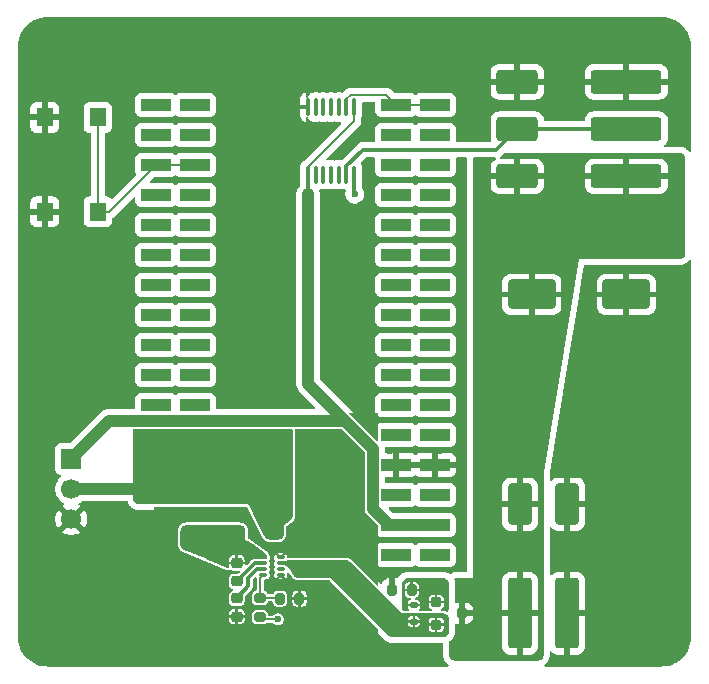
<source format=gbr>
G04 #@! TF.GenerationSoftware,KiCad,Pcbnew,9.0.6*
G04 #@! TF.CreationDate,2025-12-24T09:31:40-05:00*
G04 #@! TF.ProjectId,project-bed-light,70726f6a-6563-4742-9d62-65642d6c6967,rev?*
G04 #@! TF.SameCoordinates,Original*
G04 #@! TF.FileFunction,Copper,L1,Top*
G04 #@! TF.FilePolarity,Positive*
%FSLAX46Y46*%
G04 Gerber Fmt 4.6, Leading zero omitted, Abs format (unit mm)*
G04 Created by KiCad (PCBNEW 9.0.6) date 2025-12-24 09:31:40*
%MOMM*%
%LPD*%
G01*
G04 APERTURE LIST*
G04 Aperture macros list*
%AMRoundRect*
0 Rectangle with rounded corners*
0 $1 Rounding radius*
0 $2 $3 $4 $5 $6 $7 $8 $9 X,Y pos of 4 corners*
0 Add a 4 corners polygon primitive as box body*
4,1,4,$2,$3,$4,$5,$6,$7,$8,$9,$2,$3,0*
0 Add four circle primitives for the rounded corners*
1,1,$1+$1,$2,$3*
1,1,$1+$1,$4,$5*
1,1,$1+$1,$6,$7*
1,1,$1+$1,$8,$9*
0 Add four rect primitives between the rounded corners*
20,1,$1+$1,$2,$3,$4,$5,0*
20,1,$1+$1,$4,$5,$6,$7,0*
20,1,$1+$1,$6,$7,$8,$9,0*
20,1,$1+$1,$8,$9,$2,$3,0*%
G04 Aperture macros list end*
G04 #@! TA.AperFunction,SMDPad,CuDef*
%ADD10R,1.400000X1.600000*%
G04 #@! TD*
G04 #@! TA.AperFunction,ComponentPad*
%ADD11C,4.500000*%
G04 #@! TD*
G04 #@! TA.AperFunction,SMDPad,CuDef*
%ADD12RoundRect,0.225000X-0.225000X-0.250000X0.225000X-0.250000X0.225000X0.250000X-0.225000X0.250000X0*%
G04 #@! TD*
G04 #@! TA.AperFunction,SMDPad,CuDef*
%ADD13RoundRect,0.200000X0.275000X-0.200000X0.275000X0.200000X-0.275000X0.200000X-0.275000X-0.200000X0*%
G04 #@! TD*
G04 #@! TA.AperFunction,SMDPad,CuDef*
%ADD14RoundRect,0.250000X-1.750000X-1.000000X1.750000X-1.000000X1.750000X1.000000X-1.750000X1.000000X0*%
G04 #@! TD*
G04 #@! TA.AperFunction,ComponentPad*
%ADD15R,1.700000X1.700000*%
G04 #@! TD*
G04 #@! TA.AperFunction,ComponentPad*
%ADD16C,1.700000*%
G04 #@! TD*
G04 #@! TA.AperFunction,SMDPad,CuDef*
%ADD17RoundRect,0.225000X-0.250000X0.225000X-0.250000X-0.225000X0.250000X-0.225000X0.250000X0.225000X0*%
G04 #@! TD*
G04 #@! TA.AperFunction,SMDPad,CuDef*
%ADD18R,2.510000X1.000000*%
G04 #@! TD*
G04 #@! TA.AperFunction,SMDPad,CuDef*
%ADD19RoundRect,0.200000X-0.200000X-0.275000X0.200000X-0.275000X0.200000X0.275000X-0.200000X0.275000X0*%
G04 #@! TD*
G04 #@! TA.AperFunction,SMDPad,CuDef*
%ADD20RoundRect,0.250000X1.100000X-0.325000X1.100000X0.325000X-1.100000X0.325000X-1.100000X-0.325000X0*%
G04 #@! TD*
G04 #@! TA.AperFunction,SMDPad,CuDef*
%ADD21RoundRect,0.250000X-0.325000X-1.100000X0.325000X-1.100000X0.325000X1.100000X-0.325000X1.100000X0*%
G04 #@! TD*
G04 #@! TA.AperFunction,SMDPad,CuDef*
%ADD22RoundRect,0.100000X-0.100000X0.637500X-0.100000X-0.637500X0.100000X-0.637500X0.100000X0.637500X0*%
G04 #@! TD*
G04 #@! TA.AperFunction,SMDPad,CuDef*
%ADD23RoundRect,0.200000X0.200000X0.275000X-0.200000X0.275000X-0.200000X-0.275000X0.200000X-0.275000X0*%
G04 #@! TD*
G04 #@! TA.AperFunction,SMDPad,CuDef*
%ADD24RoundRect,0.225000X0.250000X-0.225000X0.250000X0.225000X-0.250000X0.225000X-0.250000X-0.225000X0*%
G04 #@! TD*
G04 #@! TA.AperFunction,SMDPad,CuDef*
%ADD25RoundRect,0.200000X-0.250000X-0.200000X0.250000X-0.200000X0.250000X0.200000X-0.250000X0.200000X0*%
G04 #@! TD*
G04 #@! TA.AperFunction,SMDPad,CuDef*
%ADD26RoundRect,0.475000X2.075000X-0.475000X2.075000X0.475000X-2.075000X0.475000X-2.075000X-0.475000X0*%
G04 #@! TD*
G04 #@! TA.AperFunction,SMDPad,CuDef*
%ADD27RoundRect,0.250000X2.750000X0.750000X-2.750000X0.750000X-2.750000X-0.750000X2.750000X-0.750000X0*%
G04 #@! TD*
G04 #@! TA.AperFunction,SMDPad,CuDef*
%ADD28RoundRect,0.250000X1.500000X0.750000X-1.500000X0.750000X-1.500000X-0.750000X1.500000X-0.750000X0*%
G04 #@! TD*
G04 #@! TA.AperFunction,SMDPad,CuDef*
%ADD29RoundRect,0.250000X0.750000X-2.750000X0.750000X2.750000X-0.750000X2.750000X-0.750000X-2.750000X0*%
G04 #@! TD*
G04 #@! TA.AperFunction,SMDPad,CuDef*
%ADD30RoundRect,0.250000X0.750000X-1.500000X0.750000X1.500000X-0.750000X1.500000X-0.750000X-1.500000X0*%
G04 #@! TD*
G04 #@! TA.AperFunction,SMDPad,CuDef*
%ADD31RoundRect,0.050000X0.285000X0.100000X-0.285000X0.100000X-0.285000X-0.100000X0.285000X-0.100000X0*%
G04 #@! TD*
G04 #@! TA.AperFunction,SMDPad,CuDef*
%ADD32RoundRect,0.125000X-0.175000X0.125000X-0.175000X-0.125000X0.175000X-0.125000X0.175000X0.125000X0*%
G04 #@! TD*
G04 #@! TA.AperFunction,ViaPad*
%ADD33C,0.600000*%
G04 #@! TD*
G04 #@! TA.AperFunction,Conductor*
%ADD34C,1.000000*%
G04 #@! TD*
G04 #@! TA.AperFunction,Conductor*
%ADD35C,0.300000*%
G04 #@! TD*
G04 #@! TA.AperFunction,Conductor*
%ADD36C,0.200000*%
G04 #@! TD*
G04 APERTURE END LIST*
D10*
G04 #@! TO.P,S1,1*
G04 #@! TO.N,GND*
X23750000Y-38000000D03*
X23750000Y-30000000D03*
G04 #@! TO.P,S1,2*
G04 #@! TO.N,Net-(U2-P0.04)*
X28250000Y-38000000D03*
X28250000Y-30000000D03*
G04 #@! TD*
D11*
G04 #@! TO.P,H1,1,1*
G04 #@! TO.N,GND*
X24000000Y-24000000D03*
G04 #@! TD*
D12*
G04 #@! TO.P,C5,1*
G04 #@! TO.N,+5V*
X43225000Y-65000000D03*
G04 #@! TO.P,C5,2*
G04 #@! TO.N,GND*
X44775000Y-65000000D03*
G04 #@! TD*
D13*
G04 #@! TO.P,R2,1*
G04 #@! TO.N,+5V*
X42000000Y-72325000D03*
G04 #@! TO.P,R2,2*
G04 #@! TO.N,Net-(U1-FB)*
X42000000Y-70675000D03*
G04 #@! TD*
D14*
G04 #@! TO.P,C8,1*
G04 #@! TO.N,+24V*
X65000000Y-45000000D03*
G04 #@! TO.P,C8,2*
G04 #@! TO.N,GND*
X73000000Y-45000000D03*
G04 #@! TD*
D15*
G04 #@! TO.P,J3,1,Pin_1*
G04 #@! TO.N,+3.3V*
X26000000Y-58920000D03*
D16*
G04 #@! TO.P,J3,2,Pin_2*
G04 #@! TO.N,+5V*
X26000000Y-61460000D03*
G04 #@! TO.P,J3,3,Pin_3*
G04 #@! TO.N,GND*
X26000000Y-64000000D03*
G04 #@! TD*
D17*
G04 #@! TO.P,C3,1*
G04 #@! TO.N,Net-(U1-SS)*
X40000000Y-70725000D03*
G04 #@! TO.P,C3,2*
G04 #@! TO.N,GND*
X40000000Y-72275000D03*
G04 #@! TD*
D18*
G04 #@! TO.P,U2,1,P0.27*
G04 #@! TO.N,unconnected-(U2-P0.27-Pad1)_1*
X33185000Y-28950000D03*
G04 #@! TO.N,unconnected-(U2-P0.27-Pad1)*
X36495000Y-28950000D03*
G04 #@! TO.P,U2,2,P0.05*
G04 #@! TO.N,unconnected-(U2-P0.05-Pad2)_1*
X33185000Y-31490000D03*
G04 #@! TO.N,unconnected-(U2-P0.05-Pad2)*
X36495000Y-31490000D03*
G04 #@! TO.P,U2,3,P0.04*
G04 #@! TO.N,Net-(U2-P0.04)*
X33185000Y-34030000D03*
X36495000Y-34030000D03*
G04 #@! TO.P,U2,4,P0.26*
G04 #@! TO.N,unconnected-(U2-P0.26-Pad4)*
X33185000Y-36570000D03*
G04 #@! TO.N,unconnected-(U2-P0.26-Pad4)_1*
X36495000Y-36570000D03*
G04 #@! TO.P,U2,5,P0.07*
G04 #@! TO.N,unconnected-(U2-P0.07-Pad5)*
X33185000Y-39110000D03*
G04 #@! TO.N,unconnected-(U2-P0.07-Pad5)_1*
X36495000Y-39110000D03*
G04 #@! TO.P,U2,6,P0.06*
G04 #@! TO.N,unconnected-(U2-P0.06-Pad6)_1*
X33185000Y-41650000D03*
G04 #@! TO.N,unconnected-(U2-P0.06-Pad6)*
X36495000Y-41650000D03*
G04 #@! TO.P,U2,7,P0.29*
G04 #@! TO.N,unconnected-(U2-P0.29-Pad7)_1*
X33185000Y-44190000D03*
G04 #@! TO.N,unconnected-(U2-P0.29-Pad7)*
X36495000Y-44190000D03*
G04 #@! TO.P,U2,8,P0.28*
G04 #@! TO.N,unconnected-(U2-P0.28-Pad8)*
X33185000Y-46730000D03*
G04 #@! TO.N,unconnected-(U2-P0.28-Pad8)_1*
X36495000Y-46730000D03*
G04 #@! TO.P,U2,9,P0.30*
G04 #@! TO.N,unconnected-(U2-P0.30-Pad9)_1*
X33185000Y-49270000D03*
G04 #@! TO.N,unconnected-(U2-P0.30-Pad9)*
X36495000Y-49270000D03*
G04 #@! TO.P,U2,10,USB*
G04 #@! TO.N,unconnected-(U2-USB-Pad10)*
X33185000Y-51810000D03*
G04 #@! TO.N,unconnected-(U2-USB-Pad10)_1*
X36495000Y-51810000D03*
G04 #@! TO.P,U2,11,NC*
G04 #@! TO.N,unconnected-(U2-NC-Pad11)_1*
X33185000Y-54350000D03*
G04 #@! TO.N,unconnected-(U2-NC-Pad11)*
X36495000Y-54350000D03*
G04 #@! TO.P,U2,12,VDD_OUT*
G04 #@! TO.N,+5V*
X33185000Y-56890000D03*
X36495000Y-56890000D03*
G04 #@! TO.P,U2,13,P0.20*
G04 #@! TO.N,Net-(U2-P0.20)*
X53505000Y-28950000D03*
X56815000Y-28950000D03*
G04 #@! TO.P,U2,14,P0.21*
G04 #@! TO.N,unconnected-(U2-P0.21-Pad14)*
X53505000Y-31490000D03*
G04 #@! TO.N,unconnected-(U2-P0.21-Pad14)_1*
X56815000Y-31490000D03*
G04 #@! TO.P,U2,15,P0.15*
G04 #@! TO.N,unconnected-(U2-P0.15-Pad15)_1*
X53505000Y-34030000D03*
G04 #@! TO.N,unconnected-(U2-P0.15-Pad15)*
X56815000Y-34030000D03*
G04 #@! TO.P,U2,16,P0.19*
G04 #@! TO.N,unconnected-(U2-P0.19-Pad16)_1*
X53505000Y-36570000D03*
G04 #@! TO.N,unconnected-(U2-P0.19-Pad16)*
X56815000Y-36570000D03*
G04 #@! TO.P,U2,17,P1.00*
G04 #@! TO.N,unconnected-(U2-P1.00-Pad17)*
X53505000Y-39110000D03*
G04 #@! TO.N,unconnected-(U2-P1.00-Pad17)_1*
X56815000Y-39110000D03*
G04 #@! TO.P,U2,18,P0.24*
G04 #@! TO.N,unconnected-(U2-P0.24-Pad18)*
X53505000Y-41650000D03*
G04 #@! TO.N,unconnected-(U2-P0.24-Pad18)_1*
X56815000Y-41650000D03*
G04 #@! TO.P,U2,19,P0.22*
G04 #@! TO.N,unconnected-(U2-P0.22-Pad19)_1*
X53505000Y-44190000D03*
G04 #@! TO.N,unconnected-(U2-P0.22-Pad19)*
X56815000Y-44190000D03*
G04 #@! TO.P,U2,20,P0.23*
G04 #@! TO.N,unconnected-(U2-P0.23-Pad20)*
X53505000Y-46730000D03*
G04 #@! TO.N,unconnected-(U2-P0.23-Pad20)_1*
X56815000Y-46730000D03*
G04 #@! TO.P,U2,21,P0.17*
G04 #@! TO.N,unconnected-(U2-P0.17-Pad21)_1*
X53505000Y-49270000D03*
G04 #@! TO.N,unconnected-(U2-P0.17-Pad21)*
X56815000Y-49270000D03*
G04 #@! TO.P,U2,22,P0.13*
G04 #@! TO.N,unconnected-(U2-P0.13-Pad22)_1*
X53505000Y-51810000D03*
G04 #@! TO.N,unconnected-(U2-P0.13-Pad22)*
X56815000Y-51810000D03*
G04 #@! TO.P,U2,23,P0.09*
G04 #@! TO.N,unconnected-(U2-P0.09-Pad23)_1*
X53505000Y-54350000D03*
G04 #@! TO.N,unconnected-(U2-P0.09-Pad23)*
X56815000Y-54350000D03*
G04 #@! TO.P,U2,24,P0.10*
G04 #@! TO.N,unconnected-(U2-P0.10-Pad24)_1*
X53505000Y-56890000D03*
G04 #@! TO.N,unconnected-(U2-P0.10-Pad24)*
X56815000Y-56890000D03*
G04 #@! TO.P,U2,25,GND*
G04 #@! TO.N,GND*
X53505000Y-59430000D03*
X56815000Y-59430000D03*
G04 #@! TO.P,U2,26,VDD_OUT*
G04 #@! TO.N,unconnected-(U2-VDD_OUT-Pad26)*
X53505000Y-61970000D03*
G04 #@! TO.N,unconnected-(U2-VDD_OUT-Pad26)_1*
X56815000Y-61970000D03*
G04 #@! TO.P,U2,27,VDD_OUT*
G04 #@! TO.N,+3.3V*
X53505000Y-64510000D03*
X56815000Y-64510000D03*
G04 #@! TO.P,U2,28,RESET*
G04 #@! TO.N,unconnected-(U2-RESET-Pad28)*
X53505000Y-67050000D03*
G04 #@! TO.N,unconnected-(U2-RESET-Pad28)_1*
X56815000Y-67050000D03*
G04 #@! TD*
D19*
G04 #@! TO.P,R3,1*
G04 #@! TO.N,Net-(U1-FB)*
X43675000Y-70750000D03*
G04 #@! TO.P,R3,2*
G04 #@! TO.N,GND*
X45325000Y-70750000D03*
G04 #@! TD*
D20*
G04 #@! TO.P,C1,1*
G04 #@! TO.N,/regulator_in*
X48000000Y-68225000D03*
G04 #@! TO.P,C1,2*
G04 #@! TO.N,GND*
X48000000Y-65275000D03*
G04 #@! TD*
D21*
G04 #@! TO.P,C6,1*
G04 #@! TO.N,+5V*
X43275000Y-62500000D03*
G04 #@! TO.P,C6,2*
G04 #@! TO.N,GND*
X46225000Y-62500000D03*
G04 #@! TD*
G04 #@! TO.P,C7,1*
G04 #@! TO.N,+5V*
X43275000Y-59250000D03*
G04 #@! TO.P,C7,2*
G04 #@! TO.N,GND*
X46225000Y-59250000D03*
G04 #@! TD*
D22*
G04 #@! TO.P,U3,1,V_{CCA}*
G04 #@! TO.N,+3.3V*
X49950000Y-29137500D03*
G04 #@! TO.P,U3,2,A1*
G04 #@! TO.N,Net-(U2-P0.20)*
X49300000Y-29137500D03*
G04 #@! TO.P,U3,3,A2*
G04 #@! TO.N,unconnected-(U3-A2-Pad3)*
X48650000Y-29137500D03*
G04 #@! TO.P,U3,4,A3*
G04 #@! TO.N,unconnected-(U3-A3-Pad4)*
X48000000Y-29137500D03*
G04 #@! TO.P,U3,5,A4*
G04 #@! TO.N,unconnected-(U3-A4-Pad5)*
X47350000Y-29137500D03*
G04 #@! TO.P,U3,6,NC*
G04 #@! TO.N,unconnected-(U3-NC-Pad6)*
X46700000Y-29137500D03*
G04 #@! TO.P,U3,7,GND*
G04 #@! TO.N,GND*
X46050000Y-29137500D03*
G04 #@! TO.P,U3,8,OE*
G04 #@! TO.N,+3.3V*
X46050000Y-34862500D03*
G04 #@! TO.P,U3,9,NC*
G04 #@! TO.N,unconnected-(U3-NC-Pad9)*
X46700000Y-34862500D03*
G04 #@! TO.P,U3,10,B4Y*
G04 #@! TO.N,unconnected-(U3-B4Y-Pad10)*
X47350000Y-34862500D03*
G04 #@! TO.P,U3,11,B3Y*
G04 #@! TO.N,unconnected-(U3-B3Y-Pad11)*
X48000000Y-34862500D03*
G04 #@! TO.P,U3,12,B2Y*
G04 #@! TO.N,unconnected-(U3-B2Y-Pad12)*
X48650000Y-34862500D03*
G04 #@! TO.P,U3,13,B1Y*
G04 #@! TO.N,/D_{IN}*
X49300000Y-34862500D03*
G04 #@! TO.P,U3,14,V_{CCB}*
G04 #@! TO.N,+5V*
X49950000Y-34862500D03*
G04 #@! TD*
D23*
G04 #@! TO.P,R1,1*
G04 #@! TO.N,Net-(D1-A)*
X54825000Y-70000000D03*
G04 #@! TO.P,R1,2*
G04 #@! TO.N,GND*
X53175000Y-70000000D03*
G04 #@! TD*
D24*
G04 #@! TO.P,C4,1*
G04 #@! TO.N,Net-(U1-BST)*
X40000000Y-69275000D03*
G04 #@! TO.P,C4,2*
G04 #@! TO.N,Net-(U1-SW)*
X40000000Y-67725000D03*
G04 #@! TD*
D11*
G04 #@! TO.P,H4,1,1*
G04 #@! TO.N,GND*
X76000000Y-74000000D03*
G04 #@! TD*
D25*
G04 #@! TO.P,Q1,1,G*
G04 #@! TO.N,Net-(D1-A)*
X56900000Y-71050000D03*
G04 #@! TO.P,Q1,2,S*
G04 #@! TO.N,/regulator_in*
X56900000Y-72950000D03*
G04 #@! TO.P,Q1,3,D*
G04 #@! TO.N,+24V*
X59100000Y-72000000D03*
G04 #@! TD*
D11*
G04 #@! TO.P,H3,1,1*
G04 #@! TO.N,GND*
X24000000Y-74000000D03*
G04 #@! TD*
D26*
G04 #@! TO.P,L1,1,1*
G04 #@! TO.N,Net-(U1-SW)*
X38000000Y-65600000D03*
G04 #@! TO.P,L1,2,2*
G04 #@! TO.N,+5V*
X38000000Y-61400000D03*
G04 #@! TD*
D24*
G04 #@! TO.P,C2,1*
G04 #@! TO.N,/regulator_in*
X45500000Y-68275000D03*
G04 #@! TO.P,C2,2*
G04 #@! TO.N,GND*
X45500000Y-66725000D03*
G04 #@! TD*
D27*
G04 #@! TO.P,J2,1_1,1*
G04 #@! TO.N,+24V*
X73000000Y-35000000D03*
D28*
G04 #@! TO.P,J2,1_2,1*
X63750000Y-35000000D03*
D27*
G04 #@! TO.P,J2,2_1,2*
G04 #@! TO.N,/D_{IN}*
X73000000Y-31000000D03*
D28*
G04 #@! TO.P,J2,2_2,2*
X63750000Y-31000000D03*
D27*
G04 #@! TO.P,J2,3_1,3*
G04 #@! TO.N,GND*
X73000000Y-27000000D03*
D28*
G04 #@! TO.P,J2,3_2,3*
X63750000Y-27000000D03*
G04 #@! TD*
D29*
G04 #@! TO.P,J1,1_1,1*
G04 #@! TO.N,+24V*
X64000000Y-72000000D03*
D30*
G04 #@! TO.P,J1,1_2,1*
X64000000Y-62750000D03*
D29*
G04 #@! TO.P,J1,2_1,2*
G04 #@! TO.N,GND*
X68000000Y-72000000D03*
D30*
G04 #@! TO.P,J1,2_2,2*
X68000000Y-62750000D03*
G04 #@! TD*
D31*
G04 #@! TO.P,U1,1,RT*
G04 #@! TO.N,GND*
X43740000Y-68750000D03*
G04 #@! TO.P,U1,2,EN*
G04 #@! TO.N,unconnected-(U1-EN-Pad2)*
X43740000Y-68250000D03*
G04 #@! TO.P,U1,3,VIN*
G04 #@! TO.N,/regulator_in*
X43740000Y-67750000D03*
G04 #@! TO.P,U1,4,GND*
G04 #@! TO.N,GND*
X43740000Y-67250000D03*
G04 #@! TO.P,U1,5,SW*
G04 #@! TO.N,Net-(U1-SW)*
X42260000Y-67250000D03*
G04 #@! TO.P,U1,6,BST*
G04 #@! TO.N,Net-(U1-BST)*
X42260000Y-67750000D03*
G04 #@! TO.P,U1,7,SS*
G04 #@! TO.N,Net-(U1-SS)*
X42260000Y-68250000D03*
G04 #@! TO.P,U1,8,FB*
G04 #@! TO.N,Net-(U1-FB)*
X42260000Y-68750000D03*
G04 #@! TD*
D32*
G04 #@! TO.P,D1,1,K*
G04 #@! TO.N,/regulator_in*
X55000000Y-72700000D03*
G04 #@! TO.P,D1,2,A*
G04 #@! TO.N,Net-(D1-A)*
X55000000Y-71300000D03*
G04 #@! TD*
D33*
G04 #@! TO.N,GND*
X44500000Y-66500000D03*
X43000000Y-66500000D03*
X70000000Y-46000000D03*
X70000000Y-44000000D03*
X70000000Y-45000000D03*
X57250000Y-58250000D03*
X53000000Y-58250000D03*
X77000000Y-27750000D03*
X77000000Y-26250000D03*
X77000000Y-27000000D03*
X61000000Y-27750000D03*
X61000000Y-26250000D03*
X61000000Y-27000000D03*
X22500000Y-38000000D03*
X22500000Y-30000000D03*
X45000000Y-29140000D03*
X76000000Y-46000000D03*
X76000000Y-44000000D03*
X76000000Y-45000000D03*
X67250000Y-60000000D03*
X68000000Y-60000000D03*
X68750000Y-76000000D03*
X68000000Y-76000000D03*
X67250000Y-76000000D03*
X53200000Y-69000000D03*
X43750000Y-69750000D03*
X45500000Y-65750000D03*
X39000000Y-72250000D03*
X46250000Y-70750000D03*
X43750000Y-66500000D03*
X49000000Y-64250000D03*
X48250000Y-64250000D03*
X47500000Y-64250000D03*
X47500000Y-63250000D03*
X47500000Y-61750000D03*
X47500000Y-62500000D03*
X47500000Y-60000000D03*
X47500000Y-58500000D03*
X47500000Y-59250000D03*
G04 #@! TO.N,+5V*
X43500000Y-72500000D03*
X43275000Y-57000000D03*
X50000000Y-36500000D03*
G04 #@! TO.N,GND*
X68750000Y-60000000D03*
G04 #@! TD*
D34*
G04 #@! TO.N,+3.3V*
X53505000Y-64510000D02*
X56815000Y-64510000D01*
D35*
G04 #@! TO.N,/D_{IN}*
X63750000Y-31000000D02*
X62000000Y-32750000D01*
X62000000Y-32750000D02*
X50684418Y-32750000D01*
X50684418Y-32750000D02*
X49300000Y-34134418D01*
X49300000Y-34134418D02*
X49300000Y-34862500D01*
G04 #@! TO.N,Net-(U1-SS)*
X41000000Y-69000000D02*
X41500000Y-68500000D01*
X40000000Y-70725000D02*
X41000000Y-69725000D01*
X41733520Y-68250000D02*
X42260000Y-68250000D01*
X41500000Y-68483520D02*
X41733520Y-68250000D01*
X41500000Y-68500000D02*
X41500000Y-68483520D01*
X41000000Y-69725000D02*
X41000000Y-69000000D01*
G04 #@! TO.N,Net-(U1-BST)*
X41525000Y-67750000D02*
X40000000Y-69275000D01*
X42260000Y-67750000D02*
X41525000Y-67750000D01*
D34*
G04 #@! TO.N,+5V*
X37940000Y-61460000D02*
X38000000Y-61400000D01*
D36*
X42000000Y-72325000D02*
X42175000Y-72500000D01*
D34*
X26000000Y-61460000D02*
X37940000Y-61460000D01*
D35*
X49950000Y-36450000D02*
X50000000Y-36500000D01*
D36*
X42175000Y-72500000D02*
X43500000Y-72500000D01*
D35*
X49950000Y-34862500D02*
X49950000Y-36450000D01*
G04 #@! TO.N,/D_{IN}*
X63750000Y-31000000D02*
X73000000Y-31000000D01*
D34*
G04 #@! TO.N,+3.3V*
X26000000Y-58920000D02*
X29231000Y-55689000D01*
D36*
X46050000Y-34862500D02*
X46050000Y-34200000D01*
D34*
X52888000Y-64510000D02*
X53505000Y-64510000D01*
X51549000Y-58049000D02*
X51549000Y-63171000D01*
X49189000Y-55689000D02*
X51549000Y-58049000D01*
X29231000Y-55689000D02*
X49189000Y-55689000D01*
X46050000Y-52550000D02*
X49189000Y-55689000D01*
D36*
X46050000Y-34200000D02*
X49950000Y-30300000D01*
D34*
X46050000Y-36500000D02*
X46050000Y-52550000D01*
D36*
X46050000Y-37300000D02*
X46050000Y-36500000D01*
X49950000Y-30300000D02*
X49950000Y-29137500D01*
D34*
X51549000Y-63171000D02*
X52888000Y-64510000D01*
D35*
X46050000Y-34862500D02*
X46050000Y-37300000D01*
D36*
G04 #@! TO.N,Net-(U1-FB)*
X42000000Y-70675000D02*
X43600000Y-70675000D01*
X42260000Y-68750000D02*
X42000000Y-69010000D01*
X43600000Y-70675000D02*
X43675000Y-70750000D01*
X42000000Y-69010000D02*
X42000000Y-70675000D01*
G04 #@! TO.N,Net-(U2-P0.04)*
X28250000Y-30000000D02*
X28250000Y-38000000D01*
X28250000Y-38000000D02*
X29215000Y-38000000D01*
X33185000Y-34030000D02*
X36495000Y-34030000D01*
X29215000Y-38000000D02*
X33185000Y-34030000D01*
G04 #@! TO.N,Net-(U2-P0.20)*
X49681130Y-28099000D02*
X52654000Y-28099000D01*
X49300000Y-29137500D02*
X49300000Y-28480130D01*
X52654000Y-28099000D02*
X53505000Y-28950000D01*
X53505000Y-28950000D02*
X56815000Y-28950000D01*
X49300000Y-28480130D02*
X49681130Y-28099000D01*
G04 #@! TD*
G04 #@! TA.AperFunction,Conductor*
G04 #@! TO.N,Net-(U1-SW)*
G36*
X40256433Y-64500847D02*
G01*
X40271739Y-64502862D01*
X40366489Y-64515336D01*
X40391447Y-64522023D01*
X40487960Y-64562000D01*
X40510336Y-64574918D01*
X40593216Y-64638515D01*
X40611484Y-64656783D01*
X40675079Y-64739660D01*
X40688001Y-64762042D01*
X40727975Y-64858548D01*
X40734664Y-64883512D01*
X40749153Y-64993566D01*
X40750000Y-65006488D01*
X40750000Y-65750000D01*
X40966140Y-65896040D01*
X40966154Y-65896051D01*
X41353595Y-66157835D01*
X42386165Y-66855517D01*
X42398715Y-66865574D01*
X42491912Y-66953618D01*
X42511355Y-66979139D01*
X42562276Y-67075000D01*
X42567655Y-67085125D01*
X42577917Y-67115526D01*
X42597088Y-67232269D01*
X42596494Y-67267625D01*
X42586113Y-67319814D01*
X42556216Y-67373198D01*
X42500651Y-67398814D01*
X42489015Y-67399500D01*
X42306144Y-67399500D01*
X41478856Y-67399500D01*
X41389712Y-67423386D01*
X41309788Y-67469530D01*
X41308312Y-67471005D01*
X41306979Y-67471684D01*
X41304638Y-67473481D01*
X41304305Y-67473047D01*
X41267845Y-67491623D01*
X41268194Y-67492464D01*
X41257512Y-67496888D01*
X41253798Y-67498781D01*
X41252742Y-67498864D01*
X41249999Y-67500000D01*
X41103552Y-67646446D01*
X41103553Y-67646447D01*
X40844004Y-67905996D01*
X40789487Y-67933773D01*
X40729055Y-67924202D01*
X40685790Y-67880937D01*
X40675000Y-67835992D01*
X40675000Y-67825001D01*
X40674999Y-67825000D01*
X39325002Y-67825000D01*
X39325001Y-67825001D01*
X39325001Y-67983455D01*
X39330367Y-68017339D01*
X39320795Y-68077771D01*
X39277529Y-68121035D01*
X39217097Y-68130605D01*
X39194892Y-68124367D01*
X37810205Y-67554202D01*
X37597326Y-67466546D01*
X39325000Y-67466546D01*
X39325000Y-67624999D01*
X39325001Y-67625000D01*
X39899999Y-67625000D01*
X39900000Y-67624999D01*
X39900000Y-67075001D01*
X40100000Y-67075001D01*
X40100000Y-67624999D01*
X40100001Y-67625000D01*
X40674998Y-67625000D01*
X40674999Y-67624999D01*
X40674999Y-67466546D01*
X40659239Y-67367034D01*
X40659237Y-67367030D01*
X40598118Y-67247078D01*
X40502921Y-67151881D01*
X40382969Y-67090762D01*
X40382970Y-67090762D01*
X40283454Y-67075000D01*
X40100001Y-67075000D01*
X40100000Y-67075001D01*
X39900000Y-67075001D01*
X39899999Y-67075000D01*
X39716547Y-67075000D01*
X39716546Y-67075001D01*
X39617034Y-67090760D01*
X39617030Y-67090762D01*
X39497078Y-67151881D01*
X39401881Y-67247078D01*
X39340762Y-67367030D01*
X39325000Y-67466546D01*
X37597326Y-67466546D01*
X37303772Y-67345671D01*
X35566386Y-66630275D01*
X35553340Y-66623740D01*
X35446043Y-66559696D01*
X35423518Y-66541270D01*
X35344449Y-66454260D01*
X35328257Y-66430080D01*
X35277907Y-66323841D01*
X35269443Y-66295994D01*
X35251075Y-66172387D01*
X35250000Y-66157835D01*
X35250000Y-65006488D01*
X35250847Y-64993567D01*
X35252511Y-64980923D01*
X35265336Y-64883506D01*
X35272022Y-64858554D01*
X35312001Y-64762035D01*
X35324916Y-64739666D01*
X35388518Y-64656779D01*
X35406779Y-64638518D01*
X35489666Y-64574916D01*
X35512035Y-64562001D01*
X35608554Y-64522022D01*
X35633508Y-64515336D01*
X35730923Y-64502511D01*
X35743567Y-64500847D01*
X35756488Y-64500000D01*
X40243512Y-64500000D01*
X40256433Y-64500847D01*
G37*
G04 #@! TD.AperFunction*
G04 #@! TD*
G04 #@! TA.AperFunction,Conductor*
G04 #@! TO.N,Net-(D1-A)*
G36*
X57506433Y-69000847D02*
G01*
X57521739Y-69002862D01*
X57616489Y-69015336D01*
X57641447Y-69022023D01*
X57737960Y-69062000D01*
X57760336Y-69074918D01*
X57843216Y-69138515D01*
X57861484Y-69156783D01*
X57925079Y-69239660D01*
X57938001Y-69262042D01*
X57977975Y-69358548D01*
X57984664Y-69383512D01*
X57999153Y-69493566D01*
X58000000Y-69506488D01*
X58000000Y-71493511D01*
X57999153Y-71506432D01*
X57999153Y-71506433D01*
X57984664Y-71616487D01*
X57977975Y-71641451D01*
X57938001Y-71737957D01*
X57925079Y-71760339D01*
X57880061Y-71819007D01*
X57829636Y-71853662D01*
X57768472Y-71852060D01*
X57763633Y-71850203D01*
X57720091Y-71832167D01*
X57720071Y-71832159D01*
X57694641Y-71823526D01*
X57694634Y-71823524D01*
X57677772Y-71819007D01*
X57669673Y-71816837D01*
X57669667Y-71816835D01*
X57669666Y-71816835D01*
X57643311Y-71811593D01*
X57643301Y-71811592D01*
X57575345Y-71802646D01*
X57533256Y-71797105D01*
X57528076Y-71796594D01*
X57519873Y-71795786D01*
X57506953Y-71794939D01*
X57493512Y-71794500D01*
X57374800Y-71794500D01*
X57316609Y-71775593D01*
X57280645Y-71726093D01*
X57280645Y-71664907D01*
X57316609Y-71615407D01*
X57329854Y-71607291D01*
X57388043Y-71577641D01*
X57477641Y-71488043D01*
X57535163Y-71375151D01*
X57535164Y-71375147D01*
X57550000Y-71281484D01*
X57550000Y-71150001D01*
X57549999Y-71150000D01*
X56250002Y-71150000D01*
X56250001Y-71150001D01*
X56250001Y-71281485D01*
X56264833Y-71375141D01*
X56264836Y-71375151D01*
X56322358Y-71488043D01*
X56411956Y-71577641D01*
X56470146Y-71607291D01*
X56513410Y-71650556D01*
X56522981Y-71710988D01*
X56495203Y-71765504D01*
X56440686Y-71793281D01*
X56425200Y-71794500D01*
X55504127Y-71794500D01*
X55445936Y-71775593D01*
X55409972Y-71726093D01*
X55409972Y-71664907D01*
X55434123Y-71625496D01*
X55445333Y-71614285D01*
X55493767Y-71510418D01*
X55493768Y-71510417D01*
X55500000Y-71463083D01*
X55500000Y-71400001D01*
X55499999Y-71400000D01*
X54500002Y-71400000D01*
X54500001Y-71400001D01*
X54500001Y-71463091D01*
X54506230Y-71510413D01*
X54506230Y-71510415D01*
X54554666Y-71614285D01*
X54565877Y-71625496D01*
X54593654Y-71680013D01*
X54584083Y-71740445D01*
X54540818Y-71783710D01*
X54495873Y-71794500D01*
X54151569Y-71794500D01*
X54125993Y-71786190D01*
X54099842Y-71779912D01*
X54097219Y-71776841D01*
X54093378Y-71775593D01*
X54060105Y-71733386D01*
X54057084Y-71726093D01*
X54022023Y-71641447D01*
X54015336Y-71616489D01*
X54001372Y-71510418D01*
X54000847Y-71506432D01*
X54000000Y-71493511D01*
X54000000Y-70100001D01*
X54225001Y-70100001D01*
X54225001Y-70306485D01*
X54239833Y-70400141D01*
X54239836Y-70400151D01*
X54297358Y-70513043D01*
X54386956Y-70602641D01*
X54499848Y-70660163D01*
X54499852Y-70660164D01*
X54593515Y-70674999D01*
X54681675Y-70674999D01*
X54739866Y-70693906D01*
X54775830Y-70743405D01*
X54775831Y-70804591D01*
X54739868Y-70854091D01*
X54723516Y-70863723D01*
X54635714Y-70904666D01*
X54554666Y-70985714D01*
X54506232Y-71089581D01*
X54506231Y-71089582D01*
X54500000Y-71136916D01*
X54500000Y-71199999D01*
X54500001Y-71200000D01*
X55499998Y-71200000D01*
X55499999Y-71199999D01*
X55499999Y-71136919D01*
X55499998Y-71136908D01*
X55493769Y-71089586D01*
X55493769Y-71089584D01*
X55445333Y-70985714D01*
X55364286Y-70904667D01*
X55363612Y-70904353D01*
X55363609Y-70904351D01*
X55260420Y-70856232D01*
X55260417Y-70856231D01*
X55213084Y-70850000D01*
X55189940Y-70850000D01*
X55131749Y-70831093D01*
X55122611Y-70818515D01*
X56250000Y-70818515D01*
X56250000Y-70949999D01*
X56250001Y-70950000D01*
X56799999Y-70950000D01*
X56800000Y-70949999D01*
X56800000Y-70450001D01*
X57000000Y-70450001D01*
X57000000Y-70949999D01*
X57000001Y-70950000D01*
X57549998Y-70950000D01*
X57549999Y-70949999D01*
X57549999Y-70818516D01*
X57549998Y-70818514D01*
X57535166Y-70724858D01*
X57535163Y-70724848D01*
X57477641Y-70611956D01*
X57388043Y-70522358D01*
X57275151Y-70464836D01*
X57275147Y-70464835D01*
X57181484Y-70450000D01*
X57000001Y-70450000D01*
X57000000Y-70450001D01*
X56800000Y-70450001D01*
X56799999Y-70450000D01*
X56618517Y-70450000D01*
X56618514Y-70450001D01*
X56524858Y-70464833D01*
X56524848Y-70464836D01*
X56411956Y-70522358D01*
X56322358Y-70611956D01*
X56264836Y-70724848D01*
X56264835Y-70724852D01*
X56250000Y-70818515D01*
X55122611Y-70818515D01*
X55095785Y-70781593D01*
X55095785Y-70720407D01*
X55131749Y-70670907D01*
X55144995Y-70662790D01*
X55263044Y-70602640D01*
X55352641Y-70513043D01*
X55410163Y-70400151D01*
X55410164Y-70400147D01*
X55425000Y-70306484D01*
X55425000Y-70100001D01*
X55424999Y-70100000D01*
X54225002Y-70100000D01*
X54225001Y-70100001D01*
X54000000Y-70100001D01*
X54000000Y-69693515D01*
X54225000Y-69693515D01*
X54225000Y-69899999D01*
X54225001Y-69900000D01*
X54724999Y-69900000D01*
X54725000Y-69899999D01*
X54725000Y-69325001D01*
X54925000Y-69325001D01*
X54925000Y-69899999D01*
X54925001Y-69900000D01*
X55424998Y-69900000D01*
X55424999Y-69899999D01*
X55424999Y-69693516D01*
X55424998Y-69693514D01*
X55410166Y-69599858D01*
X55410163Y-69599848D01*
X55352641Y-69486956D01*
X55263043Y-69397358D01*
X55150151Y-69339836D01*
X55150147Y-69339835D01*
X55056484Y-69325000D01*
X54925001Y-69325000D01*
X54925000Y-69325001D01*
X54725000Y-69325001D01*
X54724999Y-69325000D01*
X54593517Y-69325000D01*
X54593514Y-69325001D01*
X54499858Y-69339833D01*
X54499848Y-69339836D01*
X54386956Y-69397358D01*
X54297358Y-69486956D01*
X54239836Y-69599848D01*
X54239835Y-69599852D01*
X54225000Y-69693515D01*
X54000000Y-69693515D01*
X54000000Y-69506488D01*
X54000847Y-69493567D01*
X54002511Y-69480923D01*
X54015336Y-69383508D01*
X54022022Y-69358554D01*
X54062001Y-69262035D01*
X54074916Y-69239666D01*
X54138518Y-69156779D01*
X54156779Y-69138518D01*
X54239666Y-69074916D01*
X54262035Y-69062001D01*
X54358554Y-69022022D01*
X54383508Y-69015336D01*
X54480923Y-69002511D01*
X54493567Y-69000847D01*
X54506488Y-69000000D01*
X57493512Y-69000000D01*
X57506433Y-69000847D01*
G37*
G04 #@! TD.AperFunction*
G04 #@! TD*
G04 #@! TA.AperFunction,Conductor*
G04 #@! TO.N,+5V*
G36*
X44709191Y-56408407D02*
G01*
X44745155Y-56457907D01*
X44750000Y-56488500D01*
X44750000Y-63724280D01*
X44748675Y-63740424D01*
X44726077Y-63877149D01*
X44715688Y-63907719D01*
X44654184Y-64022639D01*
X44634511Y-64048241D01*
X44533286Y-64142883D01*
X44520588Y-64152940D01*
X44000000Y-64499999D01*
X44000000Y-65243511D01*
X43999153Y-65256433D01*
X43984664Y-65366487D01*
X43977975Y-65391451D01*
X43938001Y-65487957D01*
X43925079Y-65510339D01*
X43861487Y-65593213D01*
X43843213Y-65611487D01*
X43760339Y-65675079D01*
X43737957Y-65688001D01*
X43641451Y-65727975D01*
X43616487Y-65734664D01*
X43519559Y-65747424D01*
X43507194Y-65749053D01*
X43506434Y-65749153D01*
X43493512Y-65750000D01*
X42815875Y-65750000D01*
X42802219Y-65749053D01*
X42729040Y-65738860D01*
X42686040Y-65732871D01*
X42659768Y-65725407D01*
X42558767Y-65680886D01*
X42535533Y-65666526D01*
X42450548Y-65596103D01*
X42432122Y-65575941D01*
X42365687Y-65479259D01*
X42358735Y-65467471D01*
X41750000Y-64250000D01*
X41138197Y-63026393D01*
X41138195Y-63026390D01*
X41136820Y-63023639D01*
X41136816Y-63023632D01*
X41000000Y-62750000D01*
X40690983Y-62750000D01*
X31756488Y-62750000D01*
X31743566Y-62749153D01*
X31633512Y-62734664D01*
X31608548Y-62727975D01*
X31512042Y-62688001D01*
X31489660Y-62675079D01*
X31406783Y-62611484D01*
X31388515Y-62593216D01*
X31324918Y-62510336D01*
X31312000Y-62487960D01*
X31272023Y-62391447D01*
X31265336Y-62366489D01*
X31250847Y-62256432D01*
X31250000Y-62243511D01*
X31250000Y-56488500D01*
X31268907Y-56430309D01*
X31318407Y-56394345D01*
X31349000Y-56389500D01*
X44651000Y-56389500D01*
X44709191Y-56408407D01*
G37*
G04 #@! TD.AperFunction*
G04 #@! TD*
G04 #@! TA.AperFunction,Conductor*
G04 #@! TO.N,+24V*
G36*
X77506433Y-33000847D02*
G01*
X77509259Y-33001219D01*
X77616489Y-33015336D01*
X77641447Y-33022023D01*
X77737960Y-33062000D01*
X77760336Y-33074918D01*
X77843216Y-33138515D01*
X77861484Y-33156783D01*
X77925079Y-33239660D01*
X77938001Y-33262042D01*
X77977975Y-33358548D01*
X77984664Y-33383512D01*
X77999153Y-33493566D01*
X78000000Y-33506488D01*
X78000000Y-41493511D01*
X77999153Y-41506433D01*
X77984664Y-41616487D01*
X77977975Y-41641451D01*
X77938001Y-41737957D01*
X77925079Y-41760339D01*
X77861487Y-41843213D01*
X77843213Y-41861487D01*
X77760339Y-41925079D01*
X77737957Y-41938001D01*
X77641451Y-41977975D01*
X77616487Y-41984664D01*
X77506434Y-41999153D01*
X77493512Y-42000000D01*
X69000000Y-42000000D01*
X68307885Y-46152693D01*
X66000000Y-60000001D01*
X66000000Y-75493511D01*
X65999153Y-75506432D01*
X65999153Y-75506433D01*
X65984664Y-75616487D01*
X65977975Y-75641451D01*
X65938001Y-75737957D01*
X65925079Y-75760339D01*
X65861487Y-75843213D01*
X65843213Y-75861487D01*
X65760339Y-75925079D01*
X65737957Y-75938001D01*
X65641451Y-75977975D01*
X65616487Y-75984664D01*
X65506434Y-75999153D01*
X65493512Y-76000000D01*
X58506488Y-76000000D01*
X58493566Y-75999153D01*
X58383512Y-75984664D01*
X58358548Y-75977975D01*
X58262042Y-75938001D01*
X58239660Y-75925079D01*
X58156783Y-75861484D01*
X58138515Y-75843216D01*
X58074918Y-75760336D01*
X58062000Y-75737960D01*
X58022023Y-75641447D01*
X58015336Y-75616489D01*
X58000847Y-75506432D01*
X58000000Y-75493511D01*
X58000000Y-74424517D01*
X58018907Y-74366326D01*
X58043997Y-74342202D01*
X58068070Y-74326118D01*
X58150944Y-74262526D01*
X58200655Y-74218929D01*
X58218929Y-74200655D01*
X58262526Y-74150944D01*
X58326118Y-74068070D01*
X58362857Y-74013085D01*
X58375779Y-73990703D01*
X58405022Y-73931403D01*
X58444996Y-73834897D01*
X58466251Y-73772283D01*
X58472940Y-73747319D01*
X58485839Y-73682469D01*
X58500328Y-73572415D01*
X58503571Y-73539496D01*
X58504418Y-73526574D01*
X58505500Y-73493511D01*
X58505500Y-72960393D01*
X58524407Y-72902202D01*
X58573907Y-72866238D01*
X58633953Y-72865876D01*
X58722889Y-72893589D01*
X58722895Y-72893591D01*
X58793424Y-72899999D01*
X58849999Y-72899998D01*
X58850000Y-72899998D01*
X58850000Y-72250001D01*
X59350000Y-72250001D01*
X59350000Y-72899998D01*
X59350001Y-72899999D01*
X59406566Y-72899999D01*
X59406582Y-72899998D01*
X59477103Y-72893591D01*
X59477109Y-72893589D01*
X59639392Y-72843020D01*
X59639400Y-72843017D01*
X59784872Y-72755075D01*
X59905075Y-72634872D01*
X59993017Y-72489400D01*
X59993020Y-72489392D01*
X60043589Y-72327110D01*
X60043591Y-72327104D01*
X60049999Y-72256581D01*
X60050000Y-72256568D01*
X60050000Y-72250001D01*
X62500001Y-72250001D01*
X62500001Y-74799986D01*
X62510492Y-74902687D01*
X62510495Y-74902699D01*
X62565643Y-75069124D01*
X62657680Y-75218340D01*
X62781659Y-75342319D01*
X62930875Y-75434356D01*
X63097306Y-75489506D01*
X63200012Y-75499999D01*
X63749998Y-75499999D01*
X63750000Y-75499998D01*
X63750000Y-72250001D01*
X64250000Y-72250001D01*
X64250000Y-75499998D01*
X64250001Y-75499999D01*
X64799986Y-75499999D01*
X64902687Y-75489507D01*
X64902699Y-75489504D01*
X65069124Y-75434356D01*
X65218340Y-75342319D01*
X65342319Y-75218340D01*
X65434356Y-75069124D01*
X65489506Y-74902693D01*
X65500000Y-74799987D01*
X65500000Y-72250001D01*
X65499999Y-72250000D01*
X64250001Y-72250000D01*
X64250000Y-72250001D01*
X63750000Y-72250001D01*
X63749999Y-72250000D01*
X62500002Y-72250000D01*
X62500001Y-72250001D01*
X60050000Y-72250001D01*
X60049999Y-72250000D01*
X59350001Y-72250000D01*
X59350000Y-72250001D01*
X58850000Y-72250001D01*
X58850000Y-71100001D01*
X59350000Y-71100001D01*
X59350000Y-71749999D01*
X59350001Y-71750000D01*
X60049998Y-71750000D01*
X60049999Y-71749999D01*
X60049999Y-71743433D01*
X60049998Y-71743417D01*
X60043591Y-71672896D01*
X60043589Y-71672890D01*
X59993020Y-71510607D01*
X59993017Y-71510599D01*
X59905075Y-71365127D01*
X59784872Y-71244924D01*
X59639400Y-71156982D01*
X59639392Y-71156979D01*
X59477110Y-71106410D01*
X59477104Y-71106408D01*
X59406581Y-71100000D01*
X59350001Y-71100000D01*
X59350000Y-71100001D01*
X58850000Y-71100001D01*
X58850000Y-71099999D01*
X58793435Y-71100000D01*
X58793417Y-71100001D01*
X58722896Y-71106408D01*
X58722890Y-71106410D01*
X58633953Y-71134124D01*
X58572772Y-71133385D01*
X58523710Y-71096826D01*
X58505500Y-71039607D01*
X58505500Y-69506487D01*
X58504418Y-69473425D01*
X58503571Y-69460505D01*
X58500328Y-69427588D01*
X58500328Y-69427584D01*
X58485839Y-69317530D01*
X58476142Y-69268780D01*
X58472940Y-69252679D01*
X58472939Y-69252676D01*
X58466251Y-69227716D01*
X58456847Y-69200012D01*
X62500000Y-69200012D01*
X62500000Y-71749999D01*
X62500001Y-71750000D01*
X63749999Y-71750000D01*
X63750000Y-71749999D01*
X63750000Y-68500001D01*
X64250000Y-68500001D01*
X64250000Y-71749999D01*
X64250001Y-71750000D01*
X65499998Y-71750000D01*
X65499999Y-71749999D01*
X65499999Y-69200013D01*
X65489507Y-69097312D01*
X65489504Y-69097300D01*
X65434356Y-68930875D01*
X65342319Y-68781659D01*
X65218340Y-68657680D01*
X65069124Y-68565643D01*
X64902693Y-68510493D01*
X64799987Y-68500000D01*
X64250001Y-68500000D01*
X64250000Y-68500001D01*
X63750000Y-68500001D01*
X63749999Y-68500000D01*
X63200013Y-68500000D01*
X63097312Y-68510492D01*
X63097300Y-68510495D01*
X62930875Y-68565643D01*
X62781659Y-68657680D01*
X62657680Y-68781659D01*
X62565643Y-68930875D01*
X62510493Y-69097306D01*
X62500000Y-69200012D01*
X58456847Y-69200012D01*
X58444996Y-69165102D01*
X58432463Y-69134845D01*
X58431717Y-69132790D01*
X58430744Y-69104313D01*
X58428507Y-69075890D01*
X58429706Y-69073932D01*
X58429628Y-69071641D01*
X58445583Y-69048024D01*
X58460476Y-69023721D01*
X58462594Y-69022843D01*
X58463880Y-69020941D01*
X58490671Y-69011212D01*
X58517003Y-69000305D01*
X58521160Y-69000141D01*
X58521391Y-69000058D01*
X58521619Y-69000123D01*
X58524772Y-69000000D01*
X59999999Y-69000000D01*
X60000000Y-69000000D01*
X60000000Y-63000001D01*
X62500001Y-63000001D01*
X62500001Y-64299986D01*
X62510492Y-64402687D01*
X62510495Y-64402699D01*
X62565643Y-64569124D01*
X62657680Y-64718340D01*
X62781659Y-64842319D01*
X62930875Y-64934356D01*
X63097306Y-64989506D01*
X63200012Y-64999999D01*
X63749998Y-64999999D01*
X63750000Y-64999998D01*
X63750000Y-63000001D01*
X64250000Y-63000001D01*
X64250000Y-64999998D01*
X64250001Y-64999999D01*
X64799986Y-64999999D01*
X64902687Y-64989507D01*
X64902699Y-64989504D01*
X65069124Y-64934356D01*
X65218340Y-64842319D01*
X65342319Y-64718340D01*
X65434356Y-64569124D01*
X65489506Y-64402693D01*
X65500000Y-64299987D01*
X65500000Y-63000001D01*
X65499999Y-63000000D01*
X64250001Y-63000000D01*
X64250000Y-63000001D01*
X63750000Y-63000001D01*
X63749999Y-63000000D01*
X62500002Y-63000000D01*
X62500001Y-63000001D01*
X60000000Y-63000001D01*
X60000000Y-61200012D01*
X62500000Y-61200012D01*
X62500000Y-62499999D01*
X62500001Y-62500000D01*
X63749999Y-62500000D01*
X63750000Y-62499999D01*
X63750000Y-60500001D01*
X64250000Y-60500001D01*
X64250000Y-62499999D01*
X64250001Y-62500000D01*
X65499998Y-62500000D01*
X65499999Y-62499999D01*
X65499999Y-61200013D01*
X65489507Y-61097312D01*
X65489504Y-61097300D01*
X65434356Y-60930875D01*
X65342319Y-60781659D01*
X65218340Y-60657680D01*
X65069124Y-60565643D01*
X64902693Y-60510493D01*
X64799987Y-60500000D01*
X64250001Y-60500000D01*
X64250000Y-60500001D01*
X63750000Y-60500001D01*
X63749999Y-60500000D01*
X63200013Y-60500000D01*
X63097312Y-60510492D01*
X63097300Y-60510495D01*
X62930875Y-60565643D01*
X62781659Y-60657680D01*
X62657680Y-60781659D01*
X62565643Y-60930875D01*
X62510493Y-61097306D01*
X62500000Y-61200012D01*
X60000000Y-61200012D01*
X60000000Y-45250001D01*
X62500001Y-45250001D01*
X62500001Y-46049986D01*
X62510492Y-46152687D01*
X62510495Y-46152699D01*
X62565643Y-46319124D01*
X62657680Y-46468340D01*
X62781659Y-46592319D01*
X62930875Y-46684356D01*
X63097306Y-46739506D01*
X63200012Y-46749999D01*
X64749998Y-46749999D01*
X64750000Y-46749998D01*
X64750000Y-45250001D01*
X65250000Y-45250001D01*
X65250000Y-46749998D01*
X65250001Y-46749999D01*
X66799986Y-46749999D01*
X66902687Y-46739507D01*
X66902699Y-46739504D01*
X67069124Y-46684356D01*
X67218340Y-46592319D01*
X67342319Y-46468340D01*
X67434356Y-46319124D01*
X67489506Y-46152693D01*
X67500000Y-46049987D01*
X67500000Y-45250001D01*
X67499999Y-45250000D01*
X65250001Y-45250000D01*
X65250000Y-45250001D01*
X64750000Y-45250001D01*
X64749999Y-45250000D01*
X62500002Y-45250000D01*
X62500001Y-45250001D01*
X60000000Y-45250001D01*
X60000000Y-43950012D01*
X62500000Y-43950012D01*
X62500000Y-44749999D01*
X62500001Y-44750000D01*
X64749999Y-44750000D01*
X64750000Y-44749999D01*
X64750000Y-43250001D01*
X65250000Y-43250001D01*
X65250000Y-44749999D01*
X65250001Y-44750000D01*
X67499998Y-44750000D01*
X67499999Y-44749999D01*
X67499999Y-43950013D01*
X67489507Y-43847312D01*
X67489504Y-43847300D01*
X67434356Y-43680875D01*
X67342319Y-43531659D01*
X67218340Y-43407680D01*
X67069124Y-43315643D01*
X66902693Y-43260493D01*
X66799987Y-43250000D01*
X65250001Y-43250000D01*
X65250000Y-43250001D01*
X64750000Y-43250001D01*
X64749999Y-43250000D01*
X63200013Y-43250000D01*
X63097312Y-43260492D01*
X63097300Y-43260495D01*
X62930875Y-43315643D01*
X62781659Y-43407680D01*
X62657680Y-43531659D01*
X62565643Y-43680875D01*
X62510493Y-43847306D01*
X62500000Y-43950012D01*
X60000000Y-43950012D01*
X60000000Y-35250001D01*
X61500001Y-35250001D01*
X61500001Y-35799986D01*
X61510492Y-35902687D01*
X61510495Y-35902699D01*
X61565643Y-36069124D01*
X61657680Y-36218340D01*
X61781659Y-36342319D01*
X61930875Y-36434356D01*
X62097306Y-36489506D01*
X62200012Y-36499999D01*
X63499998Y-36499999D01*
X63500000Y-36499998D01*
X63500000Y-35250001D01*
X64000000Y-35250001D01*
X64000000Y-36499998D01*
X64000001Y-36499999D01*
X65299986Y-36499999D01*
X65402687Y-36489507D01*
X65402699Y-36489504D01*
X65569124Y-36434356D01*
X65718340Y-36342319D01*
X65842319Y-36218340D01*
X65934356Y-36069124D01*
X65989506Y-35902693D01*
X66000000Y-35799987D01*
X66000000Y-35250001D01*
X69500001Y-35250001D01*
X69500001Y-35799986D01*
X69510492Y-35902687D01*
X69510495Y-35902699D01*
X69565643Y-36069124D01*
X69657680Y-36218340D01*
X69781659Y-36342319D01*
X69930875Y-36434356D01*
X70097306Y-36489506D01*
X70200012Y-36499999D01*
X72749998Y-36499999D01*
X72750000Y-36499998D01*
X72750000Y-35250001D01*
X73250000Y-35250001D01*
X73250000Y-36499998D01*
X73250001Y-36499999D01*
X75799986Y-36499999D01*
X75902687Y-36489507D01*
X75902699Y-36489504D01*
X76069124Y-36434356D01*
X76218340Y-36342319D01*
X76342319Y-36218340D01*
X76434356Y-36069124D01*
X76489506Y-35902693D01*
X76500000Y-35799987D01*
X76500000Y-35250001D01*
X76499999Y-35250000D01*
X73250001Y-35250000D01*
X73250000Y-35250001D01*
X72750000Y-35250001D01*
X72749999Y-35250000D01*
X69500002Y-35250000D01*
X69500001Y-35250001D01*
X66000000Y-35250001D01*
X65999999Y-35250000D01*
X64000001Y-35250000D01*
X64000000Y-35250001D01*
X63500000Y-35250001D01*
X63499999Y-35250000D01*
X61500002Y-35250000D01*
X61500001Y-35250001D01*
X60000000Y-35250001D01*
X60000000Y-33506488D01*
X60000847Y-33493566D01*
X60001767Y-33486578D01*
X60028108Y-33431353D01*
X60081879Y-33402158D01*
X60099920Y-33400500D01*
X61849530Y-33400500D01*
X61907721Y-33419407D01*
X61943685Y-33468907D01*
X61943685Y-33530093D01*
X61907721Y-33579593D01*
X61901502Y-33583761D01*
X61781659Y-33657680D01*
X61657680Y-33781659D01*
X61565643Y-33930875D01*
X61510493Y-34097306D01*
X61500000Y-34200012D01*
X61500000Y-34749999D01*
X61500001Y-34750000D01*
X63499999Y-34750000D01*
X63500000Y-34749999D01*
X63500000Y-33500001D01*
X64000000Y-33500001D01*
X64000000Y-34749999D01*
X64000001Y-34750000D01*
X65999998Y-34750000D01*
X65999999Y-34749999D01*
X65999999Y-34200013D01*
X65999999Y-34200012D01*
X69500000Y-34200012D01*
X69500000Y-34749999D01*
X69500001Y-34750000D01*
X72749999Y-34750000D01*
X72750000Y-34749999D01*
X72750000Y-33500001D01*
X73250000Y-33500001D01*
X73250000Y-34749999D01*
X73250001Y-34750000D01*
X76499998Y-34750000D01*
X76499999Y-34749999D01*
X76499999Y-34200013D01*
X76489507Y-34097312D01*
X76489504Y-34097300D01*
X76434356Y-33930875D01*
X76342319Y-33781659D01*
X76218340Y-33657680D01*
X76069124Y-33565643D01*
X75902693Y-33510493D01*
X75799987Y-33500000D01*
X73250001Y-33500000D01*
X73250000Y-33500001D01*
X72750000Y-33500001D01*
X72749999Y-33500000D01*
X70200013Y-33500000D01*
X70097312Y-33510492D01*
X70097300Y-33510495D01*
X69930875Y-33565643D01*
X69781659Y-33657680D01*
X69657680Y-33781659D01*
X69565643Y-33930875D01*
X69510493Y-34097306D01*
X69500000Y-34200012D01*
X65999999Y-34200012D01*
X65989507Y-34097312D01*
X65989504Y-34097300D01*
X65934356Y-33930875D01*
X65842319Y-33781659D01*
X65718340Y-33657680D01*
X65569124Y-33565643D01*
X65402693Y-33510493D01*
X65299987Y-33500000D01*
X64000001Y-33500000D01*
X64000000Y-33500001D01*
X63500000Y-33500001D01*
X63499999Y-33500000D01*
X62374771Y-33500000D01*
X62316580Y-33481093D01*
X62280616Y-33431593D01*
X62280616Y-33370407D01*
X62316580Y-33320907D01*
X62319741Y-33318704D01*
X62372974Y-33283135D01*
X62414667Y-33255279D01*
X62640951Y-33028996D01*
X62695467Y-33001219D01*
X62710954Y-33000000D01*
X77493512Y-33000000D01*
X77506433Y-33000847D01*
G37*
G04 #@! TD.AperFunction*
G04 #@! TD*
G04 #@! TA.AperFunction,Conductor*
G04 #@! TO.N,/regulator_in*
G36*
X47000000Y-68000000D02*
G01*
X48000000Y-69000000D01*
X45257666Y-69000000D01*
X45242426Y-68998820D01*
X45113138Y-68978677D01*
X45084104Y-68969405D01*
X44974013Y-68914360D01*
X44949175Y-68896696D01*
X44855488Y-68805351D01*
X44845400Y-68793867D01*
X44400000Y-68200000D01*
X44249999Y-67999998D01*
X44236772Y-67993385D01*
X44211042Y-67974841D01*
X44205603Y-67969402D01*
X44205601Y-67969399D01*
X44204503Y-67968665D01*
X44122742Y-67914035D01*
X44122740Y-67914034D01*
X44122737Y-67914033D01*
X44122736Y-67914033D01*
X44049684Y-67899501D01*
X44049674Y-67899500D01*
X43610985Y-67899500D01*
X43605257Y-67897639D01*
X43599351Y-67898814D01*
X43576612Y-67888331D01*
X43552794Y-67880593D01*
X43549253Y-67875719D01*
X43543785Y-67873199D01*
X43531551Y-67851355D01*
X43516830Y-67831093D01*
X43513888Y-67819816D01*
X43503842Y-67769316D01*
X43503842Y-67730684D01*
X43513888Y-67680184D01*
X43543785Y-67626801D01*
X43599351Y-67601186D01*
X43610985Y-67600500D01*
X44049673Y-67600500D01*
X44049674Y-67600500D01*
X44122740Y-67585966D01*
X44205601Y-67530601D01*
X44205605Y-67530594D01*
X44207205Y-67528996D01*
X44210565Y-67527283D01*
X44213708Y-67525184D01*
X44213956Y-67525556D01*
X44261722Y-67501219D01*
X44277209Y-67500000D01*
X47000000Y-67500000D01*
X47000000Y-68000000D01*
G37*
G04 #@! TD.AperFunction*
G04 #@! TD*
G04 #@! TA.AperFunction,Conductor*
G04 #@! TO.N,/regulator_in*
G36*
X49299326Y-67500847D02*
G01*
X49314632Y-67502862D01*
X49409382Y-67515336D01*
X49434340Y-67522023D01*
X49530854Y-67562000D01*
X49553233Y-67574921D01*
X49641293Y-67642492D01*
X49651030Y-67651030D01*
X54000000Y-72000000D01*
X57493512Y-72000000D01*
X57506433Y-72000847D01*
X57521739Y-72002862D01*
X57616489Y-72015336D01*
X57641447Y-72022023D01*
X57737960Y-72062000D01*
X57760336Y-72074918D01*
X57843216Y-72138515D01*
X57861484Y-72156783D01*
X57925079Y-72239660D01*
X57938001Y-72262042D01*
X57977975Y-72358548D01*
X57984664Y-72383512D01*
X57999153Y-72493566D01*
X58000000Y-72506488D01*
X58000000Y-73493511D01*
X57999153Y-73506433D01*
X57984664Y-73616487D01*
X57977975Y-73641451D01*
X57938001Y-73737957D01*
X57925079Y-73760339D01*
X57861487Y-73843213D01*
X57843213Y-73861487D01*
X57760339Y-73925079D01*
X57737957Y-73938001D01*
X57641451Y-73977975D01*
X57616487Y-73984664D01*
X57506434Y-73999153D01*
X57493512Y-74000000D01*
X53213595Y-74000000D01*
X53200673Y-73999153D01*
X53090619Y-73984664D01*
X53065655Y-73977975D01*
X52969147Y-73938000D01*
X52946766Y-73925078D01*
X52858706Y-73857507D01*
X52848969Y-73848969D01*
X51800001Y-72800001D01*
X54500001Y-72800001D01*
X54500001Y-72863091D01*
X54506230Y-72910413D01*
X54506230Y-72910415D01*
X54554666Y-73014285D01*
X54635714Y-73095333D01*
X54739581Y-73143767D01*
X54739582Y-73143768D01*
X54786916Y-73149999D01*
X54900000Y-73149999D01*
X54900000Y-72800001D01*
X55100000Y-72800001D01*
X55100000Y-73149998D01*
X55100001Y-73149999D01*
X55213081Y-73149999D01*
X55213091Y-73149998D01*
X55260413Y-73143769D01*
X55260415Y-73143769D01*
X55364285Y-73095333D01*
X55409617Y-73050001D01*
X56250001Y-73050001D01*
X56250001Y-73181485D01*
X56264833Y-73275141D01*
X56264836Y-73275151D01*
X56322358Y-73388043D01*
X56411956Y-73477641D01*
X56524848Y-73535163D01*
X56524852Y-73535164D01*
X56618515Y-73549999D01*
X56800000Y-73549999D01*
X56800000Y-73050001D01*
X57000000Y-73050001D01*
X57000000Y-73549998D01*
X57000001Y-73549999D01*
X57181483Y-73549999D01*
X57181485Y-73549998D01*
X57275141Y-73535166D01*
X57275151Y-73535163D01*
X57388043Y-73477641D01*
X57477641Y-73388043D01*
X57535163Y-73275151D01*
X57535164Y-73275147D01*
X57550000Y-73181484D01*
X57550000Y-73050001D01*
X57549999Y-73050000D01*
X57000001Y-73050000D01*
X57000000Y-73050001D01*
X56800000Y-73050001D01*
X56799999Y-73050000D01*
X56250002Y-73050000D01*
X56250001Y-73050001D01*
X55409617Y-73050001D01*
X55445333Y-73014285D01*
X55467312Y-72967153D01*
X55467312Y-72967151D01*
X55493766Y-72910421D01*
X55493768Y-72910417D01*
X55500000Y-72863083D01*
X55500000Y-72800001D01*
X55499999Y-72800000D01*
X55100001Y-72800000D01*
X55100000Y-72800001D01*
X54900000Y-72800001D01*
X54899999Y-72800000D01*
X54500002Y-72800000D01*
X54500001Y-72800001D01*
X51800001Y-72800001D01*
X51718515Y-72718515D01*
X56250000Y-72718515D01*
X56250000Y-72849999D01*
X56250001Y-72850000D01*
X56799999Y-72850000D01*
X56800000Y-72849999D01*
X56800000Y-72350001D01*
X57000000Y-72350001D01*
X57000000Y-72849999D01*
X57000001Y-72850000D01*
X57549998Y-72850000D01*
X57549999Y-72849999D01*
X57549999Y-72718516D01*
X57549998Y-72718514D01*
X57535166Y-72624858D01*
X57535163Y-72624848D01*
X57477641Y-72511956D01*
X57388043Y-72422358D01*
X57275151Y-72364836D01*
X57275147Y-72364835D01*
X57181484Y-72350000D01*
X57000001Y-72350000D01*
X57000000Y-72350001D01*
X56800000Y-72350001D01*
X56799999Y-72350000D01*
X56618517Y-72350000D01*
X56618514Y-72350001D01*
X56524858Y-72364833D01*
X56524848Y-72364836D01*
X56411956Y-72422358D01*
X56322358Y-72511956D01*
X56264836Y-72624848D01*
X56264835Y-72624852D01*
X56250000Y-72718515D01*
X51718515Y-72718515D01*
X51536916Y-72536916D01*
X54500000Y-72536916D01*
X54500000Y-72599999D01*
X54500001Y-72600000D01*
X54899999Y-72600000D01*
X54900000Y-72599999D01*
X54900000Y-72250001D01*
X55100000Y-72250001D01*
X55100000Y-72599999D01*
X55100001Y-72600000D01*
X55499998Y-72600000D01*
X55499999Y-72599999D01*
X55499999Y-72536919D01*
X55499998Y-72536908D01*
X55493769Y-72489586D01*
X55493769Y-72489584D01*
X55445333Y-72385714D01*
X55364285Y-72304666D01*
X55260418Y-72256232D01*
X55260417Y-72256231D01*
X55213084Y-72250000D01*
X55100001Y-72250000D01*
X55100000Y-72250001D01*
X54900000Y-72250001D01*
X54899999Y-72250000D01*
X54786920Y-72250000D01*
X54786908Y-72250001D01*
X54739586Y-72256230D01*
X54739584Y-72256230D01*
X54635714Y-72304666D01*
X54554666Y-72385714D01*
X54506232Y-72489581D01*
X54506231Y-72489582D01*
X54500000Y-72536916D01*
X51536916Y-72536916D01*
X48146447Y-69146447D01*
X48146447Y-69146446D01*
X48000000Y-69000000D01*
X47000000Y-68000000D01*
X47000000Y-67500000D01*
X49286405Y-67500000D01*
X49299326Y-67500847D01*
G37*
G04 #@! TD.AperFunction*
G04 #@! TD*
G04 #@! TA.AperFunction,Conductor*
G04 #@! TO.N,GND*
G36*
X48916026Y-56408407D02*
G01*
X48927839Y-56418496D01*
X50819504Y-58310161D01*
X50847281Y-58364678D01*
X50848500Y-58380165D01*
X50848500Y-63239996D01*
X50875420Y-63375327D01*
X50875420Y-63375329D01*
X50928223Y-63502808D01*
X50928224Y-63502810D01*
X50928225Y-63502811D01*
X51004886Y-63617543D01*
X52000000Y-64612657D01*
X52000000Y-69709380D01*
X49796321Y-67505701D01*
X49786529Y-67496529D01*
X49776768Y-67487970D01*
X49766408Y-67479469D01*
X49678333Y-67411886D01*
X49678332Y-67411885D01*
X49659796Y-67399500D01*
X49655986Y-67396954D01*
X49649518Y-67393219D01*
X49633599Y-67384028D01*
X49609522Y-67372154D01*
X49609489Y-67372139D01*
X49512981Y-67332165D01*
X49512978Y-67332164D01*
X49487524Y-67323524D01*
X49487518Y-67323522D01*
X49487511Y-67323520D01*
X49462577Y-67316839D01*
X49462559Y-67316835D01*
X49436204Y-67311593D01*
X49436194Y-67311592D01*
X49368238Y-67302646D01*
X49326149Y-67297105D01*
X49320969Y-67296594D01*
X49312766Y-67295786D01*
X49299846Y-67294939D01*
X49286405Y-67294500D01*
X47000000Y-67294500D01*
X44374000Y-67294500D01*
X44315809Y-67275593D01*
X44279845Y-67226093D01*
X44275000Y-67195500D01*
X44275000Y-67125377D01*
X44274999Y-67125375D01*
X44260493Y-67052453D01*
X44260492Y-67052451D01*
X44205238Y-66969758D01*
X44205238Y-66969757D01*
X44179115Y-66952304D01*
X43880714Y-67250706D01*
X43866742Y-67257824D01*
X43855655Y-67268912D01*
X43840167Y-67271364D01*
X43826197Y-67278483D01*
X43810710Y-67276030D01*
X43795223Y-67278483D01*
X43781252Y-67271364D01*
X43765765Y-67268912D01*
X43740706Y-67250706D01*
X43739999Y-67249999D01*
X43739318Y-67250681D01*
X43684812Y-67278478D01*
X43624376Y-67268928D01*
X43599286Y-67250706D01*
X43300883Y-66952303D01*
X43274762Y-66969757D01*
X43274758Y-66969761D01*
X43219506Y-67052452D01*
X43219506Y-67052453D01*
X43205000Y-67125375D01*
X43205000Y-67374624D01*
X43219506Y-67447546D01*
X43223238Y-67456557D01*
X43221135Y-67457427D01*
X43234111Y-67503438D01*
X43221365Y-67542670D01*
X43222766Y-67543251D01*
X43219033Y-67552263D01*
X43204501Y-67625315D01*
X43204500Y-67625327D01*
X43204500Y-67874672D01*
X43204501Y-67874684D01*
X43219033Y-67947736D01*
X43219034Y-67947740D01*
X43219035Y-67947742D01*
X43222766Y-67956749D01*
X43220751Y-67957583D01*
X43233811Y-68003888D01*
X43221227Y-68042613D01*
X43222766Y-68043251D01*
X43219033Y-68052263D01*
X43204501Y-68125315D01*
X43204500Y-68125327D01*
X43204500Y-68374672D01*
X43204501Y-68374684D01*
X43219033Y-68447736D01*
X43219034Y-68447740D01*
X43219035Y-68447742D01*
X43222767Y-68456752D01*
X43220906Y-68457522D01*
X43234111Y-68504329D01*
X43221622Y-68542774D01*
X43223238Y-68543443D01*
X43219506Y-68552453D01*
X43205000Y-68625375D01*
X43205000Y-68874624D01*
X43219506Y-68947546D01*
X43219507Y-68947548D01*
X43274758Y-69030237D01*
X43274761Y-69030240D01*
X43300883Y-69047694D01*
X43599285Y-68749293D01*
X43613256Y-68742174D01*
X43624344Y-68731087D01*
X43639831Y-68728634D01*
X43653802Y-68721516D01*
X43669289Y-68723968D01*
X43684776Y-68721516D01*
X43698746Y-68728634D01*
X43714234Y-68731087D01*
X43739293Y-68749293D01*
X43739999Y-68749999D01*
X43740681Y-68749318D01*
X43795187Y-68721521D01*
X43855623Y-68731071D01*
X43880713Y-68749293D01*
X44179114Y-69047694D01*
X44205236Y-69030242D01*
X44205241Y-69030237D01*
X44260492Y-68947548D01*
X44260493Y-68947546D01*
X44274999Y-68874624D01*
X44275000Y-68874622D01*
X44275000Y-68672832D01*
X44293907Y-68614641D01*
X44343407Y-68578677D01*
X44404593Y-68578677D01*
X44453198Y-68613431D01*
X44571512Y-68771182D01*
X44680996Y-68917162D01*
X44691008Y-68929489D01*
X44701111Y-68940990D01*
X44712029Y-68952492D01*
X44777690Y-69016510D01*
X44805715Y-69043834D01*
X44830076Y-69064165D01*
X44854914Y-69081829D01*
X44882111Y-69098165D01*
X44992195Y-69153207D01*
X44992200Y-69153209D01*
X44992202Y-69153210D01*
X45021588Y-69165165D01*
X45050622Y-69174437D01*
X45081503Y-69181727D01*
X45210791Y-69201870D01*
X45226562Y-69203707D01*
X45241802Y-69204887D01*
X45254493Y-69205377D01*
X45257664Y-69205500D01*
X45257666Y-69205500D01*
X47873872Y-69205500D01*
X47932063Y-69224407D01*
X47943876Y-69234496D01*
X52000000Y-73290620D01*
X52000000Y-74000000D01*
X33000000Y-74000000D01*
X33000000Y-72533453D01*
X39325000Y-72533453D01*
X39340760Y-72632965D01*
X39340762Y-72632969D01*
X39401881Y-72752921D01*
X39497078Y-72848118D01*
X39617030Y-72909237D01*
X39617029Y-72909237D01*
X39716545Y-72924999D01*
X39900000Y-72924999D01*
X39900000Y-72375001D01*
X40100000Y-72375001D01*
X40100000Y-72924998D01*
X40100001Y-72924999D01*
X40283453Y-72924999D01*
X40382965Y-72909239D01*
X40382969Y-72909237D01*
X40502921Y-72848118D01*
X40598118Y-72752921D01*
X40659237Y-72632969D01*
X40675000Y-72533453D01*
X40675000Y-72375001D01*
X40674999Y-72375000D01*
X40100001Y-72375000D01*
X40100000Y-72375001D01*
X39900000Y-72375001D01*
X39899999Y-72375000D01*
X39325002Y-72375000D01*
X39325001Y-72375001D01*
X39325001Y-72533453D01*
X39325000Y-72533453D01*
X33000000Y-72533453D01*
X33000000Y-72016546D01*
X39325000Y-72016546D01*
X39325000Y-72174999D01*
X39325001Y-72175000D01*
X39899999Y-72175000D01*
X39900000Y-72174999D01*
X39900000Y-71625001D01*
X40100000Y-71625001D01*
X40100000Y-72174999D01*
X40100001Y-72175000D01*
X40674998Y-72175000D01*
X40674999Y-72174999D01*
X40674999Y-72093477D01*
X41324500Y-72093477D01*
X41324500Y-72556520D01*
X41324501Y-72556523D01*
X41339352Y-72650299D01*
X41339354Y-72650304D01*
X41396950Y-72763342D01*
X41486658Y-72853050D01*
X41599696Y-72910646D01*
X41693481Y-72925500D01*
X42306518Y-72925499D01*
X42306520Y-72925499D01*
X42306521Y-72925498D01*
X42353411Y-72918072D01*
X42400299Y-72910647D01*
X42400299Y-72910646D01*
X42400304Y-72910646D01*
X42513342Y-72853050D01*
X42525121Y-72841271D01*
X42536898Y-72829495D01*
X42591415Y-72801719D01*
X42606900Y-72800500D01*
X43051679Y-72800500D01*
X43109870Y-72819407D01*
X43121676Y-72829490D01*
X43192686Y-72900500D01*
X43192688Y-72900501D01*
X43192690Y-72900503D01*
X43306810Y-72966390D01*
X43306808Y-72966390D01*
X43306812Y-72966391D01*
X43306814Y-72966392D01*
X43434108Y-73000500D01*
X43434110Y-73000500D01*
X43565890Y-73000500D01*
X43565892Y-73000500D01*
X43693186Y-72966392D01*
X43693188Y-72966390D01*
X43693190Y-72966390D01*
X43807309Y-72900503D01*
X43807309Y-72900502D01*
X43807314Y-72900500D01*
X43900500Y-72807314D01*
X43925887Y-72763342D01*
X43966390Y-72693190D01*
X43966390Y-72693188D01*
X43966392Y-72693186D01*
X44000500Y-72565892D01*
X44000500Y-72434108D01*
X43966392Y-72306814D01*
X43966390Y-72306811D01*
X43966390Y-72306809D01*
X43900503Y-72192690D01*
X43900501Y-72192688D01*
X43900500Y-72192686D01*
X43807314Y-72099500D01*
X43807311Y-72099498D01*
X43807309Y-72099496D01*
X43693189Y-72033609D01*
X43693191Y-72033609D01*
X43629509Y-72016546D01*
X43565892Y-71999500D01*
X43434108Y-71999500D01*
X43370491Y-72016546D01*
X43306809Y-72033609D01*
X43192690Y-72099496D01*
X43192689Y-72099497D01*
X43192686Y-72099499D01*
X43192686Y-72099500D01*
X43121680Y-72170505D01*
X43067166Y-72198281D01*
X43051679Y-72199500D01*
X42774499Y-72199500D01*
X42716308Y-72180593D01*
X42680344Y-72131093D01*
X42675499Y-72100500D01*
X42675499Y-72093478D01*
X42675498Y-72093476D01*
X42660647Y-71999700D01*
X42660646Y-71999698D01*
X42660646Y-71999696D01*
X42603050Y-71886658D01*
X42513342Y-71796950D01*
X42400304Y-71739354D01*
X42400305Y-71739354D01*
X42306522Y-71724500D01*
X41693479Y-71724500D01*
X41693476Y-71724501D01*
X41599700Y-71739352D01*
X41599695Y-71739354D01*
X41486659Y-71796949D01*
X41396949Y-71886659D01*
X41339354Y-71999695D01*
X41324500Y-72093477D01*
X40674999Y-72093477D01*
X40674999Y-72016546D01*
X40659239Y-71917034D01*
X40659237Y-71917030D01*
X40598118Y-71797078D01*
X40502921Y-71701881D01*
X40382969Y-71640762D01*
X40382970Y-71640762D01*
X40283454Y-71625000D01*
X40100001Y-71625000D01*
X40100000Y-71625001D01*
X39900000Y-71625001D01*
X39899999Y-71625000D01*
X39716547Y-71625000D01*
X39716546Y-71625001D01*
X39617034Y-71640760D01*
X39617030Y-71640762D01*
X39497078Y-71701881D01*
X39401881Y-71797078D01*
X39340762Y-71917030D01*
X39325000Y-72016546D01*
X33000000Y-72016546D01*
X33000000Y-65006487D01*
X35044500Y-65006487D01*
X35044500Y-66157834D01*
X35045057Y-66172966D01*
X35046133Y-66187526D01*
X35047807Y-66202592D01*
X35066174Y-66326194D01*
X35066177Y-66326210D01*
X35072823Y-66355751D01*
X35081283Y-66383586D01*
X35081286Y-66383596D01*
X35081289Y-66383603D01*
X35089000Y-66403554D01*
X35089732Y-66405448D01*
X35092207Y-66411850D01*
X35142557Y-66518089D01*
X35149462Y-66530252D01*
X35157515Y-66544439D01*
X35173693Y-66568596D01*
X35173694Y-66568599D01*
X35189953Y-66589383D01*
X35192364Y-66592465D01*
X35271433Y-66679475D01*
X35293403Y-66700330D01*
X35315928Y-66718756D01*
X35340719Y-66736153D01*
X35448016Y-66800197D01*
X35461302Y-66807477D01*
X35474348Y-66814012D01*
X35488142Y-66820296D01*
X36943349Y-67419500D01*
X37519082Y-67656567D01*
X39116648Y-68314388D01*
X39139313Y-68322208D01*
X39161518Y-68328446D01*
X39196606Y-68330498D01*
X39249233Y-68333576D01*
X39249234Y-68333575D01*
X39249239Y-68333576D01*
X39309671Y-68324006D01*
X39345397Y-68315005D01*
X39382044Y-68291978D01*
X39441375Y-68277029D01*
X39492902Y-68295711D01*
X39496779Y-68298527D01*
X39496780Y-68298528D01*
X39527907Y-68314388D01*
X39616867Y-68359716D01*
X39616869Y-68359716D01*
X39616874Y-68359719D01*
X39692541Y-68371703D01*
X39716510Y-68375500D01*
X40164811Y-68375500D01*
X40186858Y-68382663D01*
X40209756Y-68386290D01*
X40215404Y-68391938D01*
X40223002Y-68394407D01*
X40236629Y-68413163D01*
X40253021Y-68429555D01*
X40254270Y-68437444D01*
X40258966Y-68443907D01*
X40258966Y-68467092D01*
X40262592Y-68489987D01*
X40258966Y-68497103D01*
X40258966Y-68505093D01*
X40234817Y-68544500D01*
X40183812Y-68595505D01*
X40129298Y-68623281D01*
X40113811Y-68624500D01*
X39716510Y-68624500D01*
X39616874Y-68640281D01*
X39616867Y-68640283D01*
X39496782Y-68701470D01*
X39401470Y-68796782D01*
X39340283Y-68916867D01*
X39340281Y-68916874D01*
X39324500Y-69016510D01*
X39324500Y-69533489D01*
X39340281Y-69633125D01*
X39340283Y-69633132D01*
X39379134Y-69709380D01*
X39401472Y-69753220D01*
X39496780Y-69848528D01*
X39545940Y-69873576D01*
X39620939Y-69911791D01*
X39664203Y-69955056D01*
X39673774Y-70015488D01*
X39645996Y-70070004D01*
X39620939Y-70088209D01*
X39496781Y-70151471D01*
X39401470Y-70246782D01*
X39340283Y-70366867D01*
X39340281Y-70366874D01*
X39324500Y-70466510D01*
X39324500Y-70983489D01*
X39340281Y-71083125D01*
X39340283Y-71083132D01*
X39401385Y-71203050D01*
X39401472Y-71203220D01*
X39496780Y-71298528D01*
X39496782Y-71298529D01*
X39616867Y-71359716D01*
X39616869Y-71359716D01*
X39616874Y-71359719D01*
X39692541Y-71371703D01*
X39716510Y-71375500D01*
X39716512Y-71375500D01*
X40283490Y-71375500D01*
X40304885Y-71372111D01*
X40383126Y-71359719D01*
X40503220Y-71298528D01*
X40598528Y-71203220D01*
X40659719Y-71083126D01*
X40675500Y-70983488D01*
X40675500Y-70586189D01*
X40694407Y-70527998D01*
X40704490Y-70516191D01*
X41280470Y-69940212D01*
X41326614Y-69860288D01*
X41350500Y-69771143D01*
X41350500Y-69678856D01*
X41350500Y-69186190D01*
X41369407Y-69127999D01*
X41379496Y-69116186D01*
X41530496Y-68965186D01*
X41585013Y-68937409D01*
X41645445Y-68946980D01*
X41688710Y-68990245D01*
X41699500Y-69035190D01*
X41699500Y-69988992D01*
X41680593Y-70047183D01*
X41631093Y-70083147D01*
X41615987Y-70086773D01*
X41599699Y-70089352D01*
X41599695Y-70089354D01*
X41486659Y-70146949D01*
X41396949Y-70236659D01*
X41339354Y-70349695D01*
X41324500Y-70443477D01*
X41324500Y-70906520D01*
X41324501Y-70906523D01*
X41339352Y-71000299D01*
X41339354Y-71000304D01*
X41396950Y-71113342D01*
X41486658Y-71203050D01*
X41599696Y-71260646D01*
X41693481Y-71275500D01*
X42306518Y-71275499D01*
X42306520Y-71275499D01*
X42306521Y-71275498D01*
X42353411Y-71268072D01*
X42400299Y-71260647D01*
X42400299Y-71260646D01*
X42400304Y-71260646D01*
X42513342Y-71203050D01*
X42603050Y-71113342D01*
X42645742Y-71029553D01*
X42689006Y-70986290D01*
X42733951Y-70975500D01*
X42977115Y-70975500D01*
X43035306Y-70994407D01*
X43071270Y-71043907D01*
X43074896Y-71059015D01*
X43089352Y-71150299D01*
X43089354Y-71150304D01*
X43146950Y-71263342D01*
X43236658Y-71353050D01*
X43349696Y-71410646D01*
X43443481Y-71425500D01*
X43906518Y-71425499D01*
X43906520Y-71425499D01*
X43906521Y-71425498D01*
X43953411Y-71418072D01*
X44000299Y-71410647D01*
X44000299Y-71410646D01*
X44000304Y-71410646D01*
X44113342Y-71353050D01*
X44203050Y-71263342D01*
X44260646Y-71150304D01*
X44275500Y-71056519D01*
X44275499Y-70850001D01*
X44725001Y-70850001D01*
X44725001Y-71056485D01*
X44739833Y-71150141D01*
X44739836Y-71150151D01*
X44797358Y-71263043D01*
X44886956Y-71352641D01*
X44999848Y-71410163D01*
X44999852Y-71410164D01*
X45093515Y-71424999D01*
X45225000Y-71424999D01*
X45225000Y-70850001D01*
X45425000Y-70850001D01*
X45425000Y-71424998D01*
X45425001Y-71424999D01*
X45556483Y-71424999D01*
X45556485Y-71424998D01*
X45650141Y-71410166D01*
X45650151Y-71410163D01*
X45763043Y-71352641D01*
X45852641Y-71263043D01*
X45910163Y-71150151D01*
X45910164Y-71150147D01*
X45925000Y-71056484D01*
X45925000Y-70850001D01*
X45924999Y-70850000D01*
X45425001Y-70850000D01*
X45425000Y-70850001D01*
X45225000Y-70850001D01*
X45224999Y-70850000D01*
X44725002Y-70850000D01*
X44725001Y-70850001D01*
X44275499Y-70850001D01*
X44275499Y-70650000D01*
X44275499Y-70443515D01*
X44725000Y-70443515D01*
X44725000Y-70649999D01*
X44725001Y-70650000D01*
X45224999Y-70650000D01*
X45225000Y-70649999D01*
X45225000Y-70075001D01*
X45425000Y-70075001D01*
X45425000Y-70649999D01*
X45425001Y-70650000D01*
X45924998Y-70650000D01*
X45924999Y-70649999D01*
X45924999Y-70443516D01*
X45924998Y-70443514D01*
X45910166Y-70349858D01*
X45910163Y-70349848D01*
X45852641Y-70236956D01*
X45763043Y-70147358D01*
X45650151Y-70089836D01*
X45650147Y-70089835D01*
X45556484Y-70075000D01*
X45425001Y-70075000D01*
X45425000Y-70075001D01*
X45225000Y-70075001D01*
X45224999Y-70075000D01*
X45093517Y-70075000D01*
X45093514Y-70075001D01*
X44999858Y-70089833D01*
X44999848Y-70089836D01*
X44886956Y-70147358D01*
X44797358Y-70236956D01*
X44739836Y-70349848D01*
X44739835Y-70349852D01*
X44725000Y-70443515D01*
X44275499Y-70443515D01*
X44275499Y-70443479D01*
X44275498Y-70443476D01*
X44260647Y-70349700D01*
X44260646Y-70349698D01*
X44260646Y-70349696D01*
X44203050Y-70236658D01*
X44113342Y-70146950D01*
X44000304Y-70089354D01*
X44000305Y-70089354D01*
X43906522Y-70074500D01*
X43443479Y-70074500D01*
X43443476Y-70074501D01*
X43349700Y-70089352D01*
X43349695Y-70089354D01*
X43236659Y-70146949D01*
X43236658Y-70146950D01*
X43146950Y-70236658D01*
X43104257Y-70320446D01*
X43060994Y-70363710D01*
X43016049Y-70374500D01*
X42733951Y-70374500D01*
X42675760Y-70355593D01*
X42645742Y-70320447D01*
X42603050Y-70236658D01*
X42513342Y-70146950D01*
X42400304Y-70089354D01*
X42400306Y-70089354D01*
X42384010Y-70086773D01*
X42329494Y-70058993D01*
X42301718Y-70004476D01*
X42300500Y-69988992D01*
X42300500Y-69199500D01*
X42319407Y-69141309D01*
X42368907Y-69105345D01*
X42399500Y-69100500D01*
X42569673Y-69100500D01*
X42569674Y-69100500D01*
X42572188Y-69100000D01*
X43531419Y-69100000D01*
X43948579Y-69100000D01*
X43739999Y-68891420D01*
X43531419Y-69100000D01*
X42572188Y-69100000D01*
X42642740Y-69085966D01*
X42725601Y-69030601D01*
X42780966Y-68947740D01*
X42795500Y-68874674D01*
X42795500Y-68625326D01*
X42780966Y-68552260D01*
X42780962Y-68552255D01*
X42777233Y-68543248D01*
X42779248Y-68542413D01*
X42766189Y-68496120D01*
X42778773Y-68457389D01*
X42777233Y-68456752D01*
X42780961Y-68447746D01*
X42780966Y-68447740D01*
X42795500Y-68374674D01*
X42795500Y-68125326D01*
X42780966Y-68052260D01*
X42780962Y-68052255D01*
X42777233Y-68043248D01*
X42779248Y-68042413D01*
X42766189Y-67996120D01*
X42778773Y-67957389D01*
X42777233Y-67956752D01*
X42780961Y-67947746D01*
X42780966Y-67947740D01*
X42795500Y-67874674D01*
X42795500Y-67625326D01*
X42780966Y-67552260D01*
X42780962Y-67552255D01*
X42777233Y-67543248D01*
X42779248Y-67542413D01*
X42766189Y-67496120D01*
X42767564Y-67483111D01*
X42771142Y-67462442D01*
X42780966Y-67447740D01*
X42795500Y-67374674D01*
X42795500Y-67321752D01*
X42796951Y-67313372D01*
X42797212Y-67312877D01*
X42797402Y-67310949D01*
X42798045Y-67307715D01*
X42798046Y-67307707D01*
X42801964Y-67271087D01*
X42801965Y-67271071D01*
X42802001Y-67268912D01*
X42802559Y-67235721D01*
X42799872Y-67198969D01*
X42799871Y-67198962D01*
X42796808Y-67180309D01*
X42795500Y-67164268D01*
X42795500Y-67125327D01*
X42795498Y-67125315D01*
X42781004Y-67052452D01*
X42780966Y-67052260D01*
X42773025Y-67040376D01*
X42762905Y-67020821D01*
X42762362Y-67019405D01*
X42762361Y-67019401D01*
X42749139Y-66988720D01*
X42739066Y-66969758D01*
X42702011Y-66900000D01*
X43531421Y-66900000D01*
X43740000Y-67108579D01*
X43948580Y-66900000D01*
X43531421Y-66900000D01*
X42702011Y-66900000D01*
X42692848Y-66882751D01*
X42692839Y-66882734D01*
X42692832Y-66882723D01*
X42692828Y-66882716D01*
X42674820Y-66854602D01*
X42655378Y-66829082D01*
X42641826Y-66814012D01*
X42633038Y-66804240D01*
X42633030Y-66804232D01*
X42539850Y-66716204D01*
X42539846Y-66716200D01*
X42539837Y-66716192D01*
X42527222Y-66705211D01*
X42527214Y-66705204D01*
X42514684Y-66695164D01*
X42514672Y-66695154D01*
X42501216Y-66685242D01*
X42501210Y-66685238D01*
X42501202Y-66685232D01*
X41082790Y-65726847D01*
X41082789Y-65726846D01*
X41082770Y-65726833D01*
X41081197Y-65725770D01*
X41081190Y-65725765D01*
X40999073Y-65670280D01*
X40961443Y-65622035D01*
X40955500Y-65588250D01*
X40955500Y-65006487D01*
X40955485Y-65006047D01*
X40955060Y-64993047D01*
X40954213Y-64980125D01*
X40952895Y-64966743D01*
X40938407Y-64856700D01*
X40938407Y-64856698D01*
X40938406Y-64856689D01*
X40933162Y-64830325D01*
X40926473Y-64805361D01*
X40917832Y-64779907D01*
X40877858Y-64683401D01*
X40865970Y-64659294D01*
X40853048Y-64636912D01*
X40838112Y-64614558D01*
X40774517Y-64531681D01*
X40774510Y-64531673D01*
X40774503Y-64531664D01*
X40756797Y-64511476D01*
X40738522Y-64493201D01*
X40718334Y-64475495D01*
X40718320Y-64475484D01*
X40718318Y-64475482D01*
X40635438Y-64411885D01*
X40613081Y-64396947D01*
X40590705Y-64384029D01*
X40566604Y-64372144D01*
X40470090Y-64332167D01*
X40470071Y-64332159D01*
X40444641Y-64323526D01*
X40444634Y-64323524D01*
X40428117Y-64319099D01*
X40419673Y-64316837D01*
X40419667Y-64316835D01*
X40419666Y-64316835D01*
X40393311Y-64311593D01*
X40393301Y-64311592D01*
X40325345Y-64302646D01*
X40283256Y-64297105D01*
X40278076Y-64296594D01*
X40269873Y-64295786D01*
X40256953Y-64294939D01*
X40243512Y-64294500D01*
X35756488Y-64294500D01*
X35743046Y-64294939D01*
X35730129Y-64295786D01*
X35718848Y-64296897D01*
X35716745Y-64297105D01*
X35716741Y-64297105D01*
X35716736Y-64297106D01*
X35606697Y-64311592D01*
X35606681Y-64311594D01*
X35580335Y-64316834D01*
X35580312Y-64316839D01*
X35555382Y-64323519D01*
X35529915Y-64332163D01*
X35529912Y-64332164D01*
X35433407Y-64372136D01*
X35409273Y-64384038D01*
X35386913Y-64396949D01*
X35364568Y-64411879D01*
X35364561Y-64411884D01*
X35281689Y-64475474D01*
X35281677Y-64475484D01*
X35261464Y-64493212D01*
X35243212Y-64511464D01*
X35225484Y-64531677D01*
X35225474Y-64531689D01*
X35161884Y-64614561D01*
X35161879Y-64614568D01*
X35146949Y-64636913D01*
X35134038Y-64659273D01*
X35122139Y-64683402D01*
X35082169Y-64779897D01*
X35073524Y-64805367D01*
X35066840Y-64830312D01*
X35061595Y-64856676D01*
X35061591Y-64856700D01*
X35047106Y-64966736D01*
X35045786Y-64980129D01*
X35044939Y-64993046D01*
X35044500Y-65006487D01*
X33000000Y-65006487D01*
X33000000Y-62955500D01*
X40811809Y-62955500D01*
X40870000Y-62974407D01*
X40900357Y-63010226D01*
X42174922Y-65559358D01*
X42181728Y-65571869D01*
X42188679Y-65583655D01*
X42196309Y-65595625D01*
X42196319Y-65595640D01*
X42262754Y-65692322D01*
X42262763Y-65692333D01*
X42280415Y-65714559D01*
X42280428Y-65714574D01*
X42298854Y-65734736D01*
X42319428Y-65754336D01*
X42404413Y-65824759D01*
X42427492Y-65841333D01*
X42427498Y-65841337D01*
X42427509Y-65841344D01*
X42446440Y-65853044D01*
X42450726Y-65855693D01*
X42475879Y-65868928D01*
X42576880Y-65913449D01*
X42603607Y-65923084D01*
X42629879Y-65930548D01*
X42657691Y-65936406D01*
X42657705Y-65936407D01*
X42657710Y-65936409D01*
X42763639Y-65951163D01*
X42773870Y-65952588D01*
X42788002Y-65954061D01*
X42801658Y-65955008D01*
X42815875Y-65955500D01*
X42815885Y-65955500D01*
X43493512Y-65955500D01*
X43506953Y-65955060D01*
X43519875Y-65954213D01*
X43533273Y-65952893D01*
X43546398Y-65951164D01*
X43546397Y-65951163D01*
X43548338Y-65950907D01*
X43597191Y-65944476D01*
X43643289Y-65938409D01*
X43643300Y-65938407D01*
X43643308Y-65938406D01*
X43669674Y-65933162D01*
X43694638Y-65926473D01*
X43720092Y-65917832D01*
X43816598Y-65877858D01*
X43840705Y-65865970D01*
X43863087Y-65853048D01*
X43885440Y-65838113D01*
X43968314Y-65774521D01*
X43988523Y-65756797D01*
X44006797Y-65738523D01*
X44024521Y-65718314D01*
X44088113Y-65635440D01*
X44103048Y-65613087D01*
X44115970Y-65590705D01*
X44127858Y-65566598D01*
X44167832Y-65470092D01*
X44176473Y-65444638D01*
X44183162Y-65419674D01*
X44188406Y-65393310D01*
X44202895Y-65283256D01*
X44204213Y-65269874D01*
X44205060Y-65256952D01*
X44205500Y-65243511D01*
X44205500Y-64662961D01*
X44224407Y-64604770D01*
X44249585Y-64580588D01*
X44634579Y-64323926D01*
X44648177Y-64314034D01*
X44660875Y-64303977D01*
X44673633Y-64292993D01*
X44774858Y-64198351D01*
X44797459Y-64173453D01*
X44817132Y-64147851D01*
X44835368Y-64119607D01*
X44896872Y-64004687D01*
X44910259Y-63973843D01*
X44920648Y-63943273D01*
X44928826Y-63910660D01*
X44951424Y-63773935D01*
X44953486Y-63757234D01*
X44954811Y-63741090D01*
X44955500Y-63724280D01*
X44955500Y-56488500D01*
X44974407Y-56430309D01*
X45023907Y-56394345D01*
X45054500Y-56389500D01*
X48857835Y-56389500D01*
X48916026Y-56408407D01*
G37*
G04 #@! TD.AperFunction*
G04 #@! TA.AperFunction,Conductor*
G36*
X52000000Y-57400253D02*
G01*
X51981093Y-57413990D01*
X51919907Y-57413990D01*
X51880496Y-57389839D01*
X50800432Y-56309775D01*
X49635543Y-55144886D01*
X49635540Y-55144884D01*
X49490656Y-55000000D01*
X52000000Y-55000000D01*
X52000000Y-57400253D01*
G37*
G04 #@! TD.AperFunction*
G04 #@! TD*
G04 #@! TA.AperFunction,Conductor*
G04 #@! TO.N,GND*
G36*
X76002992Y-21500681D02*
G01*
X76295309Y-21518362D01*
X76307164Y-21519802D01*
X76592281Y-21572051D01*
X76603883Y-21574911D01*
X76880623Y-21661147D01*
X76891786Y-21665380D01*
X77156119Y-21784347D01*
X77166704Y-21789903D01*
X77414758Y-21939856D01*
X77424583Y-21946638D01*
X77652755Y-22125399D01*
X77661704Y-22133326D01*
X77866673Y-22338295D01*
X77874600Y-22347244D01*
X77995481Y-22501538D01*
X78053356Y-22575409D01*
X78060147Y-22585248D01*
X78210096Y-22833295D01*
X78215652Y-22843880D01*
X78334616Y-23108206D01*
X78338855Y-23119384D01*
X78425087Y-23396113D01*
X78427948Y-23407721D01*
X78480196Y-23692828D01*
X78481637Y-23704695D01*
X78499319Y-23997006D01*
X78499500Y-24002984D01*
X78499500Y-32866240D01*
X78480593Y-32924431D01*
X78431093Y-32960395D01*
X78369907Y-32960395D01*
X78321959Y-32926509D01*
X78294511Y-32890740D01*
X78262521Y-32849050D01*
X78218926Y-32799341D01*
X78200658Y-32781073D01*
X78200648Y-32781064D01*
X78150960Y-32737487D01*
X78150931Y-32737463D01*
X78068075Y-32673885D01*
X78068071Y-32673882D01*
X78067373Y-32673416D01*
X78013074Y-32637135D01*
X78013070Y-32637132D01*
X78013063Y-32637128D01*
X77990692Y-32624213D01*
X77931411Y-32594981D01*
X77931407Y-32594979D01*
X77834894Y-32555002D01*
X77834896Y-32555002D01*
X77834892Y-32555001D01*
X77772253Y-32533739D01*
X77747324Y-32527060D01*
X77747306Y-32527056D01*
X77682468Y-32514160D01*
X77682458Y-32514159D01*
X77572416Y-32499672D01*
X77539502Y-32496430D01*
X77526576Y-32495582D01*
X77495676Y-32494570D01*
X77493512Y-32494500D01*
X77493510Y-32494500D01*
X76305875Y-32494500D01*
X76247684Y-32475593D01*
X76211720Y-32426093D01*
X76211720Y-32364907D01*
X76235869Y-32325498D01*
X76342712Y-32218656D01*
X76434814Y-32069334D01*
X76489999Y-31902797D01*
X76500500Y-31800009D01*
X76500499Y-30199992D01*
X76500499Y-30199991D01*
X76500499Y-30199983D01*
X76490000Y-30097211D01*
X76489999Y-30097209D01*
X76489999Y-30097203D01*
X76434814Y-29930666D01*
X76358875Y-29807549D01*
X76342714Y-29781347D01*
X76342713Y-29781346D01*
X76342712Y-29781344D01*
X76218656Y-29657288D01*
X76218653Y-29657286D01*
X76218652Y-29657285D01*
X76069336Y-29565187D01*
X76069335Y-29565186D01*
X76069334Y-29565186D01*
X75902797Y-29510001D01*
X75902794Y-29510000D01*
X75800016Y-29499500D01*
X70199983Y-29499500D01*
X70097211Y-29509999D01*
X70097199Y-29510002D01*
X69930663Y-29565187D01*
X69781347Y-29657285D01*
X69657285Y-29781347D01*
X69565187Y-29930663D01*
X69510000Y-30097205D01*
X69499500Y-30199983D01*
X69499500Y-30250500D01*
X69480593Y-30308691D01*
X69431093Y-30344655D01*
X69400500Y-30349500D01*
X66099499Y-30349500D01*
X66041308Y-30330593D01*
X66005344Y-30281093D01*
X66000499Y-30250500D01*
X66000499Y-30199983D01*
X65990000Y-30097211D01*
X65989999Y-30097209D01*
X65989999Y-30097203D01*
X65934814Y-29930666D01*
X65858875Y-29807549D01*
X65842714Y-29781347D01*
X65842713Y-29781346D01*
X65842712Y-29781344D01*
X65718656Y-29657288D01*
X65718653Y-29657286D01*
X65718652Y-29657285D01*
X65569336Y-29565187D01*
X65569335Y-29565186D01*
X65569334Y-29565186D01*
X65402797Y-29510001D01*
X65402794Y-29510000D01*
X65300016Y-29499500D01*
X62199983Y-29499500D01*
X62097211Y-29509999D01*
X62097199Y-29510002D01*
X61930663Y-29565187D01*
X61781347Y-29657285D01*
X61657285Y-29781347D01*
X61565187Y-29930663D01*
X61510000Y-30097205D01*
X61499500Y-30199983D01*
X61499500Y-31800016D01*
X61509999Y-31902788D01*
X61510002Y-31902800D01*
X61532058Y-31969360D01*
X61532414Y-32030544D01*
X61496739Y-32080253D01*
X61438659Y-32099498D01*
X61438083Y-32099500D01*
X58669500Y-32099500D01*
X58611309Y-32080593D01*
X58575345Y-32031093D01*
X58570500Y-32000500D01*
X58570499Y-30942133D01*
X58570499Y-30942128D01*
X58564091Y-30882517D01*
X58551170Y-30847873D01*
X58513797Y-30747670D01*
X58427549Y-30632458D01*
X58427548Y-30632457D01*
X58427546Y-30632454D01*
X58410671Y-30619821D01*
X58312329Y-30546202D01*
X58177488Y-30495910D01*
X58177483Y-30495909D01*
X58177481Y-30495908D01*
X58177477Y-30495908D01*
X58146249Y-30492550D01*
X58117873Y-30489500D01*
X58117870Y-30489500D01*
X55512133Y-30489500D01*
X55512129Y-30489500D01*
X55512128Y-30489501D01*
X55504949Y-30490272D01*
X55452519Y-30495908D01*
X55452514Y-30495909D01*
X55317670Y-30546202D01*
X55219329Y-30619821D01*
X55161414Y-30639558D01*
X55102959Y-30621484D01*
X55100671Y-30619821D01*
X55002329Y-30546202D01*
X54867488Y-30495910D01*
X54867483Y-30495909D01*
X54867481Y-30495908D01*
X54867477Y-30495908D01*
X54836249Y-30492550D01*
X54807873Y-30489500D01*
X54807870Y-30489500D01*
X52202133Y-30489500D01*
X52202129Y-30489500D01*
X52202128Y-30489501D01*
X52194949Y-30490272D01*
X52142519Y-30495908D01*
X52142514Y-30495909D01*
X52007670Y-30546202D01*
X51892458Y-30632450D01*
X51892450Y-30632458D01*
X51806202Y-30747670D01*
X51755910Y-30882511D01*
X51755908Y-30882522D01*
X51749500Y-30942129D01*
X51749501Y-32000500D01*
X51730594Y-32058691D01*
X51681094Y-32094655D01*
X51650501Y-32099500D01*
X50620348Y-32099500D01*
X50557511Y-32111999D01*
X50494674Y-32124499D01*
X50494673Y-32124499D01*
X50494670Y-32124500D01*
X50376291Y-32173534D01*
X50269749Y-32244722D01*
X48912787Y-33601682D01*
X48858271Y-33629459D01*
X48829865Y-33629831D01*
X48789363Y-33624500D01*
X48510642Y-33624500D01*
X48510637Y-33624501D01*
X48393240Y-33639955D01*
X48362884Y-33652529D01*
X48301887Y-33657328D01*
X48287115Y-33652528D01*
X48256767Y-33639957D01*
X48256758Y-33639955D01*
X48139361Y-33624500D01*
X47860642Y-33624500D01*
X47860637Y-33624501D01*
X47743239Y-33639955D01*
X47743237Y-33639956D01*
X47718307Y-33650282D01*
X47657310Y-33655081D01*
X47605142Y-33623110D01*
X47581729Y-33566581D01*
X47596014Y-33507087D01*
X47610416Y-33488817D01*
X50318713Y-30780521D01*
X50318716Y-30780520D01*
X50430520Y-30668716D01*
X50501252Y-30546204D01*
X50509577Y-30531785D01*
X50550501Y-30379057D01*
X50550501Y-30220943D01*
X50550501Y-30214881D01*
X50550500Y-30214863D01*
X50550500Y-30142771D01*
X50569407Y-30084580D01*
X50570960Y-30082501D01*
X50574536Y-30077841D01*
X50635044Y-29931762D01*
X50650500Y-29814361D01*
X50650499Y-28798499D01*
X50669406Y-28740309D01*
X50718906Y-28704345D01*
X50749499Y-28699500D01*
X51650500Y-28699500D01*
X51708691Y-28718407D01*
X51744655Y-28767907D01*
X51749500Y-28798500D01*
X51749500Y-29497866D01*
X51749501Y-29497870D01*
X51755908Y-29557480D01*
X51755909Y-29557485D01*
X51806202Y-29692329D01*
X51849374Y-29749999D01*
X51892454Y-29807546D01*
X51892457Y-29807548D01*
X51892458Y-29807549D01*
X52007670Y-29893797D01*
X52142511Y-29944089D01*
X52142512Y-29944089D01*
X52142517Y-29944091D01*
X52202127Y-29950500D01*
X54807872Y-29950499D01*
X54867483Y-29944091D01*
X54934907Y-29918943D01*
X55002329Y-29893797D01*
X55002329Y-29893796D01*
X55002331Y-29893796D01*
X55100672Y-29820177D01*
X55158585Y-29800441D01*
X55217040Y-29818515D01*
X55219300Y-29820157D01*
X55289698Y-29872857D01*
X55317670Y-29893797D01*
X55452511Y-29944089D01*
X55452512Y-29944089D01*
X55452517Y-29944091D01*
X55512127Y-29950500D01*
X58117872Y-29950499D01*
X58177483Y-29944091D01*
X58244907Y-29918943D01*
X58312329Y-29893797D01*
X58312329Y-29893796D01*
X58312331Y-29893796D01*
X58427546Y-29807546D01*
X58513796Y-29692331D01*
X58564091Y-29557483D01*
X58570500Y-29497873D01*
X58570499Y-28402128D01*
X58564091Y-28342517D01*
X58558744Y-28328181D01*
X58513797Y-28207670D01*
X58427549Y-28092458D01*
X58427548Y-28092457D01*
X58427546Y-28092454D01*
X58399853Y-28071723D01*
X58312329Y-28006202D01*
X58177488Y-27955910D01*
X58177483Y-27955909D01*
X58177481Y-27955908D01*
X58177477Y-27955908D01*
X58146249Y-27952550D01*
X58117873Y-27949500D01*
X58117870Y-27949500D01*
X55512133Y-27949500D01*
X55512129Y-27949500D01*
X55512128Y-27949501D01*
X55504949Y-27950272D01*
X55452519Y-27955908D01*
X55452514Y-27955909D01*
X55317670Y-28006202D01*
X55219329Y-28079821D01*
X55161414Y-28099558D01*
X55102959Y-28081484D01*
X55100671Y-28079821D01*
X55002329Y-28006202D01*
X54867488Y-27955910D01*
X54867483Y-27955909D01*
X54867481Y-27955908D01*
X54867477Y-27955908D01*
X54836249Y-27952550D01*
X54807873Y-27949500D01*
X54807870Y-27949500D01*
X53394743Y-27949500D01*
X53336552Y-27930593D01*
X53324739Y-27920504D01*
X53134521Y-27730286D01*
X53134520Y-27730284D01*
X53022716Y-27618480D01*
X52935904Y-27568360D01*
X52935903Y-27568359D01*
X52885788Y-27539425D01*
X52885785Y-27539423D01*
X52733057Y-27498499D01*
X52574943Y-27498499D01*
X52568880Y-27498499D01*
X52568864Y-27498500D01*
X49760187Y-27498500D01*
X49602072Y-27498500D01*
X49508599Y-27523545D01*
X49449340Y-27539424D01*
X49399225Y-27568359D01*
X49312414Y-27618479D01*
X49200609Y-27730283D01*
X49200610Y-27730284D01*
X49200608Y-27730286D01*
X49200607Y-27730286D01*
X49030734Y-27900158D01*
X48976218Y-27927935D01*
X48922845Y-27921618D01*
X48906762Y-27914956D01*
X48906759Y-27914955D01*
X48906758Y-27914955D01*
X48789361Y-27899500D01*
X48510642Y-27899500D01*
X48510637Y-27899501D01*
X48393240Y-27914955D01*
X48362884Y-27927529D01*
X48301887Y-27932328D01*
X48287115Y-27927528D01*
X48256767Y-27914957D01*
X48256758Y-27914955D01*
X48139361Y-27899500D01*
X47860642Y-27899500D01*
X47860637Y-27899501D01*
X47743240Y-27914955D01*
X47712884Y-27927529D01*
X47651887Y-27932328D01*
X47637115Y-27927528D01*
X47606767Y-27914957D01*
X47606758Y-27914955D01*
X47489361Y-27899500D01*
X47210642Y-27899500D01*
X47210637Y-27899501D01*
X47093240Y-27914955D01*
X47062884Y-27927529D01*
X47001887Y-27932328D01*
X46987115Y-27927528D01*
X46956767Y-27914957D01*
X46956758Y-27914955D01*
X46839361Y-27899500D01*
X46560642Y-27899500D01*
X46560637Y-27899501D01*
X46443242Y-27914955D01*
X46443234Y-27914957D01*
X46412228Y-27927800D01*
X46351231Y-27932599D01*
X46336460Y-27927799D01*
X46306632Y-27915444D01*
X46250000Y-27907988D01*
X46250000Y-27962828D01*
X46231093Y-28021019D01*
X46211268Y-28041369D01*
X46171724Y-28071712D01*
X46171713Y-28071723D01*
X46075463Y-28197160D01*
X46040464Y-28281656D01*
X46000727Y-28328181D01*
X45941233Y-28342465D01*
X45884705Y-28319050D01*
X45852735Y-28266881D01*
X45850000Y-28243770D01*
X45850000Y-27907988D01*
X45849999Y-27907988D01*
X45793367Y-27915444D01*
X45647414Y-27975899D01*
X45647410Y-27975901D01*
X45522080Y-28072070D01*
X45522070Y-28072080D01*
X45425901Y-28197410D01*
X45425899Y-28197414D01*
X45365444Y-28343368D01*
X45365443Y-28343369D01*
X45350000Y-28460676D01*
X45350000Y-28937499D01*
X45350001Y-28937500D01*
X45868771Y-28937500D01*
X45885008Y-28929226D01*
X45945440Y-28938794D01*
X45988707Y-28982056D01*
X45999500Y-29027006D01*
X45999500Y-29247993D01*
X45980593Y-29306184D01*
X45931093Y-29342148D01*
X45869907Y-29342148D01*
X45862322Y-29337500D01*
X45350002Y-29337500D01*
X45350001Y-29337501D01*
X45350001Y-29814324D01*
X45365443Y-29931629D01*
X45365444Y-29931631D01*
X45425899Y-30077585D01*
X45425901Y-30077589D01*
X45522070Y-30202919D01*
X45522080Y-30202929D01*
X45647410Y-30299098D01*
X45647414Y-30299100D01*
X45793364Y-30359554D01*
X45793372Y-30359556D01*
X45849999Y-30367011D01*
X45850000Y-30367010D01*
X45850000Y-30031229D01*
X45868907Y-29973038D01*
X45918407Y-29937074D01*
X45979593Y-29937074D01*
X46029093Y-29973038D01*
X46040464Y-29993344D01*
X46075462Y-30077838D01*
X46075462Y-30077839D01*
X46171439Y-30202919D01*
X46171718Y-30203282D01*
X46211267Y-30233629D01*
X46245923Y-30284051D01*
X46250000Y-30312170D01*
X46250000Y-30367011D01*
X46306628Y-30359556D01*
X46306629Y-30359555D01*
X46336458Y-30347200D01*
X46397455Y-30342399D01*
X46412225Y-30347198D01*
X46443238Y-30360044D01*
X46560639Y-30375500D01*
X46839360Y-30375499D01*
X46956762Y-30360044D01*
X46987112Y-30347471D01*
X47048108Y-30342670D01*
X47062881Y-30347469D01*
X47093238Y-30360044D01*
X47210639Y-30375500D01*
X47489360Y-30375499D01*
X47606762Y-30360044D01*
X47637112Y-30347471D01*
X47698108Y-30342670D01*
X47712881Y-30347469D01*
X47743238Y-30360044D01*
X47860639Y-30375500D01*
X48139360Y-30375499D01*
X48256762Y-30360044D01*
X48287112Y-30347471D01*
X48348108Y-30342670D01*
X48362881Y-30347469D01*
X48393238Y-30360044D01*
X48510639Y-30375500D01*
X48786256Y-30375499D01*
X48844446Y-30394406D01*
X48880410Y-30443906D01*
X48880411Y-30505091D01*
X48856260Y-30544503D01*
X45751801Y-33648962D01*
X45719684Y-33670422D01*
X45647157Y-33700464D01*
X45521723Y-33796713D01*
X45521713Y-33796723D01*
X45425462Y-33922160D01*
X45425462Y-33922161D01*
X45364957Y-34068233D01*
X45364955Y-34068241D01*
X45349500Y-34185637D01*
X45349500Y-35539357D01*
X45349501Y-35539362D01*
X45364955Y-35656757D01*
X45364956Y-35656762D01*
X45372845Y-35675807D01*
X45377644Y-35736804D01*
X45351384Y-35783694D01*
X45272860Y-35862218D01*
X45163366Y-36026088D01*
X45087949Y-36208163D01*
X45087949Y-36208165D01*
X45049500Y-36401456D01*
X45049500Y-52648543D01*
X45087949Y-52841834D01*
X45087949Y-52841836D01*
X45163367Y-53023913D01*
X45163368Y-53023914D01*
X45272861Y-53187782D01*
X45272864Y-53187785D01*
X45272868Y-53187790D01*
X45412219Y-53327140D01*
X45412220Y-53327140D01*
X46604576Y-54519496D01*
X46632353Y-54574013D01*
X46622782Y-54634445D01*
X46579517Y-54677710D01*
X46534572Y-54688500D01*
X38349500Y-54688500D01*
X38291309Y-54669593D01*
X38255345Y-54620093D01*
X38250500Y-54589500D01*
X38250499Y-53802133D01*
X38250499Y-53802128D01*
X38244091Y-53742517D01*
X38244089Y-53742511D01*
X38193797Y-53607670D01*
X38107549Y-53492458D01*
X38107548Y-53492457D01*
X38107546Y-53492454D01*
X38090671Y-53479821D01*
X37992329Y-53406202D01*
X37857488Y-53355910D01*
X37857483Y-53355909D01*
X37857481Y-53355908D01*
X37857477Y-53355908D01*
X37826249Y-53352550D01*
X37797873Y-53349500D01*
X37797870Y-53349500D01*
X35192133Y-53349500D01*
X35192129Y-53349500D01*
X35192128Y-53349501D01*
X35184949Y-53350272D01*
X35132519Y-53355908D01*
X35132514Y-53355909D01*
X34997670Y-53406202D01*
X34899329Y-53479821D01*
X34841414Y-53499558D01*
X34782959Y-53481484D01*
X34780671Y-53479821D01*
X34682329Y-53406202D01*
X34547488Y-53355910D01*
X34547483Y-53355909D01*
X34547481Y-53355908D01*
X34547477Y-53355908D01*
X34516249Y-53352550D01*
X34487873Y-53349500D01*
X34487870Y-53349500D01*
X31882133Y-53349500D01*
X31882129Y-53349500D01*
X31882128Y-53349501D01*
X31874949Y-53350272D01*
X31822519Y-53355908D01*
X31822514Y-53355909D01*
X31687670Y-53406202D01*
X31572458Y-53492450D01*
X31572450Y-53492458D01*
X31486202Y-53607670D01*
X31435910Y-53742511D01*
X31435908Y-53742522D01*
X31429500Y-53802129D01*
X31429501Y-54589500D01*
X31410594Y-54647691D01*
X31361094Y-54683655D01*
X31330501Y-54688500D01*
X29132456Y-54688500D01*
X29035812Y-54707723D01*
X29035812Y-54707724D01*
X29011650Y-54712530D01*
X28939161Y-54726949D01*
X28939158Y-54726950D01*
X28885834Y-54749037D01*
X28885834Y-54749038D01*
X28848124Y-54764657D01*
X28757086Y-54802367D01*
X28634464Y-54884301D01*
X28593218Y-54911861D01*
X28593214Y-54911864D01*
X28453858Y-55051221D01*
X25964574Y-57540504D01*
X25910057Y-57568281D01*
X25894570Y-57569500D01*
X25102133Y-57569500D01*
X25102129Y-57569500D01*
X25102128Y-57569501D01*
X25094949Y-57570272D01*
X25042519Y-57575908D01*
X25042514Y-57575909D01*
X24907670Y-57626202D01*
X24792458Y-57712450D01*
X24792450Y-57712458D01*
X24706202Y-57827670D01*
X24655910Y-57962511D01*
X24655908Y-57962522D01*
X24649500Y-58022129D01*
X24649500Y-59817866D01*
X24649501Y-59817870D01*
X24655908Y-59877480D01*
X24655909Y-59877485D01*
X24706202Y-60012329D01*
X24722242Y-60033755D01*
X24792454Y-60127546D01*
X24792457Y-60127548D01*
X24792458Y-60127549D01*
X24907670Y-60213797D01*
X25042511Y-60264089D01*
X25042512Y-60264089D01*
X25042517Y-60264091D01*
X25056637Y-60265609D01*
X25112473Y-60290629D01*
X25142939Y-60343689D01*
X25136399Y-60404524D01*
X25116058Y-60434045D01*
X24969897Y-60580206D01*
X24969892Y-60580212D01*
X24844950Y-60752180D01*
X24844948Y-60752184D01*
X24748443Y-60941587D01*
X24682752Y-61143761D01*
X24649500Y-61353709D01*
X24649500Y-61566290D01*
X24682752Y-61776238D01*
X24748443Y-61978412D01*
X24844948Y-62167815D01*
X24844950Y-62167819D01*
X24969891Y-62339786D01*
X24969893Y-62339788D01*
X24969896Y-62339792D01*
X25120208Y-62490104D01*
X25120211Y-62490106D01*
X25120213Y-62490108D01*
X25292180Y-62615049D01*
X25292189Y-62615054D01*
X25345212Y-62642070D01*
X25388477Y-62685334D01*
X25398049Y-62745766D01*
X25370272Y-62800283D01*
X25345214Y-62818489D01*
X25292451Y-62845373D01*
X25292442Y-62845378D01*
X25238282Y-62884728D01*
X25870591Y-63517037D01*
X25807007Y-63534075D01*
X25692993Y-63599901D01*
X25599901Y-63692993D01*
X25534075Y-63807007D01*
X25517037Y-63870591D01*
X24884728Y-63238282D01*
X24845378Y-63292442D01*
X24845376Y-63292446D01*
X24748904Y-63481784D01*
X24683240Y-63683878D01*
X24650000Y-63893749D01*
X24650000Y-64106250D01*
X24683240Y-64316121D01*
X24748904Y-64518215D01*
X24845376Y-64707553D01*
X24845380Y-64707559D01*
X24884728Y-64761716D01*
X24884729Y-64761716D01*
X25517037Y-64129407D01*
X25534075Y-64192993D01*
X25599901Y-64307007D01*
X25692993Y-64400099D01*
X25807007Y-64465925D01*
X25870589Y-64482962D01*
X25238282Y-65115269D01*
X25238282Y-65115270D01*
X25292440Y-65154619D01*
X25292446Y-65154623D01*
X25481784Y-65251095D01*
X25683878Y-65316759D01*
X25893750Y-65350000D01*
X26106250Y-65350000D01*
X26316121Y-65316759D01*
X26518215Y-65251095D01*
X26707556Y-65154620D01*
X26761716Y-65115270D01*
X26129408Y-64482962D01*
X26192993Y-64465925D01*
X26307007Y-64400099D01*
X26400099Y-64307007D01*
X26465925Y-64192993D01*
X26482962Y-64129408D01*
X27115270Y-64761716D01*
X27154620Y-64707556D01*
X27251095Y-64518215D01*
X27316759Y-64316121D01*
X27350000Y-64106250D01*
X27350000Y-63893749D01*
X27316759Y-63683878D01*
X27251095Y-63481784D01*
X27154623Y-63292446D01*
X27154619Y-63292440D01*
X27115270Y-63238282D01*
X27115269Y-63238282D01*
X26482962Y-63870589D01*
X26465925Y-63807007D01*
X26400099Y-63692993D01*
X26307007Y-63599901D01*
X26192993Y-63534075D01*
X26129407Y-63517037D01*
X26761716Y-62884729D01*
X26761716Y-62884728D01*
X26707559Y-62845380D01*
X26707543Y-62845370D01*
X26654786Y-62818489D01*
X26611521Y-62775225D01*
X26601950Y-62714793D01*
X26629728Y-62660276D01*
X26654784Y-62642071D01*
X26707816Y-62615051D01*
X26879792Y-62490104D01*
X26880401Y-62489494D01*
X26880658Y-62489363D01*
X26882748Y-62487579D01*
X26883176Y-62488080D01*
X26934916Y-62461719D01*
X26950403Y-62460500D01*
X30691834Y-62460500D01*
X30750025Y-62479407D01*
X30785581Y-62527679D01*
X30805001Y-62584892D01*
X30844981Y-62681411D01*
X30874213Y-62740692D01*
X30887128Y-62763063D01*
X30923882Y-62818071D01*
X30923885Y-62818075D01*
X30987463Y-62900931D01*
X30987487Y-62900960D01*
X31031064Y-62950648D01*
X31031073Y-62950658D01*
X31049341Y-62968926D01*
X31049349Y-62968933D01*
X31049350Y-62968934D01*
X31051134Y-62970499D01*
X31099050Y-63012521D01*
X31140488Y-63044318D01*
X31181925Y-63076115D01*
X31236910Y-63112855D01*
X31245100Y-63117583D01*
X31259296Y-63125779D01*
X31318596Y-63155022D01*
X31415102Y-63194996D01*
X31477716Y-63216251D01*
X31502676Y-63222939D01*
X31502679Y-63222940D01*
X31518780Y-63226142D01*
X31567530Y-63235839D01*
X31677584Y-63250328D01*
X31710503Y-63253571D01*
X31723425Y-63254418D01*
X31756487Y-63255500D01*
X31756488Y-63255500D01*
X33000000Y-63255500D01*
X33000000Y-74000000D01*
X52000000Y-74000000D01*
X52000000Y-73714884D01*
X52491527Y-74206411D01*
X52491542Y-74206425D01*
X52491543Y-74206426D01*
X52515688Y-74229041D01*
X52525438Y-74237590D01*
X52550976Y-74258547D01*
X52639022Y-74326107D01*
X52639029Y-74326112D01*
X52639037Y-74326118D01*
X52694011Y-74362851D01*
X52716392Y-74375773D01*
X52716401Y-74375777D01*
X52716411Y-74375783D01*
X52775695Y-74405019D01*
X52775700Y-74405021D01*
X52872208Y-74444996D01*
X52934823Y-74466251D01*
X52959783Y-74472939D01*
X52959786Y-74472940D01*
X52975887Y-74476142D01*
X53024637Y-74485839D01*
X53134691Y-74500328D01*
X53167610Y-74503571D01*
X53180532Y-74504418D01*
X53213594Y-74505500D01*
X57395500Y-74505500D01*
X57453691Y-74524407D01*
X57489655Y-74573907D01*
X57494500Y-74604500D01*
X57494500Y-75493509D01*
X57495582Y-75526575D01*
X57496429Y-75539490D01*
X57499672Y-75572425D01*
X57514158Y-75682458D01*
X57514159Y-75682464D01*
X57527059Y-75747318D01*
X57533739Y-75772253D01*
X57533744Y-75772269D01*
X57533745Y-75772271D01*
X57555002Y-75834894D01*
X57594977Y-75931403D01*
X57594981Y-75931411D01*
X57624213Y-75990692D01*
X57637128Y-76013063D01*
X57637132Y-76013070D01*
X57637135Y-76013074D01*
X57673416Y-76067373D01*
X57673882Y-76068071D01*
X57673885Y-76068075D01*
X57737463Y-76150931D01*
X57737487Y-76150960D01*
X57781064Y-76200648D01*
X57781073Y-76200658D01*
X57799341Y-76218926D01*
X57799349Y-76218933D01*
X57799350Y-76218934D01*
X57799353Y-76218937D01*
X57849050Y-76262521D01*
X57849053Y-76262523D01*
X57926509Y-76321959D01*
X57961164Y-76372384D01*
X57959561Y-76433549D01*
X57922313Y-76482090D01*
X57866240Y-76499500D01*
X24002985Y-76499500D01*
X23997008Y-76499319D01*
X23973564Y-76497900D01*
X23704695Y-76481637D01*
X23692828Y-76480196D01*
X23407721Y-76427948D01*
X23396113Y-76425087D01*
X23119384Y-76338855D01*
X23108206Y-76334616D01*
X22843880Y-76215652D01*
X22833295Y-76210096D01*
X22598356Y-76068071D01*
X22585245Y-76060145D01*
X22575413Y-76053358D01*
X22347244Y-75874600D01*
X22338295Y-75866673D01*
X22133326Y-75661704D01*
X22125399Y-75652755D01*
X21946638Y-75424583D01*
X21939856Y-75414758D01*
X21789903Y-75166704D01*
X21784347Y-75156119D01*
X21665383Y-74891793D01*
X21661147Y-74880623D01*
X21574911Y-74603883D01*
X21572051Y-74592278D01*
X21519802Y-74307164D01*
X21518362Y-74295303D01*
X21514354Y-74229046D01*
X21500681Y-74002992D01*
X21500500Y-73997015D01*
X21500500Y-51262129D01*
X31429500Y-51262129D01*
X31429500Y-52357866D01*
X31429501Y-52357870D01*
X31435908Y-52417480D01*
X31435909Y-52417485D01*
X31486202Y-52552329D01*
X31529999Y-52610834D01*
X31572454Y-52667546D01*
X31572457Y-52667548D01*
X31572458Y-52667549D01*
X31687670Y-52753797D01*
X31822511Y-52804089D01*
X31822512Y-52804089D01*
X31822517Y-52804091D01*
X31882127Y-52810500D01*
X34487872Y-52810499D01*
X34547483Y-52804091D01*
X34614907Y-52778943D01*
X34682329Y-52753797D01*
X34682329Y-52753796D01*
X34682331Y-52753796D01*
X34780672Y-52680177D01*
X34838585Y-52660441D01*
X34897040Y-52678515D01*
X34899300Y-52680157D01*
X34969698Y-52732857D01*
X34997670Y-52753797D01*
X35132511Y-52804089D01*
X35132512Y-52804089D01*
X35132517Y-52804091D01*
X35192127Y-52810500D01*
X37797872Y-52810499D01*
X37857483Y-52804091D01*
X37924907Y-52778943D01*
X37992329Y-52753797D01*
X37992329Y-52753796D01*
X37992331Y-52753796D01*
X38107546Y-52667546D01*
X38193796Y-52552331D01*
X38244091Y-52417483D01*
X38250500Y-52357873D01*
X38250499Y-51262128D01*
X38244091Y-51202517D01*
X38244089Y-51202511D01*
X38193797Y-51067670D01*
X38107549Y-50952458D01*
X38107548Y-50952457D01*
X38107546Y-50952454D01*
X38090671Y-50939821D01*
X37992329Y-50866202D01*
X37857488Y-50815910D01*
X37857483Y-50815909D01*
X37857481Y-50815908D01*
X37857477Y-50815908D01*
X37826249Y-50812550D01*
X37797873Y-50809500D01*
X37797870Y-50809500D01*
X35192133Y-50809500D01*
X35192129Y-50809500D01*
X35192128Y-50809501D01*
X35184949Y-50810272D01*
X35132519Y-50815908D01*
X35132514Y-50815909D01*
X34997670Y-50866202D01*
X34899329Y-50939821D01*
X34841414Y-50959558D01*
X34782959Y-50941484D01*
X34780671Y-50939821D01*
X34682329Y-50866202D01*
X34547488Y-50815910D01*
X34547483Y-50815909D01*
X34547481Y-50815908D01*
X34547477Y-50815908D01*
X34516249Y-50812550D01*
X34487873Y-50809500D01*
X34487870Y-50809500D01*
X31882133Y-50809500D01*
X31882129Y-50809500D01*
X31882128Y-50809501D01*
X31874949Y-50810272D01*
X31822519Y-50815908D01*
X31822514Y-50815909D01*
X31687670Y-50866202D01*
X31572458Y-50952450D01*
X31572450Y-50952458D01*
X31486202Y-51067670D01*
X31435910Y-51202511D01*
X31435908Y-51202522D01*
X31429500Y-51262129D01*
X21500500Y-51262129D01*
X21500500Y-48722129D01*
X31429500Y-48722129D01*
X31429500Y-49817866D01*
X31429501Y-49817870D01*
X31435908Y-49877480D01*
X31435909Y-49877485D01*
X31486202Y-50012329D01*
X31529999Y-50070834D01*
X31572454Y-50127546D01*
X31572457Y-50127548D01*
X31572458Y-50127549D01*
X31687670Y-50213797D01*
X31822511Y-50264089D01*
X31822512Y-50264089D01*
X31822517Y-50264091D01*
X31882127Y-50270500D01*
X34487872Y-50270499D01*
X34547483Y-50264091D01*
X34614907Y-50238943D01*
X34682329Y-50213797D01*
X34682329Y-50213796D01*
X34682331Y-50213796D01*
X34780672Y-50140177D01*
X34838585Y-50120441D01*
X34897040Y-50138515D01*
X34899300Y-50140157D01*
X34969698Y-50192857D01*
X34997670Y-50213797D01*
X35132511Y-50264089D01*
X35132512Y-50264089D01*
X35132517Y-50264091D01*
X35192127Y-50270500D01*
X37797872Y-50270499D01*
X37857483Y-50264091D01*
X37924907Y-50238943D01*
X37992329Y-50213797D01*
X37992329Y-50213796D01*
X37992331Y-50213796D01*
X38107546Y-50127546D01*
X38193796Y-50012331D01*
X38244091Y-49877483D01*
X38250500Y-49817873D01*
X38250499Y-48722128D01*
X38244091Y-48662517D01*
X38244089Y-48662511D01*
X38193797Y-48527670D01*
X38107549Y-48412458D01*
X38107548Y-48412457D01*
X38107546Y-48412454D01*
X38090671Y-48399821D01*
X37992329Y-48326202D01*
X37857488Y-48275910D01*
X37857483Y-48275909D01*
X37857481Y-48275908D01*
X37857477Y-48275908D01*
X37826249Y-48272550D01*
X37797873Y-48269500D01*
X37797870Y-48269500D01*
X35192133Y-48269500D01*
X35192129Y-48269500D01*
X35192128Y-48269501D01*
X35184949Y-48270272D01*
X35132519Y-48275908D01*
X35132514Y-48275909D01*
X34997670Y-48326202D01*
X34899329Y-48399821D01*
X34841414Y-48419558D01*
X34782959Y-48401484D01*
X34780671Y-48399821D01*
X34682329Y-48326202D01*
X34547488Y-48275910D01*
X34547483Y-48275909D01*
X34547481Y-48275908D01*
X34547477Y-48275908D01*
X34516249Y-48272550D01*
X34487873Y-48269500D01*
X34487870Y-48269500D01*
X31882133Y-48269500D01*
X31882129Y-48269500D01*
X31882128Y-48269501D01*
X31874949Y-48270272D01*
X31822519Y-48275908D01*
X31822514Y-48275909D01*
X31687670Y-48326202D01*
X31572458Y-48412450D01*
X31572450Y-48412458D01*
X31486202Y-48527670D01*
X31435910Y-48662511D01*
X31435908Y-48662522D01*
X31429500Y-48722129D01*
X21500500Y-48722129D01*
X21500500Y-46182129D01*
X31429500Y-46182129D01*
X31429500Y-47277866D01*
X31429501Y-47277870D01*
X31435908Y-47337480D01*
X31435909Y-47337485D01*
X31486202Y-47472329D01*
X31529999Y-47530834D01*
X31572454Y-47587546D01*
X31572457Y-47587548D01*
X31572458Y-47587549D01*
X31687670Y-47673797D01*
X31822511Y-47724089D01*
X31822512Y-47724089D01*
X31822517Y-47724091D01*
X31882127Y-47730500D01*
X34487872Y-47730499D01*
X34547483Y-47724091D01*
X34614907Y-47698943D01*
X34682329Y-47673797D01*
X34682329Y-47673796D01*
X34682331Y-47673796D01*
X34780672Y-47600177D01*
X34838585Y-47580441D01*
X34897040Y-47598515D01*
X34899300Y-47600157D01*
X34969698Y-47652857D01*
X34997670Y-47673797D01*
X35132511Y-47724089D01*
X35132512Y-47724089D01*
X35132517Y-47724091D01*
X35192127Y-47730500D01*
X37797872Y-47730499D01*
X37857483Y-47724091D01*
X37924907Y-47698943D01*
X37992329Y-47673797D01*
X37992329Y-47673796D01*
X37992331Y-47673796D01*
X38107546Y-47587546D01*
X38193796Y-47472331D01*
X38244091Y-47337483D01*
X38250500Y-47277873D01*
X38250499Y-46182128D01*
X38244091Y-46122517D01*
X38207434Y-46024234D01*
X38193797Y-45987670D01*
X38107549Y-45872458D01*
X38107548Y-45872457D01*
X38107546Y-45872454D01*
X38090671Y-45859821D01*
X37992329Y-45786202D01*
X37857488Y-45735910D01*
X37857483Y-45735909D01*
X37857481Y-45735908D01*
X37857477Y-45735908D01*
X37826249Y-45732550D01*
X37797873Y-45729500D01*
X37797870Y-45729500D01*
X35192133Y-45729500D01*
X35192129Y-45729500D01*
X35192128Y-45729501D01*
X35184949Y-45730272D01*
X35132519Y-45735908D01*
X35132514Y-45735909D01*
X34997670Y-45786202D01*
X34899329Y-45859821D01*
X34841414Y-45879558D01*
X34782959Y-45861484D01*
X34780671Y-45859821D01*
X34682329Y-45786202D01*
X34547488Y-45735910D01*
X34547483Y-45735909D01*
X34547481Y-45735908D01*
X34547477Y-45735908D01*
X34516249Y-45732550D01*
X34487873Y-45729500D01*
X34487870Y-45729500D01*
X31882133Y-45729500D01*
X31882129Y-45729500D01*
X31882128Y-45729501D01*
X31874949Y-45730272D01*
X31822519Y-45735908D01*
X31822514Y-45735909D01*
X31687670Y-45786202D01*
X31572458Y-45872450D01*
X31572450Y-45872458D01*
X31486202Y-45987670D01*
X31435910Y-46122511D01*
X31435908Y-46122522D01*
X31429500Y-46182129D01*
X21500500Y-46182129D01*
X21500500Y-43642129D01*
X31429500Y-43642129D01*
X31429500Y-44737866D01*
X31429501Y-44737870D01*
X31435908Y-44797480D01*
X31435909Y-44797485D01*
X31486202Y-44932329D01*
X31529999Y-44990834D01*
X31572454Y-45047546D01*
X31572457Y-45047548D01*
X31572458Y-45047549D01*
X31687670Y-45133797D01*
X31822511Y-45184089D01*
X31822512Y-45184089D01*
X31822517Y-45184091D01*
X31882127Y-45190500D01*
X34487872Y-45190499D01*
X34547483Y-45184091D01*
X34614907Y-45158943D01*
X34682329Y-45133797D01*
X34682329Y-45133796D01*
X34682331Y-45133796D01*
X34780672Y-45060177D01*
X34838585Y-45040441D01*
X34897040Y-45058515D01*
X34899300Y-45060157D01*
X34969698Y-45112857D01*
X34997670Y-45133797D01*
X35132511Y-45184089D01*
X35132512Y-45184089D01*
X35132517Y-45184091D01*
X35192127Y-45190500D01*
X37797872Y-45190499D01*
X37857483Y-45184091D01*
X37924907Y-45158943D01*
X37992329Y-45133797D01*
X37992329Y-45133796D01*
X37992331Y-45133796D01*
X38107546Y-45047546D01*
X38193796Y-44932331D01*
X38244091Y-44797483D01*
X38250500Y-44737873D01*
X38250499Y-43642128D01*
X38244091Y-43582517D01*
X38244089Y-43582511D01*
X38193797Y-43447670D01*
X38107549Y-43332458D01*
X38107548Y-43332457D01*
X38107546Y-43332454D01*
X38090671Y-43319821D01*
X37992329Y-43246202D01*
X37857488Y-43195910D01*
X37857483Y-43195909D01*
X37857481Y-43195908D01*
X37857477Y-43195908D01*
X37826249Y-43192550D01*
X37797873Y-43189500D01*
X37797870Y-43189500D01*
X35192133Y-43189500D01*
X35192129Y-43189500D01*
X35192128Y-43189501D01*
X35184949Y-43190272D01*
X35132519Y-43195908D01*
X35132514Y-43195909D01*
X34997670Y-43246202D01*
X34899329Y-43319821D01*
X34841414Y-43339558D01*
X34782959Y-43321484D01*
X34780671Y-43319821D01*
X34682329Y-43246202D01*
X34547488Y-43195910D01*
X34547483Y-43195909D01*
X34547481Y-43195908D01*
X34547477Y-43195908D01*
X34516249Y-43192550D01*
X34487873Y-43189500D01*
X34487870Y-43189500D01*
X31882133Y-43189500D01*
X31882129Y-43189500D01*
X31882128Y-43189501D01*
X31874949Y-43190272D01*
X31822519Y-43195908D01*
X31822514Y-43195909D01*
X31687670Y-43246202D01*
X31572458Y-43332450D01*
X31572450Y-43332458D01*
X31486202Y-43447670D01*
X31435910Y-43582511D01*
X31435908Y-43582522D01*
X31429500Y-43642129D01*
X21500500Y-43642129D01*
X21500500Y-41102129D01*
X31429500Y-41102129D01*
X31429500Y-42197866D01*
X31429501Y-42197870D01*
X31435908Y-42257480D01*
X31435909Y-42257485D01*
X31486202Y-42392329D01*
X31572450Y-42507541D01*
X31572454Y-42507546D01*
X31572457Y-42507548D01*
X31572458Y-42507549D01*
X31687670Y-42593797D01*
X31822511Y-42644089D01*
X31822512Y-42644089D01*
X31822517Y-42644091D01*
X31882127Y-42650500D01*
X34487872Y-42650499D01*
X34547483Y-42644091D01*
X34614907Y-42618943D01*
X34682329Y-42593797D01*
X34682329Y-42593796D01*
X34682331Y-42593796D01*
X34780672Y-42520177D01*
X34838585Y-42500441D01*
X34897040Y-42518515D01*
X34899300Y-42520157D01*
X34917704Y-42533934D01*
X34997670Y-42593797D01*
X35132511Y-42644089D01*
X35132512Y-42644089D01*
X35132517Y-42644091D01*
X35192127Y-42650500D01*
X37797872Y-42650499D01*
X37857483Y-42644091D01*
X37924907Y-42618943D01*
X37992329Y-42593797D01*
X37992329Y-42593796D01*
X37992331Y-42593796D01*
X38107546Y-42507546D01*
X38193796Y-42392331D01*
X38199970Y-42375779D01*
X38244089Y-42257488D01*
X38244090Y-42257485D01*
X38244091Y-42257483D01*
X38250500Y-42197873D01*
X38250499Y-41102128D01*
X38244091Y-41042517D01*
X38244089Y-41042511D01*
X38193797Y-40907670D01*
X38107549Y-40792458D01*
X38107548Y-40792457D01*
X38107546Y-40792454D01*
X38090671Y-40779821D01*
X37992329Y-40706202D01*
X37857488Y-40655910D01*
X37857483Y-40655909D01*
X37857481Y-40655908D01*
X37857477Y-40655908D01*
X37826249Y-40652550D01*
X37797873Y-40649500D01*
X37797870Y-40649500D01*
X35192133Y-40649500D01*
X35192129Y-40649500D01*
X35192128Y-40649501D01*
X35184949Y-40650272D01*
X35132519Y-40655908D01*
X35132514Y-40655909D01*
X34997670Y-40706202D01*
X34899329Y-40779821D01*
X34841414Y-40799558D01*
X34782959Y-40781484D01*
X34780671Y-40779821D01*
X34682329Y-40706202D01*
X34547488Y-40655910D01*
X34547483Y-40655909D01*
X34547481Y-40655908D01*
X34547477Y-40655908D01*
X34516249Y-40652550D01*
X34487873Y-40649500D01*
X34487870Y-40649500D01*
X31882133Y-40649500D01*
X31882129Y-40649500D01*
X31882128Y-40649501D01*
X31874949Y-40650272D01*
X31822519Y-40655908D01*
X31822514Y-40655909D01*
X31687670Y-40706202D01*
X31572458Y-40792450D01*
X31572450Y-40792458D01*
X31486202Y-40907670D01*
X31435910Y-41042511D01*
X31435908Y-41042522D01*
X31429500Y-41102129D01*
X21500500Y-41102129D01*
X21500500Y-38847824D01*
X22549999Y-38847824D01*
X22556401Y-38907370D01*
X22556403Y-38907381D01*
X22606646Y-39042088D01*
X22606647Y-39042090D01*
X22692807Y-39157184D01*
X22692815Y-39157192D01*
X22807909Y-39243352D01*
X22807911Y-39243353D01*
X22942618Y-39293596D01*
X22942629Y-39293598D01*
X23002176Y-39300000D01*
X23499999Y-39300000D01*
X23500000Y-39299999D01*
X23500000Y-38250001D01*
X24000000Y-38250001D01*
X24000000Y-39299999D01*
X24000001Y-39300000D01*
X24497824Y-39300000D01*
X24557370Y-39293598D01*
X24557381Y-39293596D01*
X24692088Y-39243353D01*
X24692090Y-39243352D01*
X24807184Y-39157192D01*
X24807192Y-39157184D01*
X24893352Y-39042090D01*
X24893353Y-39042088D01*
X24943596Y-38907381D01*
X24943598Y-38907370D01*
X24950000Y-38847824D01*
X24950000Y-38250001D01*
X24949999Y-38250000D01*
X24000001Y-38250000D01*
X24000000Y-38250001D01*
X23500000Y-38250001D01*
X23499999Y-38250000D01*
X22550001Y-38250000D01*
X22550000Y-38250001D01*
X22550000Y-38847824D01*
X22549999Y-38847824D01*
X21500500Y-38847824D01*
X21500500Y-37152175D01*
X22550000Y-37152175D01*
X22550000Y-37749999D01*
X22550001Y-37750000D01*
X23499999Y-37750000D01*
X23500000Y-37749999D01*
X23500000Y-36700001D01*
X24000000Y-36700001D01*
X24000000Y-37749999D01*
X24000001Y-37750000D01*
X24949999Y-37750000D01*
X24950000Y-37749999D01*
X24950000Y-37152175D01*
X24943598Y-37092629D01*
X24943596Y-37092618D01*
X24893353Y-36957911D01*
X24893352Y-36957909D01*
X24807192Y-36842815D01*
X24807184Y-36842807D01*
X24692090Y-36756647D01*
X24692088Y-36756646D01*
X24557381Y-36706403D01*
X24557370Y-36706401D01*
X24497824Y-36700000D01*
X24000001Y-36700000D01*
X24000000Y-36700001D01*
X23500000Y-36700001D01*
X23499999Y-36700000D01*
X23002176Y-36700000D01*
X22942629Y-36706401D01*
X22942618Y-36706403D01*
X22807911Y-36756646D01*
X22807909Y-36756647D01*
X22692815Y-36842807D01*
X22692807Y-36842815D01*
X22606647Y-36957909D01*
X22606646Y-36957911D01*
X22556403Y-37092618D01*
X22556401Y-37092629D01*
X22550000Y-37152175D01*
X21500500Y-37152175D01*
X21500500Y-30847824D01*
X22549999Y-30847824D01*
X22556401Y-30907370D01*
X22556403Y-30907381D01*
X22606646Y-31042088D01*
X22606647Y-31042090D01*
X22692807Y-31157184D01*
X22692815Y-31157192D01*
X22807909Y-31243352D01*
X22807911Y-31243353D01*
X22942618Y-31293596D01*
X22942629Y-31293598D01*
X23002176Y-31300000D01*
X23499999Y-31300000D01*
X23500000Y-31299999D01*
X23500000Y-30250001D01*
X24000000Y-30250001D01*
X24000000Y-31299999D01*
X24000001Y-31300000D01*
X24497824Y-31300000D01*
X24557370Y-31293598D01*
X24557381Y-31293596D01*
X24692088Y-31243353D01*
X24692090Y-31243352D01*
X24807184Y-31157192D01*
X24807192Y-31157184D01*
X24893352Y-31042090D01*
X24893353Y-31042088D01*
X24943596Y-30907381D01*
X24943598Y-30907370D01*
X24950000Y-30847824D01*
X24950000Y-30250001D01*
X24949999Y-30250000D01*
X24000001Y-30250000D01*
X24000000Y-30250001D01*
X23500000Y-30250001D01*
X23499999Y-30250000D01*
X22550001Y-30250000D01*
X22550000Y-30250001D01*
X22550000Y-30847824D01*
X22549999Y-30847824D01*
X21500500Y-30847824D01*
X21500500Y-29152175D01*
X22550000Y-29152175D01*
X22550000Y-29749999D01*
X22550001Y-29750000D01*
X23499999Y-29750000D01*
X23500000Y-29749999D01*
X23500000Y-28700001D01*
X24000000Y-28700001D01*
X24000000Y-29749999D01*
X24000001Y-29750000D01*
X24949999Y-29750000D01*
X24950000Y-29749999D01*
X24950000Y-29152175D01*
X24949995Y-29152129D01*
X27049500Y-29152129D01*
X27049500Y-30847866D01*
X27049501Y-30847870D01*
X27055908Y-30907480D01*
X27055909Y-30907485D01*
X27106202Y-31042329D01*
X27192183Y-31157184D01*
X27192454Y-31157546D01*
X27192457Y-31157548D01*
X27192458Y-31157549D01*
X27307670Y-31243797D01*
X27442511Y-31294089D01*
X27442512Y-31294089D01*
X27442517Y-31294091D01*
X27502127Y-31300500D01*
X27550500Y-31300499D01*
X27608689Y-31319405D01*
X27644654Y-31368904D01*
X27649500Y-31399499D01*
X27649500Y-36600500D01*
X27630593Y-36658691D01*
X27581093Y-36694655D01*
X27550502Y-36699500D01*
X27502132Y-36699500D01*
X27502128Y-36699501D01*
X27442519Y-36705908D01*
X27442514Y-36705909D01*
X27307670Y-36756202D01*
X27192458Y-36842450D01*
X27192450Y-36842458D01*
X27106202Y-36957670D01*
X27055910Y-37092511D01*
X27055908Y-37092522D01*
X27049500Y-37152129D01*
X27049500Y-38847866D01*
X27049501Y-38847870D01*
X27055908Y-38907480D01*
X27055909Y-38907485D01*
X27106202Y-39042329D01*
X27192183Y-39157184D01*
X27192454Y-39157546D01*
X27192457Y-39157548D01*
X27192458Y-39157549D01*
X27307670Y-39243797D01*
X27442511Y-39294089D01*
X27442512Y-39294089D01*
X27442517Y-39294091D01*
X27502127Y-39300500D01*
X28997872Y-39300499D01*
X29057483Y-39294091D01*
X29124907Y-39268943D01*
X29192329Y-39243797D01*
X29192329Y-39243796D01*
X29192331Y-39243796D01*
X29307546Y-39157546D01*
X29393796Y-39042331D01*
X29444091Y-38907483D01*
X29450500Y-38847873D01*
X29450499Y-38614587D01*
X29456793Y-38595216D01*
X29458781Y-38574950D01*
X29466002Y-38566873D01*
X29467544Y-38562129D01*
X31429500Y-38562129D01*
X31429500Y-39657866D01*
X31429501Y-39657870D01*
X31435908Y-39717480D01*
X31435909Y-39717485D01*
X31486202Y-39852329D01*
X31529999Y-39910834D01*
X31572454Y-39967546D01*
X31572457Y-39967548D01*
X31572458Y-39967549D01*
X31687670Y-40053797D01*
X31822511Y-40104089D01*
X31822512Y-40104089D01*
X31822517Y-40104091D01*
X31882127Y-40110500D01*
X34487872Y-40110499D01*
X34547483Y-40104091D01*
X34614907Y-40078943D01*
X34682329Y-40053797D01*
X34682329Y-40053796D01*
X34682331Y-40053796D01*
X34780672Y-39980177D01*
X34838585Y-39960441D01*
X34897040Y-39978515D01*
X34899300Y-39980157D01*
X34969698Y-40032857D01*
X34997670Y-40053797D01*
X35132511Y-40104089D01*
X35132512Y-40104089D01*
X35132517Y-40104091D01*
X35192127Y-40110500D01*
X37797872Y-40110499D01*
X37857483Y-40104091D01*
X37924907Y-40078943D01*
X37992329Y-40053797D01*
X37992329Y-40053796D01*
X37992331Y-40053796D01*
X38107546Y-39967546D01*
X38193796Y-39852331D01*
X38244091Y-39717483D01*
X38250500Y-39657873D01*
X38250499Y-38562128D01*
X38244091Y-38502517D01*
X38194187Y-38368716D01*
X38193797Y-38367670D01*
X38107549Y-38252458D01*
X38107548Y-38252457D01*
X38107546Y-38252454D01*
X38107541Y-38252450D01*
X37992329Y-38166202D01*
X37857488Y-38115910D01*
X37857483Y-38115909D01*
X37857481Y-38115908D01*
X37857477Y-38115908D01*
X37826249Y-38112550D01*
X37797873Y-38109500D01*
X37797870Y-38109500D01*
X35192133Y-38109500D01*
X35192129Y-38109500D01*
X35192128Y-38109501D01*
X35184949Y-38110272D01*
X35132519Y-38115908D01*
X35132514Y-38115909D01*
X34997670Y-38166202D01*
X34899329Y-38239821D01*
X34841414Y-38259558D01*
X34782959Y-38241484D01*
X34780671Y-38239821D01*
X34682329Y-38166202D01*
X34547488Y-38115910D01*
X34547483Y-38115909D01*
X34547481Y-38115908D01*
X34547477Y-38115908D01*
X34516249Y-38112550D01*
X34487873Y-38109500D01*
X34487870Y-38109500D01*
X31882133Y-38109500D01*
X31882129Y-38109500D01*
X31882128Y-38109501D01*
X31874949Y-38110272D01*
X31822519Y-38115908D01*
X31822514Y-38115909D01*
X31687670Y-38166202D01*
X31572458Y-38252450D01*
X31572450Y-38252458D01*
X31486202Y-38367670D01*
X31435910Y-38502511D01*
X31435908Y-38502522D01*
X31429500Y-38562129D01*
X29467544Y-38562129D01*
X29469406Y-38556398D01*
X29499405Y-38529197D01*
X29499608Y-38529077D01*
X29583716Y-38480520D01*
X29695520Y-38368716D01*
X29695521Y-38368713D01*
X31260498Y-36803735D01*
X31315013Y-36775960D01*
X31375445Y-36785531D01*
X31418710Y-36828796D01*
X31429500Y-36873741D01*
X31429500Y-37117866D01*
X31429501Y-37117870D01*
X31435908Y-37177480D01*
X31435909Y-37177485D01*
X31486202Y-37312329D01*
X31529999Y-37370834D01*
X31572454Y-37427546D01*
X31572457Y-37427548D01*
X31572458Y-37427549D01*
X31687670Y-37513797D01*
X31822511Y-37564089D01*
X31822512Y-37564089D01*
X31822517Y-37564091D01*
X31882127Y-37570500D01*
X34487872Y-37570499D01*
X34547483Y-37564091D01*
X34614907Y-37538943D01*
X34682329Y-37513797D01*
X34682329Y-37513796D01*
X34682331Y-37513796D01*
X34780672Y-37440177D01*
X34838585Y-37420441D01*
X34897040Y-37438515D01*
X34899300Y-37440157D01*
X34969698Y-37492857D01*
X34997670Y-37513797D01*
X35132511Y-37564089D01*
X35132512Y-37564089D01*
X35132517Y-37564091D01*
X35192127Y-37570500D01*
X37797872Y-37570499D01*
X37857483Y-37564091D01*
X37924907Y-37538943D01*
X37992329Y-37513797D01*
X37992329Y-37513796D01*
X37992331Y-37513796D01*
X38107546Y-37427546D01*
X38193796Y-37312331D01*
X38244091Y-37177483D01*
X38250500Y-37117873D01*
X38250499Y-36022128D01*
X38244091Y-35962517D01*
X38244089Y-35962511D01*
X38193797Y-35827670D01*
X38107549Y-35712458D01*
X38107548Y-35712457D01*
X38107546Y-35712454D01*
X38033153Y-35656763D01*
X37992329Y-35626202D01*
X37857488Y-35575910D01*
X37857483Y-35575909D01*
X37857481Y-35575908D01*
X37857477Y-35575908D01*
X37826249Y-35572550D01*
X37797873Y-35569500D01*
X37797870Y-35569500D01*
X35192133Y-35569500D01*
X35192129Y-35569500D01*
X35192128Y-35569501D01*
X35184949Y-35570272D01*
X35132519Y-35575908D01*
X35132514Y-35575909D01*
X34997670Y-35626202D01*
X34899329Y-35699821D01*
X34841414Y-35719558D01*
X34782959Y-35701484D01*
X34780671Y-35699821D01*
X34682329Y-35626202D01*
X34547488Y-35575910D01*
X34547483Y-35575909D01*
X34547481Y-35575908D01*
X34547477Y-35575908D01*
X34516249Y-35572550D01*
X34487873Y-35569500D01*
X34487870Y-35569500D01*
X32733742Y-35569500D01*
X32675551Y-35550593D01*
X32639587Y-35501093D01*
X32639587Y-35439907D01*
X32663738Y-35400496D01*
X33004739Y-35059495D01*
X33059256Y-35031718D01*
X33074743Y-35030499D01*
X34487867Y-35030499D01*
X34487872Y-35030499D01*
X34547483Y-35024091D01*
X34614907Y-34998943D01*
X34682329Y-34973797D01*
X34682329Y-34973796D01*
X34682331Y-34973796D01*
X34780672Y-34900177D01*
X34838585Y-34880441D01*
X34897040Y-34898515D01*
X34899300Y-34900157D01*
X34969698Y-34952857D01*
X34997670Y-34973797D01*
X35132511Y-35024089D01*
X35132512Y-35024089D01*
X35132517Y-35024091D01*
X35192127Y-35030500D01*
X37797872Y-35030499D01*
X37857483Y-35024091D01*
X37924907Y-34998943D01*
X37992329Y-34973797D01*
X37992329Y-34973796D01*
X37992331Y-34973796D01*
X38107546Y-34887546D01*
X38193796Y-34772331D01*
X38244091Y-34637483D01*
X38250500Y-34577873D01*
X38250499Y-33482128D01*
X38244091Y-33422517D01*
X38235879Y-33400500D01*
X38193797Y-33287670D01*
X38107549Y-33172458D01*
X38107548Y-33172457D01*
X38107546Y-33172454D01*
X38090671Y-33159821D01*
X37992329Y-33086202D01*
X37857488Y-33035910D01*
X37857483Y-33035909D01*
X37857481Y-33035908D01*
X37857477Y-33035908D01*
X37826249Y-33032550D01*
X37797873Y-33029500D01*
X37797870Y-33029500D01*
X35192133Y-33029500D01*
X35192129Y-33029500D01*
X35192128Y-33029501D01*
X35184949Y-33030272D01*
X35132519Y-33035908D01*
X35132514Y-33035909D01*
X34997670Y-33086202D01*
X34899329Y-33159821D01*
X34841414Y-33179558D01*
X34782959Y-33161484D01*
X34780671Y-33159821D01*
X34682329Y-33086202D01*
X34547488Y-33035910D01*
X34547483Y-33035909D01*
X34547481Y-33035908D01*
X34547477Y-33035908D01*
X34516249Y-33032550D01*
X34487873Y-33029500D01*
X34487870Y-33029500D01*
X31882133Y-33029500D01*
X31882129Y-33029500D01*
X31882128Y-33029501D01*
X31874949Y-33030272D01*
X31822519Y-33035908D01*
X31822514Y-33035909D01*
X31687670Y-33086202D01*
X31572458Y-33172450D01*
X31572450Y-33172458D01*
X31486202Y-33287670D01*
X31435910Y-33422511D01*
X31435908Y-33422522D01*
X31429500Y-33482129D01*
X31429500Y-34577866D01*
X31429501Y-34577870D01*
X31435908Y-34637480D01*
X31435909Y-34637485D01*
X31486203Y-34772332D01*
X31488559Y-34776646D01*
X31499850Y-34836781D01*
X31473638Y-34892067D01*
X31471671Y-34894092D01*
X29480705Y-36885058D01*
X29426188Y-36912835D01*
X29365756Y-36903264D01*
X29331448Y-36874383D01*
X29307549Y-36842458D01*
X29307548Y-36842457D01*
X29307546Y-36842454D01*
X29307541Y-36842450D01*
X29192329Y-36756202D01*
X29057488Y-36705910D01*
X29057483Y-36705909D01*
X29057481Y-36705908D01*
X29057477Y-36705908D01*
X29026249Y-36702550D01*
X28997873Y-36699500D01*
X28997870Y-36699500D01*
X28949500Y-36699500D01*
X28891309Y-36680593D01*
X28855345Y-36631093D01*
X28850500Y-36600500D01*
X28850500Y-31399499D01*
X28869407Y-31341308D01*
X28918907Y-31305344D01*
X28949500Y-31300499D01*
X28997867Y-31300499D01*
X28997872Y-31300499D01*
X29057483Y-31294091D01*
X29124907Y-31268943D01*
X29192329Y-31243797D01*
X29192329Y-31243796D01*
X29192331Y-31243796D01*
X29307546Y-31157546D01*
X29393796Y-31042331D01*
X29431169Y-30942129D01*
X31429500Y-30942129D01*
X31429500Y-32037866D01*
X31429501Y-32037870D01*
X31435908Y-32097480D01*
X31435909Y-32097485D01*
X31486202Y-32232329D01*
X31529999Y-32290834D01*
X31572454Y-32347546D01*
X31572457Y-32347548D01*
X31572458Y-32347549D01*
X31687670Y-32433797D01*
X31822511Y-32484089D01*
X31822512Y-32484089D01*
X31822517Y-32484091D01*
X31882127Y-32490500D01*
X34487872Y-32490499D01*
X34547483Y-32484091D01*
X34614907Y-32458943D01*
X34682329Y-32433797D01*
X34682329Y-32433796D01*
X34682331Y-32433796D01*
X34780672Y-32360177D01*
X34838585Y-32340441D01*
X34897040Y-32358515D01*
X34899300Y-32360157D01*
X34969698Y-32412857D01*
X34997670Y-32433797D01*
X35132511Y-32484089D01*
X35132512Y-32484089D01*
X35132517Y-32484091D01*
X35192127Y-32490500D01*
X37797872Y-32490499D01*
X37857483Y-32484091D01*
X37924907Y-32458943D01*
X37992329Y-32433797D01*
X37992329Y-32433796D01*
X37992331Y-32433796D01*
X38107546Y-32347546D01*
X38193796Y-32232331D01*
X38198897Y-32218656D01*
X38244089Y-32097488D01*
X38244090Y-32097485D01*
X38244091Y-32097483D01*
X38250500Y-32037873D01*
X38250499Y-30942128D01*
X38244091Y-30882517D01*
X38231170Y-30847873D01*
X38193797Y-30747670D01*
X38107549Y-30632458D01*
X38107548Y-30632457D01*
X38107546Y-30632454D01*
X38090671Y-30619821D01*
X37992329Y-30546202D01*
X37857488Y-30495910D01*
X37857483Y-30495909D01*
X37857481Y-30495908D01*
X37857477Y-30495908D01*
X37826249Y-30492550D01*
X37797873Y-30489500D01*
X37797870Y-30489500D01*
X35192133Y-30489500D01*
X35192129Y-30489500D01*
X35192128Y-30489501D01*
X35184949Y-30490272D01*
X35132519Y-30495908D01*
X35132514Y-30495909D01*
X34997670Y-30546202D01*
X34899329Y-30619821D01*
X34841414Y-30639558D01*
X34782959Y-30621484D01*
X34780671Y-30619821D01*
X34682329Y-30546202D01*
X34547488Y-30495910D01*
X34547483Y-30495909D01*
X34547481Y-30495908D01*
X34547477Y-30495908D01*
X34516249Y-30492550D01*
X34487873Y-30489500D01*
X34487870Y-30489500D01*
X31882133Y-30489500D01*
X31882129Y-30489500D01*
X31882128Y-30489501D01*
X31874949Y-30490272D01*
X31822519Y-30495908D01*
X31822514Y-30495909D01*
X31687670Y-30546202D01*
X31572458Y-30632450D01*
X31572450Y-30632458D01*
X31486202Y-30747670D01*
X31435910Y-30882511D01*
X31435908Y-30882522D01*
X31429500Y-30942129D01*
X29431169Y-30942129D01*
X29444091Y-30907483D01*
X29450500Y-30847873D01*
X29450499Y-29152128D01*
X29444091Y-29092517D01*
X29402892Y-28982056D01*
X29393797Y-28957670D01*
X29307549Y-28842458D01*
X29307548Y-28842457D01*
X29307546Y-28842454D01*
X29307541Y-28842450D01*
X29192329Y-28756202D01*
X29057488Y-28705910D01*
X29057483Y-28705909D01*
X29057481Y-28705908D01*
X29057477Y-28705908D01*
X29026249Y-28702550D01*
X28997873Y-28699500D01*
X28997870Y-28699500D01*
X27502133Y-28699500D01*
X27502129Y-28699500D01*
X27502128Y-28699501D01*
X27497486Y-28700000D01*
X27442519Y-28705908D01*
X27442514Y-28705909D01*
X27307670Y-28756202D01*
X27192458Y-28842450D01*
X27192450Y-28842458D01*
X27106202Y-28957670D01*
X27055910Y-29092511D01*
X27055908Y-29092522D01*
X27049500Y-29152129D01*
X24949995Y-29152129D01*
X24943598Y-29092629D01*
X24943596Y-29092618D01*
X24893353Y-28957911D01*
X24893352Y-28957909D01*
X24807192Y-28842815D01*
X24807184Y-28842807D01*
X24692090Y-28756647D01*
X24692088Y-28756646D01*
X24557381Y-28706403D01*
X24557370Y-28706401D01*
X24497824Y-28700000D01*
X24000001Y-28700000D01*
X24000000Y-28700001D01*
X23500000Y-28700001D01*
X23499999Y-28700000D01*
X23002176Y-28700000D01*
X22942629Y-28706401D01*
X22942618Y-28706403D01*
X22807911Y-28756646D01*
X22807909Y-28756647D01*
X22692815Y-28842807D01*
X22692807Y-28842815D01*
X22606647Y-28957909D01*
X22606646Y-28957911D01*
X22556403Y-29092618D01*
X22556401Y-29092629D01*
X22550000Y-29152175D01*
X21500500Y-29152175D01*
X21500500Y-28402129D01*
X31429500Y-28402129D01*
X31429500Y-29497866D01*
X31429501Y-29497870D01*
X31435908Y-29557480D01*
X31435909Y-29557485D01*
X31486202Y-29692329D01*
X31529374Y-29749999D01*
X31572454Y-29807546D01*
X31572457Y-29807548D01*
X31572458Y-29807549D01*
X31687670Y-29893797D01*
X31822511Y-29944089D01*
X31822512Y-29944089D01*
X31822517Y-29944091D01*
X31882127Y-29950500D01*
X34487872Y-29950499D01*
X34547483Y-29944091D01*
X34614907Y-29918943D01*
X34682329Y-29893797D01*
X34682329Y-29893796D01*
X34682331Y-29893796D01*
X34780672Y-29820177D01*
X34838585Y-29800441D01*
X34897040Y-29818515D01*
X34899300Y-29820157D01*
X34969698Y-29872857D01*
X34997670Y-29893797D01*
X35132511Y-29944089D01*
X35132512Y-29944089D01*
X35132517Y-29944091D01*
X35192127Y-29950500D01*
X37797872Y-29950499D01*
X37857483Y-29944091D01*
X37924907Y-29918943D01*
X37992329Y-29893797D01*
X37992329Y-29893796D01*
X37992331Y-29893796D01*
X38107546Y-29807546D01*
X38193796Y-29692331D01*
X38244091Y-29557483D01*
X38250500Y-29497873D01*
X38250499Y-28402128D01*
X38244091Y-28342517D01*
X38238744Y-28328181D01*
X38193797Y-28207670D01*
X38107549Y-28092458D01*
X38107548Y-28092457D01*
X38107546Y-28092454D01*
X38079853Y-28071723D01*
X37992329Y-28006202D01*
X37857488Y-27955910D01*
X37857483Y-27955909D01*
X37857481Y-27955908D01*
X37857477Y-27955908D01*
X37826249Y-27952550D01*
X37797873Y-27949500D01*
X37797870Y-27949500D01*
X35192133Y-27949500D01*
X35192129Y-27949500D01*
X35192128Y-27949501D01*
X35184949Y-27950272D01*
X35132519Y-27955908D01*
X35132514Y-27955909D01*
X34997670Y-28006202D01*
X34899329Y-28079821D01*
X34841414Y-28099558D01*
X34782959Y-28081484D01*
X34780671Y-28079821D01*
X34682329Y-28006202D01*
X34547488Y-27955910D01*
X34547483Y-27955909D01*
X34547481Y-27955908D01*
X34547477Y-27955908D01*
X34516249Y-27952550D01*
X34487873Y-27949500D01*
X34487870Y-27949500D01*
X31882133Y-27949500D01*
X31882129Y-27949500D01*
X31882128Y-27949501D01*
X31874949Y-27950272D01*
X31822519Y-27955908D01*
X31822514Y-27955909D01*
X31687670Y-28006202D01*
X31572458Y-28092450D01*
X31572450Y-28092458D01*
X31486202Y-28207670D01*
X31435910Y-28342511D01*
X31435908Y-28342522D01*
X31429500Y-28402129D01*
X21500500Y-28402129D01*
X21500500Y-27250001D01*
X61500001Y-27250001D01*
X61500001Y-27799986D01*
X61510492Y-27902687D01*
X61510495Y-27902699D01*
X61565643Y-28069124D01*
X61657680Y-28218340D01*
X61781659Y-28342319D01*
X61930875Y-28434356D01*
X62097306Y-28489506D01*
X62200012Y-28499999D01*
X63499998Y-28499999D01*
X63500000Y-28499998D01*
X63500000Y-27250001D01*
X64000000Y-27250001D01*
X64000000Y-28499998D01*
X64000001Y-28499999D01*
X65299986Y-28499999D01*
X65402687Y-28489507D01*
X65402699Y-28489504D01*
X65569124Y-28434356D01*
X65718340Y-28342319D01*
X65842319Y-28218340D01*
X65934356Y-28069124D01*
X65989506Y-27902693D01*
X66000000Y-27799987D01*
X66000000Y-27250001D01*
X69500001Y-27250001D01*
X69500001Y-27799986D01*
X69510492Y-27902687D01*
X69510495Y-27902699D01*
X69565643Y-28069124D01*
X69657680Y-28218340D01*
X69781659Y-28342319D01*
X69930875Y-28434356D01*
X70097306Y-28489506D01*
X70200012Y-28499999D01*
X72749998Y-28499999D01*
X72750000Y-28499998D01*
X72750000Y-27250001D01*
X73250000Y-27250001D01*
X73250000Y-28499998D01*
X73250001Y-28499999D01*
X75799986Y-28499999D01*
X75902687Y-28489507D01*
X75902699Y-28489504D01*
X76069124Y-28434356D01*
X76218340Y-28342319D01*
X76342319Y-28218340D01*
X76434356Y-28069124D01*
X76489506Y-27902693D01*
X76500000Y-27799987D01*
X76500000Y-27250001D01*
X76499999Y-27250000D01*
X73250001Y-27250000D01*
X73250000Y-27250001D01*
X72750000Y-27250001D01*
X72749999Y-27250000D01*
X69500002Y-27250000D01*
X69500001Y-27250001D01*
X66000000Y-27250001D01*
X65999999Y-27250000D01*
X64000001Y-27250000D01*
X64000000Y-27250001D01*
X63500000Y-27250001D01*
X63499999Y-27250000D01*
X61500002Y-27250000D01*
X61500001Y-27250001D01*
X21500500Y-27250001D01*
X21500500Y-26200012D01*
X61500000Y-26200012D01*
X61500000Y-26749999D01*
X61500001Y-26750000D01*
X63499999Y-26750000D01*
X63500000Y-26749999D01*
X63500000Y-25500001D01*
X64000000Y-25500001D01*
X64000000Y-26749999D01*
X64000001Y-26750000D01*
X65999998Y-26750000D01*
X65999999Y-26749999D01*
X65999999Y-26200013D01*
X65999999Y-26200012D01*
X69500000Y-26200012D01*
X69500000Y-26749999D01*
X69500001Y-26750000D01*
X72749999Y-26750000D01*
X72750000Y-26749999D01*
X72750000Y-25500001D01*
X73250000Y-25500001D01*
X73250000Y-26749999D01*
X73250001Y-26750000D01*
X76499998Y-26750000D01*
X76499999Y-26749999D01*
X76499999Y-26200013D01*
X76489507Y-26097312D01*
X76489504Y-26097300D01*
X76434356Y-25930875D01*
X76342319Y-25781659D01*
X76218340Y-25657680D01*
X76069124Y-25565643D01*
X75902693Y-25510493D01*
X75799987Y-25500000D01*
X73250001Y-25500000D01*
X73250000Y-25500001D01*
X72750000Y-25500001D01*
X72749999Y-25500000D01*
X70200013Y-25500000D01*
X70097312Y-25510492D01*
X70097300Y-25510495D01*
X69930875Y-25565643D01*
X69781659Y-25657680D01*
X69657680Y-25781659D01*
X69565643Y-25930875D01*
X69510493Y-26097306D01*
X69500000Y-26200012D01*
X65999999Y-26200012D01*
X65989507Y-26097312D01*
X65989504Y-26097300D01*
X65934356Y-25930875D01*
X65842319Y-25781659D01*
X65718340Y-25657680D01*
X65569124Y-25565643D01*
X65402693Y-25510493D01*
X65299987Y-25500000D01*
X64000001Y-25500000D01*
X64000000Y-25500001D01*
X63500000Y-25500001D01*
X63499999Y-25500000D01*
X62200013Y-25500000D01*
X62097312Y-25510492D01*
X62097300Y-25510495D01*
X61930875Y-25565643D01*
X61781659Y-25657680D01*
X61657680Y-25781659D01*
X61565643Y-25930875D01*
X61510493Y-26097306D01*
X61500000Y-26200012D01*
X21500500Y-26200012D01*
X21500500Y-24002984D01*
X21500681Y-23997007D01*
X21518362Y-23704696D01*
X21518363Y-23704695D01*
X21518362Y-23704688D01*
X21519801Y-23692837D01*
X21572052Y-23407714D01*
X21574912Y-23396113D01*
X21661148Y-23119370D01*
X21665378Y-23108218D01*
X21784350Y-22843873D01*
X21789899Y-22833302D01*
X21939861Y-22585233D01*
X21946632Y-22575423D01*
X22125406Y-22347235D01*
X22133318Y-22338303D01*
X22338303Y-22133318D01*
X22347235Y-22125406D01*
X22575423Y-21946632D01*
X22585233Y-21939861D01*
X22833302Y-21789899D01*
X22843873Y-21784350D01*
X23108218Y-21665378D01*
X23119370Y-21661148D01*
X23396120Y-21574910D01*
X23407714Y-21572052D01*
X23692837Y-21519801D01*
X23704688Y-21518362D01*
X23997008Y-21500681D01*
X24002985Y-21500500D01*
X24065892Y-21500500D01*
X75934108Y-21500500D01*
X75997015Y-21500500D01*
X76002992Y-21500681D01*
G37*
G04 #@! TD.AperFunction*
G04 #@! TA.AperFunction,Conductor*
G36*
X78433547Y-42040437D02*
G01*
X78482089Y-42077684D01*
X78499500Y-42133758D01*
X78499500Y-73997015D01*
X78499319Y-74002993D01*
X78481637Y-74295304D01*
X78480196Y-74307171D01*
X78427948Y-74592278D01*
X78425087Y-74603886D01*
X78338855Y-74880615D01*
X78334616Y-74891793D01*
X78215652Y-75156119D01*
X78210096Y-75166704D01*
X78060147Y-75414751D01*
X78053356Y-75424590D01*
X77874600Y-75652755D01*
X77866673Y-75661704D01*
X77661704Y-75866673D01*
X77652755Y-75874600D01*
X77424590Y-76053356D01*
X77414751Y-76060147D01*
X77166704Y-76210096D01*
X77156119Y-76215652D01*
X76891793Y-76334616D01*
X76880615Y-76338855D01*
X76603886Y-76425087D01*
X76592278Y-76427948D01*
X76307171Y-76480196D01*
X76295304Y-76481637D01*
X76023993Y-76498048D01*
X76002991Y-76499319D01*
X75997015Y-76499500D01*
X66133758Y-76499500D01*
X66075567Y-76480593D01*
X66039603Y-76431093D01*
X66039603Y-76369907D01*
X66073488Y-76321960D01*
X66150944Y-76262526D01*
X66200655Y-76218929D01*
X66218929Y-76200655D01*
X66262526Y-76150944D01*
X66326118Y-76068070D01*
X66362857Y-76013085D01*
X66375779Y-75990703D01*
X66405022Y-75931403D01*
X66444996Y-75834897D01*
X66466251Y-75772283D01*
X66472940Y-75747319D01*
X66485839Y-75682469D01*
X66500328Y-75572415D01*
X66503571Y-75539496D01*
X66504418Y-75526574D01*
X66505500Y-75493511D01*
X66505500Y-75305168D01*
X66524407Y-75246977D01*
X66573907Y-75211013D01*
X66635093Y-75211013D01*
X66674504Y-75235164D01*
X66781659Y-75342319D01*
X66930875Y-75434356D01*
X67097306Y-75489506D01*
X67200012Y-75499999D01*
X67749998Y-75499999D01*
X67750000Y-75499998D01*
X67750000Y-72250001D01*
X68250000Y-72250001D01*
X68250000Y-75499998D01*
X68250001Y-75499999D01*
X68799986Y-75499999D01*
X68902687Y-75489507D01*
X68902699Y-75489504D01*
X69069124Y-75434356D01*
X69218340Y-75342319D01*
X69342319Y-75218340D01*
X69434356Y-75069124D01*
X69489506Y-74902693D01*
X69500000Y-74799987D01*
X69500000Y-72250001D01*
X69499999Y-72250000D01*
X68250001Y-72250000D01*
X68250000Y-72250001D01*
X67750000Y-72250001D01*
X67750000Y-68500001D01*
X68250000Y-68500001D01*
X68250000Y-71749999D01*
X68250001Y-71750000D01*
X69499998Y-71750000D01*
X69499999Y-71749999D01*
X69499999Y-69200013D01*
X69489507Y-69097312D01*
X69489504Y-69097300D01*
X69434356Y-68930875D01*
X69342319Y-68781659D01*
X69218340Y-68657680D01*
X69069124Y-68565643D01*
X68902693Y-68510493D01*
X68799987Y-68500000D01*
X68250001Y-68500000D01*
X68250000Y-68500001D01*
X67750000Y-68500001D01*
X67749999Y-68500000D01*
X67200013Y-68500000D01*
X67097312Y-68510492D01*
X67097300Y-68510495D01*
X66930875Y-68565643D01*
X66781659Y-68657680D01*
X66674504Y-68764836D01*
X66619987Y-68792613D01*
X66559555Y-68783042D01*
X66516290Y-68739777D01*
X66505500Y-68694832D01*
X66505500Y-64805168D01*
X66524407Y-64746977D01*
X66573907Y-64711013D01*
X66635093Y-64711013D01*
X66674504Y-64735164D01*
X66781659Y-64842319D01*
X66930875Y-64934356D01*
X67097306Y-64989506D01*
X67200012Y-64999999D01*
X67749998Y-64999999D01*
X67750000Y-64999998D01*
X67750000Y-63000001D01*
X68250000Y-63000001D01*
X68250000Y-64999998D01*
X68250001Y-64999999D01*
X68799986Y-64999999D01*
X68902687Y-64989507D01*
X68902699Y-64989504D01*
X69069124Y-64934356D01*
X69218340Y-64842319D01*
X69342319Y-64718340D01*
X69434356Y-64569124D01*
X69489506Y-64402693D01*
X69500000Y-64299987D01*
X69500000Y-63000001D01*
X69499999Y-63000000D01*
X68250001Y-63000000D01*
X68250000Y-63000001D01*
X67750000Y-63000001D01*
X67750000Y-60500001D01*
X68250000Y-60500001D01*
X68250000Y-62499999D01*
X68250001Y-62500000D01*
X69499998Y-62500000D01*
X69499999Y-62499999D01*
X69499999Y-61200013D01*
X69489507Y-61097312D01*
X69489504Y-61097300D01*
X69434356Y-60930875D01*
X69342319Y-60781659D01*
X69218340Y-60657680D01*
X69069124Y-60565643D01*
X68902693Y-60510493D01*
X68799987Y-60500000D01*
X68250001Y-60500000D01*
X68250000Y-60500001D01*
X67750000Y-60500001D01*
X67749999Y-60500000D01*
X67200013Y-60500000D01*
X67097312Y-60510492D01*
X67097300Y-60510495D01*
X66930875Y-60565643D01*
X66781659Y-60657680D01*
X66674504Y-60764836D01*
X66619987Y-60792613D01*
X66559555Y-60783042D01*
X66516290Y-60739777D01*
X66505500Y-60694832D01*
X66505500Y-60050030D01*
X66506847Y-60033755D01*
X67978720Y-51202517D01*
X68970806Y-45250001D01*
X70500001Y-45250001D01*
X70500001Y-46049986D01*
X70510492Y-46152687D01*
X70510495Y-46152699D01*
X70565643Y-46319124D01*
X70657680Y-46468340D01*
X70781659Y-46592319D01*
X70930875Y-46684356D01*
X71097306Y-46739506D01*
X71200012Y-46749999D01*
X72749998Y-46749999D01*
X72750000Y-46749998D01*
X72750000Y-45250001D01*
X73250000Y-45250001D01*
X73250000Y-46749998D01*
X73250001Y-46749999D01*
X74799986Y-46749999D01*
X74902687Y-46739507D01*
X74902699Y-46739504D01*
X75069124Y-46684356D01*
X75218340Y-46592319D01*
X75342319Y-46468340D01*
X75434356Y-46319124D01*
X75489506Y-46152693D01*
X75500000Y-46049987D01*
X75500000Y-45250001D01*
X75499999Y-45250000D01*
X73250001Y-45250000D01*
X73250000Y-45250001D01*
X72750000Y-45250001D01*
X72749999Y-45250000D01*
X70500002Y-45250000D01*
X70500001Y-45250001D01*
X68970806Y-45250001D01*
X69187471Y-43950012D01*
X70500000Y-43950012D01*
X70500000Y-44749999D01*
X70500001Y-44750000D01*
X72749999Y-44750000D01*
X72750000Y-44749999D01*
X72750000Y-43250001D01*
X73250000Y-43250001D01*
X73250000Y-44749999D01*
X73250001Y-44750000D01*
X75499998Y-44750000D01*
X75499999Y-44749999D01*
X75499999Y-43950013D01*
X75489507Y-43847312D01*
X75489504Y-43847300D01*
X75434356Y-43680875D01*
X75342319Y-43531659D01*
X75218340Y-43407680D01*
X75069124Y-43315643D01*
X74902693Y-43260493D01*
X74799987Y-43250000D01*
X73250001Y-43250000D01*
X73250000Y-43250001D01*
X72750000Y-43250001D01*
X72749999Y-43250000D01*
X71200013Y-43250000D01*
X71097312Y-43260492D01*
X71097300Y-43260495D01*
X70930875Y-43315643D01*
X70781659Y-43407680D01*
X70657680Y-43531659D01*
X70565643Y-43680875D01*
X70510493Y-43847306D01*
X70500000Y-43950012D01*
X69187471Y-43950012D01*
X69277860Y-43407680D01*
X69414436Y-42588224D01*
X69442653Y-42533934D01*
X69497392Y-42506597D01*
X69512089Y-42505500D01*
X77493513Y-42505500D01*
X77510043Y-42504959D01*
X77526575Y-42504418D01*
X77539497Y-42503571D01*
X77572416Y-42500328D01*
X77682469Y-42485839D01*
X77747319Y-42472940D01*
X77772283Y-42466251D01*
X77834897Y-42444996D01*
X77931403Y-42405022D01*
X77990703Y-42375779D01*
X78013085Y-42362857D01*
X78068070Y-42326118D01*
X78150944Y-42262526D01*
X78200655Y-42218929D01*
X78218929Y-42200655D01*
X78262526Y-42150944D01*
X78321960Y-42073488D01*
X78372383Y-42038835D01*
X78433547Y-42040437D01*
G37*
G04 #@! TD.AperFunction*
G04 #@! TA.AperFunction,Conductor*
G36*
X51708691Y-33419407D02*
G01*
X51744655Y-33468907D01*
X51749500Y-33499500D01*
X51749500Y-34577866D01*
X51749501Y-34577870D01*
X51755908Y-34637480D01*
X51755909Y-34637485D01*
X51806202Y-34772329D01*
X51809434Y-34776646D01*
X51892454Y-34887546D01*
X51892457Y-34887548D01*
X51892458Y-34887549D01*
X52007670Y-34973797D01*
X52142511Y-35024089D01*
X52142512Y-35024089D01*
X52142517Y-35024091D01*
X52202127Y-35030500D01*
X54807872Y-35030499D01*
X54867483Y-35024091D01*
X54934907Y-34998943D01*
X55002329Y-34973797D01*
X55002329Y-34973796D01*
X55002331Y-34973796D01*
X55100672Y-34900177D01*
X55158585Y-34880441D01*
X55217040Y-34898515D01*
X55219300Y-34900157D01*
X55289698Y-34952857D01*
X55317670Y-34973797D01*
X55452511Y-35024089D01*
X55452512Y-35024089D01*
X55452517Y-35024091D01*
X55512127Y-35030500D01*
X58117872Y-35030499D01*
X58177483Y-35024091D01*
X58244907Y-34998943D01*
X58312329Y-34973797D01*
X58312329Y-34973796D01*
X58312331Y-34973796D01*
X58427546Y-34887546D01*
X58513796Y-34772331D01*
X58564091Y-34637483D01*
X58570500Y-34577873D01*
X58570499Y-33499499D01*
X58589406Y-33441309D01*
X58638906Y-33405345D01*
X58669499Y-33400500D01*
X59395676Y-33400500D01*
X59453867Y-33419407D01*
X59489831Y-33468907D01*
X59494623Y-33502744D01*
X59494500Y-33506496D01*
X59494500Y-68395500D01*
X59475593Y-68453691D01*
X59426093Y-68489655D01*
X59395500Y-68494500D01*
X58524772Y-68494500D01*
X58505067Y-68494884D01*
X58501914Y-68495007D01*
X58501915Y-68495037D01*
X58501233Y-68495047D01*
X58501233Y-68495034D01*
X58500710Y-68495054D01*
X58500683Y-68495055D01*
X58497208Y-68495191D01*
X58496137Y-68495167D01*
X58493937Y-68495298D01*
X58491924Y-68495397D01*
X58475167Y-68496050D01*
X58475138Y-68496067D01*
X58463177Y-68497685D01*
X58462972Y-68497700D01*
X58394159Y-68515263D01*
X58394158Y-68515263D01*
X58391865Y-68515848D01*
X58350460Y-68524334D01*
X58350229Y-68524417D01*
X58350905Y-68526301D01*
X58325881Y-68532689D01*
X58325880Y-68532688D01*
X58323570Y-68533279D01*
X58323555Y-68533283D01*
X58309613Y-68539057D01*
X58305543Y-68540638D01*
X58291344Y-68545795D01*
X58264671Y-68556348D01*
X58264661Y-68556353D01*
X58261335Y-68558383D01*
X58250283Y-68564202D01*
X58240685Y-68568505D01*
X58240672Y-68568512D01*
X58203261Y-68593702D01*
X58199537Y-68596091D01*
X58141845Y-68631294D01*
X58137163Y-68635164D01*
X58080261Y-68657655D01*
X58021007Y-68642405D01*
X58019177Y-68641213D01*
X58013074Y-68637135D01*
X58009660Y-68635164D01*
X57990692Y-68624213D01*
X57931411Y-68594981D01*
X57931407Y-68594979D01*
X57850920Y-68561640D01*
X57834892Y-68555001D01*
X57772253Y-68533739D01*
X57747324Y-68527060D01*
X57747306Y-68527056D01*
X57682468Y-68514160D01*
X57682458Y-68514159D01*
X57572416Y-68499672D01*
X57539502Y-68496430D01*
X57526576Y-68495582D01*
X57495676Y-68494570D01*
X57493512Y-68494500D01*
X54506488Y-68494500D01*
X54504392Y-68494568D01*
X54473423Y-68495582D01*
X54460511Y-68496429D01*
X54427572Y-68499672D01*
X54317538Y-68514158D01*
X54317533Y-68514159D01*
X54252693Y-68527056D01*
X54227730Y-68533744D01*
X54165115Y-68554997D01*
X54068598Y-68594975D01*
X54009289Y-68624223D01*
X54009271Y-68624232D01*
X53986927Y-68637132D01*
X53986901Y-68637149D01*
X53931928Y-68673881D01*
X53931923Y-68673884D01*
X53849065Y-68737465D01*
X53849035Y-68737489D01*
X53799346Y-68781067D01*
X53781067Y-68799346D01*
X53737489Y-68849035D01*
X53737465Y-68849065D01*
X53673884Y-68931923D01*
X53673881Y-68931928D01*
X53637149Y-68986901D01*
X53637136Y-68986922D01*
X53634363Y-68991724D01*
X53588888Y-69032658D01*
X53528037Y-69039046D01*
X53519182Y-69036730D01*
X53502104Y-69031408D01*
X53431581Y-69025000D01*
X53425001Y-69025000D01*
X53425000Y-69025001D01*
X53425000Y-69901000D01*
X53406093Y-69959191D01*
X53356593Y-69995155D01*
X53326000Y-70000000D01*
X53024000Y-70000000D01*
X52965809Y-69981093D01*
X52929845Y-69931593D01*
X52925000Y-69901000D01*
X52925000Y-69025001D01*
X52924998Y-69024999D01*
X52918425Y-69025000D01*
X52847896Y-69031408D01*
X52847890Y-69031410D01*
X52685607Y-69081979D01*
X52685599Y-69081982D01*
X52540127Y-69169924D01*
X52419924Y-69290127D01*
X52328974Y-69440577D01*
X52282689Y-69480594D01*
X52221723Y-69485762D01*
X52174248Y-69459364D01*
X52000000Y-69285116D01*
X52000000Y-67988055D01*
X52007670Y-67993797D01*
X52142511Y-68044089D01*
X52142512Y-68044089D01*
X52142517Y-68044091D01*
X52202127Y-68050500D01*
X54807872Y-68050499D01*
X54867483Y-68044091D01*
X54934907Y-68018943D01*
X55002329Y-67993797D01*
X55002329Y-67993796D01*
X55002331Y-67993796D01*
X55100672Y-67920177D01*
X55158585Y-67900441D01*
X55217040Y-67918515D01*
X55219300Y-67920157D01*
X55289698Y-67972857D01*
X55317670Y-67993797D01*
X55452511Y-68044089D01*
X55452512Y-68044089D01*
X55452517Y-68044091D01*
X55512127Y-68050500D01*
X58117872Y-68050499D01*
X58177483Y-68044091D01*
X58244907Y-68018943D01*
X58312329Y-67993797D01*
X58312329Y-67993796D01*
X58312331Y-67993796D01*
X58427546Y-67907546D01*
X58513796Y-67792331D01*
X58564091Y-67657483D01*
X58570500Y-67597873D01*
X58570499Y-66502128D01*
X58564091Y-66442517D01*
X58518261Y-66319639D01*
X58513797Y-66307670D01*
X58427549Y-66192458D01*
X58427548Y-66192457D01*
X58427546Y-66192454D01*
X58410671Y-66179821D01*
X58312329Y-66106202D01*
X58177488Y-66055910D01*
X58177483Y-66055909D01*
X58177481Y-66055908D01*
X58177477Y-66055908D01*
X58146249Y-66052550D01*
X58117873Y-66049500D01*
X58117870Y-66049500D01*
X55512133Y-66049500D01*
X55512129Y-66049500D01*
X55512128Y-66049501D01*
X55504949Y-66050272D01*
X55452519Y-66055908D01*
X55452514Y-66055909D01*
X55317670Y-66106202D01*
X55219329Y-66179821D01*
X55161414Y-66199558D01*
X55102959Y-66181484D01*
X55100671Y-66179821D01*
X55002329Y-66106202D01*
X54867488Y-66055910D01*
X54867483Y-66055909D01*
X54867481Y-66055908D01*
X54867477Y-66055908D01*
X54836249Y-66052550D01*
X54807873Y-66049500D01*
X54807870Y-66049500D01*
X52202133Y-66049500D01*
X52202129Y-66049500D01*
X52202128Y-66049501D01*
X52194949Y-66050272D01*
X52142519Y-66055908D01*
X52142514Y-66055909D01*
X52007670Y-66106202D01*
X52000000Y-66111943D01*
X52000000Y-65448055D01*
X52007670Y-65453797D01*
X52142511Y-65504089D01*
X52142512Y-65504089D01*
X52142517Y-65504091D01*
X52202127Y-65510500D01*
X52777927Y-65510499D01*
X52777937Y-65510500D01*
X52789459Y-65510500D01*
X56925064Y-65510500D01*
X56925072Y-65510499D01*
X58117867Y-65510499D01*
X58117872Y-65510499D01*
X58177483Y-65504091D01*
X58288520Y-65462677D01*
X58312329Y-65453797D01*
X58312329Y-65453796D01*
X58312331Y-65453796D01*
X58427546Y-65367546D01*
X58513796Y-65252331D01*
X58564091Y-65117483D01*
X58570500Y-65057873D01*
X58570499Y-63962128D01*
X58564091Y-63902517D01*
X58534376Y-63822846D01*
X58513797Y-63767670D01*
X58427549Y-63652458D01*
X58427548Y-63652457D01*
X58427546Y-63652454D01*
X58417473Y-63644913D01*
X58312329Y-63566202D01*
X58177488Y-63515910D01*
X58177483Y-63515909D01*
X58177481Y-63515908D01*
X58177477Y-63515908D01*
X58146249Y-63512550D01*
X58117873Y-63509500D01*
X58117870Y-63509500D01*
X53343428Y-63509500D01*
X53285237Y-63490593D01*
X53273424Y-63480504D01*
X52932423Y-63139503D01*
X52904646Y-63084986D01*
X52914217Y-63024554D01*
X52957482Y-62981289D01*
X53002427Y-62970499D01*
X54807867Y-62970499D01*
X54807872Y-62970499D01*
X54867483Y-62964091D01*
X54934907Y-62938943D01*
X55002329Y-62913797D01*
X55002329Y-62913796D01*
X55002331Y-62913796D01*
X55100672Y-62840177D01*
X55158585Y-62820441D01*
X55217040Y-62838515D01*
X55219300Y-62840157D01*
X55278839Y-62884728D01*
X55317670Y-62913797D01*
X55452511Y-62964089D01*
X55452512Y-62964089D01*
X55452517Y-62964091D01*
X55512127Y-62970500D01*
X58117872Y-62970499D01*
X58177483Y-62964091D01*
X58244907Y-62938943D01*
X58312329Y-62913797D01*
X58312329Y-62913796D01*
X58312331Y-62913796D01*
X58427546Y-62827546D01*
X58513796Y-62712331D01*
X58525329Y-62681411D01*
X58564089Y-62577488D01*
X58564088Y-62577488D01*
X58564091Y-62577483D01*
X58570500Y-62517873D01*
X58570499Y-61422128D01*
X58564091Y-61362517D01*
X58560806Y-61353709D01*
X58513797Y-61227670D01*
X58427549Y-61112458D01*
X58427548Y-61112457D01*
X58427546Y-61112454D01*
X58407303Y-61097300D01*
X58312329Y-61026202D01*
X58177488Y-60975910D01*
X58177483Y-60975909D01*
X58177481Y-60975908D01*
X58177477Y-60975908D01*
X58146249Y-60972550D01*
X58117873Y-60969500D01*
X58117870Y-60969500D01*
X55512133Y-60969500D01*
X55512129Y-60969500D01*
X55512128Y-60969501D01*
X55504949Y-60970272D01*
X55452519Y-60975908D01*
X55452514Y-60975909D01*
X55317670Y-61026202D01*
X55219329Y-61099821D01*
X55161414Y-61119558D01*
X55102959Y-61101484D01*
X55100671Y-61099821D01*
X55002329Y-61026202D01*
X54867488Y-60975910D01*
X54867483Y-60975909D01*
X54867481Y-60975908D01*
X54867477Y-60975908D01*
X54836249Y-60972550D01*
X54807873Y-60969500D01*
X54807870Y-60969500D01*
X52648500Y-60969500D01*
X52590309Y-60950593D01*
X52554345Y-60901093D01*
X52549500Y-60870500D01*
X52549500Y-60529000D01*
X52568407Y-60470809D01*
X52617907Y-60434845D01*
X52648500Y-60430000D01*
X53254999Y-60430000D01*
X53255000Y-60429999D01*
X53255000Y-59680001D01*
X53755000Y-59680001D01*
X53755000Y-60429999D01*
X53755001Y-60430000D01*
X54807824Y-60430000D01*
X54867370Y-60423598D01*
X54867381Y-60423596D01*
X55002087Y-60373354D01*
X55100670Y-60299554D01*
X55158585Y-60279817D01*
X55217040Y-60297891D01*
X55219330Y-60299554D01*
X55317912Y-60373354D01*
X55452618Y-60423596D01*
X55452629Y-60423598D01*
X55512176Y-60430000D01*
X56564999Y-60430000D01*
X56565000Y-60429999D01*
X56565000Y-59680001D01*
X57065000Y-59680001D01*
X57065000Y-60429999D01*
X57065001Y-60430000D01*
X58117824Y-60430000D01*
X58177370Y-60423598D01*
X58177381Y-60423596D01*
X58312088Y-60373353D01*
X58312090Y-60373352D01*
X58427184Y-60287192D01*
X58427192Y-60287184D01*
X58513352Y-60172090D01*
X58513353Y-60172088D01*
X58563596Y-60037381D01*
X58563598Y-60037370D01*
X58570000Y-59977824D01*
X58570000Y-59680001D01*
X58569999Y-59680000D01*
X57065001Y-59680000D01*
X57065000Y-59680001D01*
X56565000Y-59680001D01*
X56564999Y-59680000D01*
X53755001Y-59680000D01*
X53755000Y-59680001D01*
X53255000Y-59680001D01*
X53255000Y-58430001D01*
X53755000Y-58430001D01*
X53755000Y-59179999D01*
X53755001Y-59180000D01*
X56564999Y-59180000D01*
X56565000Y-59179999D01*
X56565000Y-58430001D01*
X57065000Y-58430001D01*
X57065000Y-59179999D01*
X57065001Y-59180000D01*
X58569999Y-59180000D01*
X58570000Y-59179999D01*
X58570000Y-58882175D01*
X58563598Y-58822629D01*
X58563596Y-58822618D01*
X58513353Y-58687911D01*
X58513352Y-58687909D01*
X58427192Y-58572815D01*
X58427184Y-58572807D01*
X58312090Y-58486647D01*
X58312088Y-58486646D01*
X58177381Y-58436403D01*
X58177370Y-58436401D01*
X58117824Y-58430000D01*
X57065001Y-58430000D01*
X57065000Y-58430001D01*
X56565000Y-58430001D01*
X56564999Y-58430000D01*
X55512176Y-58430000D01*
X55452629Y-58436401D01*
X55452618Y-58436403D01*
X55317911Y-58486646D01*
X55317909Y-58486647D01*
X55219329Y-58560445D01*
X55161415Y-58580182D01*
X55102960Y-58562108D01*
X55100671Y-58560445D01*
X55002090Y-58486647D01*
X55002088Y-58486646D01*
X54867381Y-58436403D01*
X54867370Y-58436401D01*
X54807824Y-58430000D01*
X53755001Y-58430000D01*
X53755000Y-58430001D01*
X53255000Y-58430001D01*
X53254999Y-58430000D01*
X52648500Y-58430000D01*
X52590309Y-58411093D01*
X52554345Y-58361593D01*
X52549500Y-58331000D01*
X52549500Y-57989499D01*
X52568407Y-57931308D01*
X52617907Y-57895344D01*
X52648500Y-57890499D01*
X54807867Y-57890499D01*
X54807872Y-57890499D01*
X54867483Y-57884091D01*
X54934907Y-57858943D01*
X55002329Y-57833797D01*
X55002329Y-57833796D01*
X55002331Y-57833796D01*
X55100672Y-57760177D01*
X55158585Y-57740441D01*
X55217040Y-57758515D01*
X55219300Y-57760157D01*
X55289698Y-57812857D01*
X55317670Y-57833797D01*
X55452511Y-57884089D01*
X55452512Y-57884089D01*
X55452517Y-57884091D01*
X55512127Y-57890500D01*
X58117872Y-57890499D01*
X58177483Y-57884091D01*
X58244907Y-57858943D01*
X58312329Y-57833797D01*
X58312329Y-57833796D01*
X58312331Y-57833796D01*
X58427546Y-57747546D01*
X58513796Y-57632331D01*
X58564091Y-57497483D01*
X58570500Y-57437873D01*
X58570499Y-56342128D01*
X58564091Y-56282517D01*
X58564089Y-56282511D01*
X58513797Y-56147670D01*
X58427549Y-56032458D01*
X58427548Y-56032457D01*
X58427546Y-56032454D01*
X58410671Y-56019821D01*
X58312329Y-55946202D01*
X58177488Y-55895910D01*
X58177483Y-55895909D01*
X58177481Y-55895908D01*
X58177477Y-55895908D01*
X58146249Y-55892550D01*
X58117873Y-55889500D01*
X58117870Y-55889500D01*
X55512133Y-55889500D01*
X55512129Y-55889500D01*
X55512128Y-55889501D01*
X55504949Y-55890272D01*
X55452519Y-55895908D01*
X55452514Y-55895909D01*
X55317670Y-55946202D01*
X55219329Y-56019821D01*
X55161414Y-56039558D01*
X55102959Y-56021484D01*
X55100671Y-56019821D01*
X55002329Y-55946202D01*
X54867488Y-55895910D01*
X54867483Y-55895909D01*
X54867481Y-55895908D01*
X54867477Y-55895908D01*
X54836249Y-55892550D01*
X54807873Y-55889500D01*
X54807870Y-55889500D01*
X52202133Y-55889500D01*
X52202129Y-55889500D01*
X52202128Y-55889501D01*
X52194949Y-55890272D01*
X52142519Y-55895908D01*
X52142514Y-55895909D01*
X52007670Y-55946202D01*
X52000000Y-55951943D01*
X52000000Y-55288055D01*
X52007670Y-55293797D01*
X52142511Y-55344089D01*
X52142512Y-55344089D01*
X52142517Y-55344091D01*
X52202127Y-55350500D01*
X54807872Y-55350499D01*
X54867483Y-55344091D01*
X54934907Y-55318943D01*
X55002329Y-55293797D01*
X55002329Y-55293796D01*
X55002331Y-55293796D01*
X55100672Y-55220177D01*
X55158585Y-55200441D01*
X55217040Y-55218515D01*
X55219300Y-55220157D01*
X55289698Y-55272857D01*
X55317670Y-55293797D01*
X55452511Y-55344089D01*
X55452512Y-55344089D01*
X55452517Y-55344091D01*
X55512127Y-55350500D01*
X58117872Y-55350499D01*
X58177483Y-55344091D01*
X58244907Y-55318943D01*
X58312329Y-55293797D01*
X58312329Y-55293796D01*
X58312331Y-55293796D01*
X58427546Y-55207546D01*
X58513796Y-55092331D01*
X58529130Y-55051220D01*
X58564089Y-54957488D01*
X58564090Y-54957485D01*
X58564091Y-54957483D01*
X58570500Y-54897873D01*
X58570499Y-53802128D01*
X58564091Y-53742517D01*
X58564089Y-53742511D01*
X58513797Y-53607670D01*
X58427549Y-53492458D01*
X58427548Y-53492457D01*
X58427546Y-53492454D01*
X58410671Y-53479821D01*
X58312329Y-53406202D01*
X58177488Y-53355910D01*
X58177483Y-53355909D01*
X58177481Y-53355908D01*
X58177477Y-53355908D01*
X58146249Y-53352550D01*
X58117873Y-53349500D01*
X58117870Y-53349500D01*
X55512133Y-53349500D01*
X55512129Y-53349500D01*
X55512128Y-53349501D01*
X55504949Y-53350272D01*
X55452519Y-53355908D01*
X55452514Y-53355909D01*
X55317670Y-53406202D01*
X55219329Y-53479821D01*
X55161414Y-53499558D01*
X55102959Y-53481484D01*
X55100671Y-53479821D01*
X55002329Y-53406202D01*
X54867488Y-53355910D01*
X54867483Y-53355909D01*
X54867481Y-53355908D01*
X54867477Y-53355908D01*
X54836249Y-53352550D01*
X54807873Y-53349500D01*
X54807870Y-53349500D01*
X52202133Y-53349500D01*
X52202129Y-53349500D01*
X52202128Y-53349501D01*
X52194949Y-53350272D01*
X52142519Y-53355908D01*
X52142514Y-53355909D01*
X52007670Y-53406202D01*
X51892458Y-53492450D01*
X51892450Y-53492458D01*
X51806202Y-53607670D01*
X51755910Y-53742511D01*
X51755908Y-53742522D01*
X51749500Y-53802129D01*
X51749500Y-54897866D01*
X51749501Y-54897870D01*
X51755908Y-54957480D01*
X51755909Y-54957485D01*
X51771766Y-55000000D01*
X49914921Y-55000000D01*
X49826782Y-54911860D01*
X49826782Y-54911861D01*
X47079496Y-52164575D01*
X47051719Y-52110058D01*
X47050500Y-52094571D01*
X47050500Y-51262129D01*
X51749500Y-51262129D01*
X51749500Y-52357866D01*
X51749501Y-52357870D01*
X51755908Y-52417480D01*
X51755909Y-52417485D01*
X51806202Y-52552329D01*
X51849999Y-52610834D01*
X51892454Y-52667546D01*
X51892457Y-52667548D01*
X51892458Y-52667549D01*
X52007670Y-52753797D01*
X52142511Y-52804089D01*
X52142512Y-52804089D01*
X52142517Y-52804091D01*
X52202127Y-52810500D01*
X54807872Y-52810499D01*
X54867483Y-52804091D01*
X54934907Y-52778943D01*
X55002329Y-52753797D01*
X55002329Y-52753796D01*
X55002331Y-52753796D01*
X55100672Y-52680177D01*
X55158585Y-52660441D01*
X55217040Y-52678515D01*
X55219300Y-52680157D01*
X55289698Y-52732857D01*
X55317670Y-52753797D01*
X55452511Y-52804089D01*
X55452512Y-52804089D01*
X55452517Y-52804091D01*
X55512127Y-52810500D01*
X58117872Y-52810499D01*
X58177483Y-52804091D01*
X58244907Y-52778943D01*
X58312329Y-52753797D01*
X58312329Y-52753796D01*
X58312331Y-52753796D01*
X58427546Y-52667546D01*
X58513796Y-52552331D01*
X58564091Y-52417483D01*
X58570500Y-52357873D01*
X58570499Y-51262128D01*
X58564091Y-51202517D01*
X58564089Y-51202511D01*
X58513797Y-51067670D01*
X58427549Y-50952458D01*
X58427548Y-50952457D01*
X58427546Y-50952454D01*
X58410671Y-50939821D01*
X58312329Y-50866202D01*
X58177488Y-50815910D01*
X58177483Y-50815909D01*
X58177481Y-50815908D01*
X58177477Y-50815908D01*
X58146249Y-50812550D01*
X58117873Y-50809500D01*
X58117870Y-50809500D01*
X55512133Y-50809500D01*
X55512129Y-50809500D01*
X55512128Y-50809501D01*
X55504949Y-50810272D01*
X55452519Y-50815908D01*
X55452514Y-50815909D01*
X55317670Y-50866202D01*
X55219329Y-50939821D01*
X55161414Y-50959558D01*
X55102959Y-50941484D01*
X55100671Y-50939821D01*
X55002329Y-50866202D01*
X54867488Y-50815910D01*
X54867483Y-50815909D01*
X54867481Y-50815908D01*
X54867477Y-50815908D01*
X54836249Y-50812550D01*
X54807873Y-50809500D01*
X54807870Y-50809500D01*
X52202133Y-50809500D01*
X52202129Y-50809500D01*
X52202128Y-50809501D01*
X52194949Y-50810272D01*
X52142519Y-50815908D01*
X52142514Y-50815909D01*
X52007670Y-50866202D01*
X51892458Y-50952450D01*
X51892450Y-50952458D01*
X51806202Y-51067670D01*
X51755910Y-51202511D01*
X51755908Y-51202522D01*
X51749500Y-51262129D01*
X47050500Y-51262129D01*
X47050500Y-48722129D01*
X51749500Y-48722129D01*
X51749500Y-49817866D01*
X51749501Y-49817870D01*
X51755908Y-49877480D01*
X51755909Y-49877485D01*
X51806202Y-50012329D01*
X51849999Y-50070834D01*
X51892454Y-50127546D01*
X51892457Y-50127548D01*
X51892458Y-50127549D01*
X52007670Y-50213797D01*
X52142511Y-50264089D01*
X52142512Y-50264089D01*
X52142517Y-50264091D01*
X52202127Y-50270500D01*
X54807872Y-50270499D01*
X54867483Y-50264091D01*
X54934907Y-50238943D01*
X55002329Y-50213797D01*
X55002329Y-50213796D01*
X55002331Y-50213796D01*
X55100672Y-50140177D01*
X55158585Y-50120441D01*
X55217040Y-50138515D01*
X55219300Y-50140157D01*
X55289698Y-50192857D01*
X55317670Y-50213797D01*
X55452511Y-50264089D01*
X55452512Y-50264089D01*
X55452517Y-50264091D01*
X55512127Y-50270500D01*
X58117872Y-50270499D01*
X58177483Y-50264091D01*
X58244907Y-50238943D01*
X58312329Y-50213797D01*
X58312329Y-50213796D01*
X58312331Y-50213796D01*
X58427546Y-50127546D01*
X58513796Y-50012331D01*
X58564091Y-49877483D01*
X58570500Y-49817873D01*
X58570499Y-48722128D01*
X58564091Y-48662517D01*
X58564089Y-48662511D01*
X58513797Y-48527670D01*
X58427549Y-48412458D01*
X58427548Y-48412457D01*
X58427546Y-48412454D01*
X58410671Y-48399821D01*
X58312329Y-48326202D01*
X58177488Y-48275910D01*
X58177483Y-48275909D01*
X58177481Y-48275908D01*
X58177477Y-48275908D01*
X58146249Y-48272550D01*
X58117873Y-48269500D01*
X58117870Y-48269500D01*
X55512133Y-48269500D01*
X55512129Y-48269500D01*
X55512128Y-48269501D01*
X55504949Y-48270272D01*
X55452519Y-48275908D01*
X55452514Y-48275909D01*
X55317670Y-48326202D01*
X55219329Y-48399821D01*
X55161414Y-48419558D01*
X55102959Y-48401484D01*
X55100671Y-48399821D01*
X55002329Y-48326202D01*
X54867488Y-48275910D01*
X54867483Y-48275909D01*
X54867481Y-48275908D01*
X54867477Y-48275908D01*
X54836249Y-48272550D01*
X54807873Y-48269500D01*
X54807870Y-48269500D01*
X52202133Y-48269500D01*
X52202129Y-48269500D01*
X52202128Y-48269501D01*
X52194949Y-48270272D01*
X52142519Y-48275908D01*
X52142514Y-48275909D01*
X52007670Y-48326202D01*
X51892458Y-48412450D01*
X51892450Y-48412458D01*
X51806202Y-48527670D01*
X51755910Y-48662511D01*
X51755908Y-48662522D01*
X51749500Y-48722129D01*
X47050500Y-48722129D01*
X47050500Y-46182129D01*
X51749500Y-46182129D01*
X51749500Y-47277866D01*
X51749501Y-47277870D01*
X51755908Y-47337480D01*
X51755909Y-47337485D01*
X51806202Y-47472329D01*
X51849999Y-47530834D01*
X51892454Y-47587546D01*
X51892457Y-47587548D01*
X51892458Y-47587549D01*
X52007670Y-47673797D01*
X52142511Y-47724089D01*
X52142512Y-47724089D01*
X52142517Y-47724091D01*
X52202127Y-47730500D01*
X54807872Y-47730499D01*
X54867483Y-47724091D01*
X54934907Y-47698943D01*
X55002329Y-47673797D01*
X55002329Y-47673796D01*
X55002331Y-47673796D01*
X55100672Y-47600177D01*
X55158585Y-47580441D01*
X55217040Y-47598515D01*
X55219300Y-47600157D01*
X55289698Y-47652857D01*
X55317670Y-47673797D01*
X55452511Y-47724089D01*
X55452512Y-47724089D01*
X55452517Y-47724091D01*
X55512127Y-47730500D01*
X58117872Y-47730499D01*
X58177483Y-47724091D01*
X58244907Y-47698943D01*
X58312329Y-47673797D01*
X58312329Y-47673796D01*
X58312331Y-47673796D01*
X58427546Y-47587546D01*
X58513796Y-47472331D01*
X58564091Y-47337483D01*
X58570500Y-47277873D01*
X58570499Y-46182128D01*
X58564091Y-46122517D01*
X58527434Y-46024234D01*
X58513797Y-45987670D01*
X58427549Y-45872458D01*
X58427548Y-45872457D01*
X58427546Y-45872454D01*
X58410671Y-45859821D01*
X58312329Y-45786202D01*
X58177488Y-45735910D01*
X58177483Y-45735909D01*
X58177481Y-45735908D01*
X58177477Y-45735908D01*
X58146249Y-45732550D01*
X58117873Y-45729500D01*
X58117870Y-45729500D01*
X55512133Y-45729500D01*
X55512129Y-45729500D01*
X55512128Y-45729501D01*
X55504949Y-45730272D01*
X55452519Y-45735908D01*
X55452514Y-45735909D01*
X55317670Y-45786202D01*
X55219329Y-45859821D01*
X55161414Y-45879558D01*
X55102959Y-45861484D01*
X55100671Y-45859821D01*
X55002329Y-45786202D01*
X54867488Y-45735910D01*
X54867483Y-45735909D01*
X54867481Y-45735908D01*
X54867477Y-45735908D01*
X54836249Y-45732550D01*
X54807873Y-45729500D01*
X54807870Y-45729500D01*
X52202133Y-45729500D01*
X52202129Y-45729500D01*
X52202128Y-45729501D01*
X52194949Y-45730272D01*
X52142519Y-45735908D01*
X52142514Y-45735909D01*
X52007670Y-45786202D01*
X51892458Y-45872450D01*
X51892450Y-45872458D01*
X51806202Y-45987670D01*
X51755910Y-46122511D01*
X51755908Y-46122522D01*
X51749500Y-46182129D01*
X47050500Y-46182129D01*
X47050500Y-43642129D01*
X51749500Y-43642129D01*
X51749500Y-44737866D01*
X51749501Y-44737870D01*
X51755908Y-44797480D01*
X51755909Y-44797485D01*
X51806202Y-44932329D01*
X51849999Y-44990834D01*
X51892454Y-45047546D01*
X51892457Y-45047548D01*
X51892458Y-45047549D01*
X52007670Y-45133797D01*
X52142511Y-45184089D01*
X52142512Y-45184089D01*
X52142517Y-45184091D01*
X52202127Y-45190500D01*
X54807872Y-45190499D01*
X54867483Y-45184091D01*
X54934907Y-45158943D01*
X55002329Y-45133797D01*
X55002329Y-45133796D01*
X55002331Y-45133796D01*
X55100672Y-45060177D01*
X55158585Y-45040441D01*
X55217040Y-45058515D01*
X55219300Y-45060157D01*
X55289698Y-45112857D01*
X55317670Y-45133797D01*
X55452511Y-45184089D01*
X55452512Y-45184089D01*
X55452517Y-45184091D01*
X55512127Y-45190500D01*
X58117872Y-45190499D01*
X58177483Y-45184091D01*
X58244907Y-45158943D01*
X58312329Y-45133797D01*
X58312329Y-45133796D01*
X58312331Y-45133796D01*
X58427546Y-45047546D01*
X58513796Y-44932331D01*
X58564091Y-44797483D01*
X58570500Y-44737873D01*
X58570499Y-43642128D01*
X58564091Y-43582517D01*
X58564089Y-43582511D01*
X58513797Y-43447670D01*
X58427549Y-43332458D01*
X58427548Y-43332457D01*
X58427546Y-43332454D01*
X58410671Y-43319821D01*
X58312329Y-43246202D01*
X58177488Y-43195910D01*
X58177483Y-43195909D01*
X58177481Y-43195908D01*
X58177477Y-43195908D01*
X58146249Y-43192550D01*
X58117873Y-43189500D01*
X58117870Y-43189500D01*
X55512133Y-43189500D01*
X55512129Y-43189500D01*
X55512128Y-43189501D01*
X55504949Y-43190272D01*
X55452519Y-43195908D01*
X55452514Y-43195909D01*
X55317670Y-43246202D01*
X55219329Y-43319821D01*
X55161414Y-43339558D01*
X55102959Y-43321484D01*
X55100671Y-43319821D01*
X55002329Y-43246202D01*
X54867488Y-43195910D01*
X54867483Y-43195909D01*
X54867481Y-43195908D01*
X54867477Y-43195908D01*
X54836249Y-43192550D01*
X54807873Y-43189500D01*
X54807870Y-43189500D01*
X52202133Y-43189500D01*
X52202129Y-43189500D01*
X52202128Y-43189501D01*
X52194949Y-43190272D01*
X52142519Y-43195908D01*
X52142514Y-43195909D01*
X52007670Y-43246202D01*
X51892458Y-43332450D01*
X51892450Y-43332458D01*
X51806202Y-43447670D01*
X51755910Y-43582511D01*
X51755908Y-43582522D01*
X51749500Y-43642129D01*
X47050500Y-43642129D01*
X47050500Y-41102129D01*
X51749500Y-41102129D01*
X51749500Y-42197866D01*
X51749501Y-42197870D01*
X51755908Y-42257480D01*
X51755909Y-42257485D01*
X51806202Y-42392329D01*
X51892450Y-42507541D01*
X51892454Y-42507546D01*
X51892457Y-42507548D01*
X51892458Y-42507549D01*
X52007670Y-42593797D01*
X52142511Y-42644089D01*
X52142512Y-42644089D01*
X52142517Y-42644091D01*
X52202127Y-42650500D01*
X54807872Y-42650499D01*
X54867483Y-42644091D01*
X54934907Y-42618943D01*
X55002329Y-42593797D01*
X55002329Y-42593796D01*
X55002331Y-42593796D01*
X55100672Y-42520177D01*
X55158585Y-42500441D01*
X55217040Y-42518515D01*
X55219300Y-42520157D01*
X55237704Y-42533934D01*
X55317670Y-42593797D01*
X55452511Y-42644089D01*
X55452512Y-42644089D01*
X55452517Y-42644091D01*
X55512127Y-42650500D01*
X58117872Y-42650499D01*
X58177483Y-42644091D01*
X58244907Y-42618943D01*
X58312329Y-42593797D01*
X58312329Y-42593796D01*
X58312331Y-42593796D01*
X58427546Y-42507546D01*
X58513796Y-42392331D01*
X58519970Y-42375779D01*
X58564089Y-42257488D01*
X58564090Y-42257485D01*
X58564091Y-42257483D01*
X58570500Y-42197873D01*
X58570499Y-41102128D01*
X58564091Y-41042517D01*
X58564089Y-41042511D01*
X58513797Y-40907670D01*
X58427549Y-40792458D01*
X58427548Y-40792457D01*
X58427546Y-40792454D01*
X58410671Y-40779821D01*
X58312329Y-40706202D01*
X58177488Y-40655910D01*
X58177483Y-40655909D01*
X58177481Y-40655908D01*
X58177477Y-40655908D01*
X58146249Y-40652550D01*
X58117873Y-40649500D01*
X58117870Y-40649500D01*
X55512133Y-40649500D01*
X55512129Y-40649500D01*
X55512128Y-40649501D01*
X55504949Y-40650272D01*
X55452519Y-40655908D01*
X55452514Y-40655909D01*
X55317670Y-40706202D01*
X55219329Y-40779821D01*
X55161414Y-40799558D01*
X55102959Y-40781484D01*
X55100671Y-40779821D01*
X55002329Y-40706202D01*
X54867488Y-40655910D01*
X54867483Y-40655909D01*
X54867481Y-40655908D01*
X54867477Y-40655908D01*
X54836249Y-40652550D01*
X54807873Y-40649500D01*
X54807870Y-40649500D01*
X52202133Y-40649500D01*
X52202129Y-40649500D01*
X52202128Y-40649501D01*
X52194949Y-40650272D01*
X52142519Y-40655908D01*
X52142514Y-40655909D01*
X52007670Y-40706202D01*
X51892458Y-40792450D01*
X51892450Y-40792458D01*
X51806202Y-40907670D01*
X51755910Y-41042511D01*
X51755908Y-41042522D01*
X51749500Y-41102129D01*
X47050500Y-41102129D01*
X47050500Y-38562129D01*
X51749500Y-38562129D01*
X51749500Y-39657866D01*
X51749501Y-39657870D01*
X51755908Y-39717480D01*
X51755909Y-39717485D01*
X51806202Y-39852329D01*
X51849999Y-39910834D01*
X51892454Y-39967546D01*
X51892457Y-39967548D01*
X51892458Y-39967549D01*
X52007670Y-40053797D01*
X52142511Y-40104089D01*
X52142512Y-40104089D01*
X52142517Y-40104091D01*
X52202127Y-40110500D01*
X54807872Y-40110499D01*
X54867483Y-40104091D01*
X54934907Y-40078943D01*
X55002329Y-40053797D01*
X55002329Y-40053796D01*
X55002331Y-40053796D01*
X55100672Y-39980177D01*
X55158585Y-39960441D01*
X55217040Y-39978515D01*
X55219300Y-39980157D01*
X55289698Y-40032857D01*
X55317670Y-40053797D01*
X55452511Y-40104089D01*
X55452512Y-40104089D01*
X55452517Y-40104091D01*
X55512127Y-40110500D01*
X58117872Y-40110499D01*
X58177483Y-40104091D01*
X58244907Y-40078943D01*
X58312329Y-40053797D01*
X58312329Y-40053796D01*
X58312331Y-40053796D01*
X58427546Y-39967546D01*
X58513796Y-39852331D01*
X58564091Y-39717483D01*
X58570500Y-39657873D01*
X58570499Y-38562128D01*
X58564091Y-38502517D01*
X58514187Y-38368716D01*
X58513797Y-38367670D01*
X58427549Y-38252458D01*
X58427548Y-38252457D01*
X58427546Y-38252454D01*
X58427541Y-38252450D01*
X58312329Y-38166202D01*
X58177488Y-38115910D01*
X58177483Y-38115909D01*
X58177481Y-38115908D01*
X58177477Y-38115908D01*
X58146249Y-38112550D01*
X58117873Y-38109500D01*
X58117870Y-38109500D01*
X55512133Y-38109500D01*
X55512129Y-38109500D01*
X55512128Y-38109501D01*
X55504949Y-38110272D01*
X55452519Y-38115908D01*
X55452514Y-38115909D01*
X55317670Y-38166202D01*
X55219329Y-38239821D01*
X55161414Y-38259558D01*
X55102959Y-38241484D01*
X55100671Y-38239821D01*
X55002329Y-38166202D01*
X54867488Y-38115910D01*
X54867483Y-38115909D01*
X54867481Y-38115908D01*
X54867477Y-38115908D01*
X54836249Y-38112550D01*
X54807873Y-38109500D01*
X54807870Y-38109500D01*
X52202133Y-38109500D01*
X52202129Y-38109500D01*
X52202128Y-38109501D01*
X52194949Y-38110272D01*
X52142519Y-38115908D01*
X52142514Y-38115909D01*
X52007670Y-38166202D01*
X51892458Y-38252450D01*
X51892450Y-38252458D01*
X51806202Y-38367670D01*
X51755910Y-38502511D01*
X51755908Y-38502522D01*
X51749500Y-38562129D01*
X47050500Y-38562129D01*
X47050500Y-36401460D01*
X47050499Y-36401456D01*
X47017779Y-36236965D01*
X47012051Y-36208165D01*
X47012050Y-36208163D01*
X47011671Y-36206256D01*
X47018863Y-36145495D01*
X47060395Y-36100565D01*
X47120405Y-36088628D01*
X47121538Y-36088769D01*
X47210639Y-36100500D01*
X47489360Y-36100499D01*
X47606762Y-36085044D01*
X47637112Y-36072471D01*
X47698108Y-36067670D01*
X47712881Y-36072469D01*
X47743238Y-36085044D01*
X47860639Y-36100500D01*
X48139360Y-36100499D01*
X48256762Y-36085044D01*
X48287112Y-36072471D01*
X48348108Y-36067670D01*
X48362881Y-36072469D01*
X48393238Y-36085044D01*
X48510639Y-36100500D01*
X48789360Y-36100499D01*
X48906762Y-36085044D01*
X48937113Y-36072471D01*
X48994383Y-36066851D01*
X49003909Y-36068753D01*
X49043238Y-36085044D01*
X49160639Y-36100500D01*
X49162913Y-36100499D01*
X49170416Y-36101998D01*
X49191411Y-36113776D01*
X49213826Y-36122545D01*
X49217628Y-36128483D01*
X49223778Y-36131933D01*
X49233838Y-36153796D01*
X49246821Y-36174071D01*
X49246406Y-36181111D01*
X49249354Y-36187517D01*
X49244641Y-36211118D01*
X49243228Y-36235151D01*
X49242497Y-36236965D01*
X49230263Y-36266501D01*
X49230263Y-36266503D01*
X49199500Y-36421155D01*
X49199500Y-36578844D01*
X49230263Y-36733496D01*
X49230263Y-36733498D01*
X49290603Y-36879174D01*
X49290609Y-36879185D01*
X49313094Y-36912835D01*
X49378211Y-37010289D01*
X49489711Y-37121789D01*
X49535187Y-37152175D01*
X49620814Y-37209390D01*
X49620825Y-37209396D01*
X49674638Y-37231685D01*
X49766503Y-37269737D01*
X49921158Y-37300500D01*
X49921159Y-37300500D01*
X50078841Y-37300500D01*
X50078842Y-37300500D01*
X50233497Y-37269737D01*
X50379179Y-37209394D01*
X50510289Y-37121789D01*
X50621789Y-37010289D01*
X50709394Y-36879179D01*
X50769737Y-36733497D01*
X50800500Y-36578842D01*
X50800500Y-36421158D01*
X50769737Y-36266503D01*
X50709394Y-36120821D01*
X50709390Y-36120813D01*
X50678576Y-36074698D01*
X50678500Y-36074585D01*
X50643450Y-36022129D01*
X51749500Y-36022129D01*
X51749500Y-37117866D01*
X51749501Y-37117870D01*
X51755908Y-37177480D01*
X51755909Y-37177485D01*
X51806202Y-37312329D01*
X51849999Y-37370834D01*
X51892454Y-37427546D01*
X51892457Y-37427548D01*
X51892458Y-37427549D01*
X52007670Y-37513797D01*
X52142511Y-37564089D01*
X52142512Y-37564089D01*
X52142517Y-37564091D01*
X52202127Y-37570500D01*
X54807872Y-37570499D01*
X54867483Y-37564091D01*
X54934907Y-37538943D01*
X55002329Y-37513797D01*
X55002329Y-37513796D01*
X55002331Y-37513796D01*
X55100672Y-37440177D01*
X55158585Y-37420441D01*
X55217040Y-37438515D01*
X55219300Y-37440157D01*
X55289698Y-37492857D01*
X55317670Y-37513797D01*
X55452511Y-37564089D01*
X55452512Y-37564089D01*
X55452517Y-37564091D01*
X55512127Y-37570500D01*
X58117872Y-37570499D01*
X58177483Y-37564091D01*
X58244907Y-37538943D01*
X58312329Y-37513797D01*
X58312329Y-37513796D01*
X58312331Y-37513796D01*
X58427546Y-37427546D01*
X58513796Y-37312331D01*
X58564091Y-37177483D01*
X58570500Y-37117873D01*
X58570499Y-36022128D01*
X58564091Y-35962517D01*
X58564089Y-35962511D01*
X58513797Y-35827670D01*
X58427549Y-35712458D01*
X58427548Y-35712457D01*
X58427546Y-35712454D01*
X58353153Y-35656763D01*
X58312329Y-35626202D01*
X58177488Y-35575910D01*
X58177483Y-35575909D01*
X58177481Y-35575908D01*
X58177477Y-35575908D01*
X58146249Y-35572550D01*
X58117873Y-35569500D01*
X58117870Y-35569500D01*
X55512133Y-35569500D01*
X55512129Y-35569500D01*
X55512128Y-35569501D01*
X55504949Y-35570272D01*
X55452519Y-35575908D01*
X55452514Y-35575909D01*
X55317670Y-35626202D01*
X55219329Y-35699821D01*
X55161414Y-35719558D01*
X55102959Y-35701484D01*
X55100671Y-35699821D01*
X55002329Y-35626202D01*
X54867488Y-35575910D01*
X54867483Y-35575909D01*
X54867481Y-35575908D01*
X54867477Y-35575908D01*
X54836249Y-35572550D01*
X54807873Y-35569500D01*
X54807870Y-35569500D01*
X52202133Y-35569500D01*
X52202129Y-35569500D01*
X52202128Y-35569501D01*
X52194949Y-35570272D01*
X52142519Y-35575908D01*
X52142514Y-35575909D01*
X52007670Y-35626202D01*
X51892458Y-35712450D01*
X51892450Y-35712458D01*
X51806202Y-35827670D01*
X51755910Y-35962511D01*
X51755908Y-35962522D01*
X51749500Y-36022129D01*
X50643450Y-36022129D01*
X50621789Y-35989711D01*
X50620785Y-35988707D01*
X50617332Y-35983569D01*
X50610177Y-35958459D01*
X50600670Y-35934146D01*
X50600500Y-35928347D01*
X50600500Y-35759850D01*
X50608036Y-35721964D01*
X50609033Y-35719558D01*
X50635044Y-35656762D01*
X50650500Y-35539361D01*
X50650499Y-34185640D01*
X50635044Y-34068238D01*
X50574536Y-33922159D01*
X50574534Y-33922156D01*
X50565592Y-33910502D01*
X50545168Y-33852826D01*
X50562546Y-33794160D01*
X50574125Y-33780237D01*
X50924868Y-33429496D01*
X50979384Y-33401719D01*
X50994871Y-33400500D01*
X51650500Y-33400500D01*
X51708691Y-33419407D01*
G37*
G04 #@! TD.AperFunction*
G04 #@! TD*
M02*

</source>
